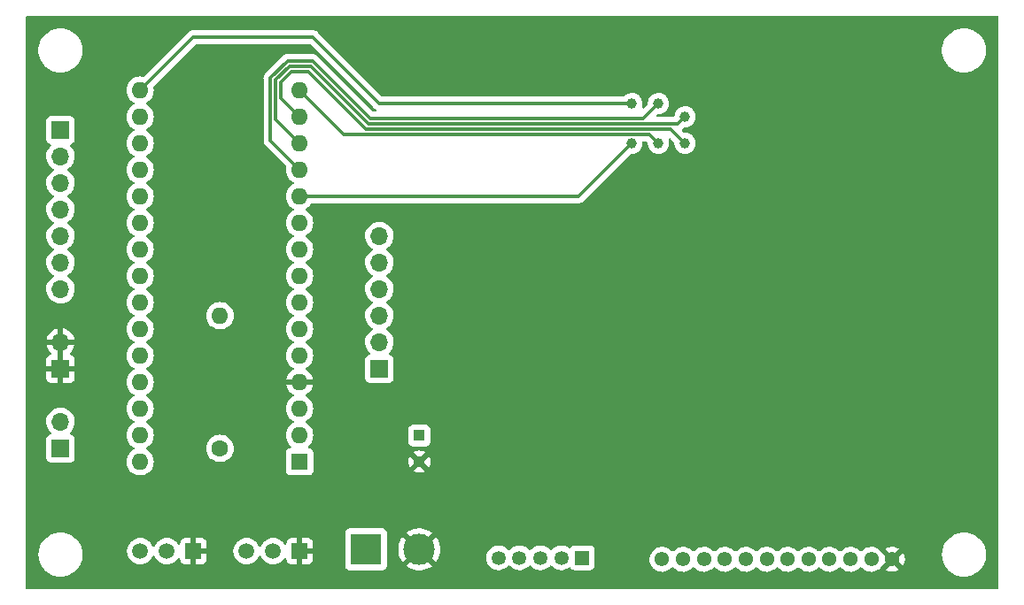
<source format=gbl>
%TF.GenerationSoftware,KiCad,Pcbnew,(6.0.8)*%
%TF.CreationDate,2023-02-04T19:59:28+01:00*%
%TF.ProjectId,Research Prototype,52657365-6172-4636-9820-50726f746f74,rev?*%
%TF.SameCoordinates,Original*%
%TF.FileFunction,Copper,L2,Bot*%
%TF.FilePolarity,Positive*%
%FSLAX46Y46*%
G04 Gerber Fmt 4.6, Leading zero omitted, Abs format (unit mm)*
G04 Created by KiCad (PCBNEW (6.0.8)) date 2023-02-04 19:59:28*
%MOMM*%
%LPD*%
G01*
G04 APERTURE LIST*
%TA.AperFunction,ComponentPad*%
%ADD10R,1.700000X1.700000*%
%TD*%
%TA.AperFunction,ComponentPad*%
%ADD11O,1.700000X1.700000*%
%TD*%
%TA.AperFunction,ComponentPad*%
%ADD12R,1.600000X1.600000*%
%TD*%
%TA.AperFunction,ComponentPad*%
%ADD13O,1.600000X1.600000*%
%TD*%
%TA.AperFunction,ComponentPad*%
%ADD14R,1.500000X1.500000*%
%TD*%
%TA.AperFunction,ComponentPad*%
%ADD15C,1.500000*%
%TD*%
%TA.AperFunction,ComponentPad*%
%ADD16R,1.350000X1.350000*%
%TD*%
%TA.AperFunction,ComponentPad*%
%ADD17C,1.350000*%
%TD*%
%TA.AperFunction,ComponentPad*%
%ADD18R,3.000000X3.000000*%
%TD*%
%TA.AperFunction,ComponentPad*%
%ADD19C,3.000000*%
%TD*%
%TA.AperFunction,ComponentPad*%
%ADD20C,1.600000*%
%TD*%
%TA.AperFunction,ComponentPad*%
%ADD21C,1.381000*%
%TD*%
%TA.AperFunction,ComponentPad*%
%ADD22R,1.100000X1.100000*%
%TD*%
%TA.AperFunction,ComponentPad*%
%ADD23C,1.100000*%
%TD*%
%TA.AperFunction,ViaPad*%
%ADD24C,1.000000*%
%TD*%
%TA.AperFunction,Conductor*%
%ADD25C,0.300000*%
%TD*%
G04 APERTURE END LIST*
D10*
X120650000Y-87630000D03*
D11*
X120650000Y-85090000D03*
D12*
X143500000Y-88900000D03*
D13*
X143500000Y-86360000D03*
X143500000Y-83820000D03*
X143500000Y-81280000D03*
X143500000Y-78740000D03*
X143500000Y-76200000D03*
X143500000Y-73660000D03*
X143500000Y-71120000D03*
X143500000Y-68580000D03*
X143500000Y-66040000D03*
X143500000Y-63500000D03*
X143500000Y-60960000D03*
X143500000Y-58420000D03*
X143500000Y-55880000D03*
X143500000Y-53340000D03*
X128260000Y-53340000D03*
X128260000Y-55880000D03*
X128260000Y-58420000D03*
X128260000Y-60960000D03*
X128260000Y-63500000D03*
X128260000Y-66040000D03*
X128260000Y-68580000D03*
X128260000Y-71120000D03*
X128260000Y-73660000D03*
X128260000Y-76200000D03*
X128260000Y-78740000D03*
X128260000Y-81280000D03*
X128260000Y-83820000D03*
X128260000Y-86360000D03*
X128260000Y-88900000D03*
D14*
X143510000Y-97461000D03*
D15*
X140970000Y-97461000D03*
X138430000Y-97461000D03*
D10*
X151130000Y-80010000D03*
D11*
X151130000Y-77470000D03*
X151130000Y-74930000D03*
X151130000Y-72390000D03*
X151130000Y-69850000D03*
X151130000Y-67310000D03*
D10*
X120650000Y-57150000D03*
D11*
X120650000Y-59690000D03*
X120650000Y-62230000D03*
X120650000Y-64770000D03*
X120650000Y-67310000D03*
X120650000Y-69850000D03*
X120650000Y-72390000D03*
D16*
X170520000Y-98098000D03*
D17*
X168520000Y-98098000D03*
X166520000Y-98098000D03*
X164520000Y-98098000D03*
X162520000Y-98098000D03*
D18*
X149860000Y-97282000D03*
D19*
X154940000Y-97282000D03*
D20*
X135890000Y-87630000D03*
D13*
X135890000Y-74930000D03*
D21*
X200152000Y-98244000D03*
X198152000Y-98244000D03*
X196152000Y-98244000D03*
X194152000Y-98244000D03*
X192152000Y-98244000D03*
X190152000Y-98244000D03*
X188152000Y-98244000D03*
X186152000Y-98244000D03*
X184152000Y-98244000D03*
X182152000Y-98244000D03*
X180152000Y-98244000D03*
X178152000Y-98244000D03*
D22*
X154940000Y-86400000D03*
D23*
X154940000Y-88900000D03*
D10*
X120650000Y-80010000D03*
D11*
X120650000Y-77470000D03*
D14*
X133350000Y-97461000D03*
D15*
X130810000Y-97461000D03*
X128270000Y-97461000D03*
D24*
X175260000Y-54610000D03*
X180340000Y-55880000D03*
X177800000Y-58420000D03*
X175260000Y-58420000D03*
X177800000Y-54610000D03*
X180340000Y-58420000D03*
X165100000Y-68580000D03*
X170180000Y-71120000D03*
X165100000Y-53340000D03*
X179070000Y-53340000D03*
D25*
X170180000Y-63500000D02*
X143500000Y-63500000D01*
X175260000Y-58420000D02*
X170180000Y-63500000D01*
X151130000Y-54610000D02*
X144780000Y-48260000D01*
X144780000Y-48260000D02*
X133340000Y-48260000D01*
X133340000Y-48260000D02*
X128260000Y-53340000D01*
X175260000Y-54610000D02*
X151130000Y-54610000D01*
X140716000Y-58176000D02*
X143500000Y-60960000D01*
X140716000Y-52179788D02*
X140716000Y-58176000D01*
X142341788Y-50554000D02*
X140716000Y-52179788D01*
X144758212Y-50554000D02*
X142341788Y-50554000D01*
X150274212Y-56070000D02*
X144758212Y-50554000D01*
X176340000Y-56070000D02*
X150274212Y-56070000D01*
X177800000Y-54610000D02*
X176340000Y-56070000D01*
X141232000Y-56152000D02*
X143500000Y-58420000D01*
X141232000Y-52370894D02*
X141232000Y-56152000D01*
X142548894Y-51054000D02*
X141232000Y-52370894D01*
X144551106Y-51054000D02*
X142548894Y-51054000D01*
X150067106Y-56570000D02*
X144551106Y-51054000D01*
X179650000Y-56570000D02*
X150067106Y-56570000D01*
X180340000Y-55880000D02*
X179650000Y-56570000D01*
X144352000Y-51562000D02*
X142748000Y-51562000D01*
X142748000Y-51562000D02*
X141732000Y-52578000D01*
X141732000Y-52578000D02*
X141732000Y-54112000D01*
X149860000Y-57070000D02*
X144352000Y-51562000D01*
X178990000Y-57070000D02*
X149860000Y-57070000D01*
X180340000Y-58420000D02*
X178990000Y-57070000D01*
X141732000Y-54112000D02*
X143500000Y-55880000D01*
X147730000Y-57570000D02*
X176950000Y-57570000D01*
X176950000Y-57570000D02*
X177800000Y-58420000D01*
X143500000Y-53340000D02*
X147730000Y-57570000D01*
%TA.AperFunction,Conductor*%
G36*
X210253621Y-46248502D02*
G01*
X210300114Y-46302158D01*
X210311500Y-46354500D01*
X210311500Y-100965500D01*
X210291498Y-101033621D01*
X210237842Y-101080114D01*
X210185500Y-101091500D01*
X117474500Y-101091500D01*
X117406379Y-101071498D01*
X117359886Y-101017842D01*
X117348500Y-100965500D01*
X117348500Y-97922703D01*
X118540743Y-97922703D01*
X118541302Y-97926947D01*
X118541302Y-97926951D01*
X118549357Y-97988131D01*
X118578268Y-98207734D01*
X118579401Y-98211874D01*
X118579401Y-98211876D01*
X118590810Y-98253580D01*
X118654129Y-98485036D01*
X118655813Y-98488984D01*
X118762283Y-98738597D01*
X118766923Y-98749476D01*
X118811843Y-98824531D01*
X118883349Y-98944009D01*
X118914561Y-98996161D01*
X119094313Y-99220528D01*
X119168048Y-99290500D01*
X119299104Y-99414867D01*
X119302851Y-99418423D01*
X119536317Y-99586186D01*
X119540112Y-99588195D01*
X119540113Y-99588196D01*
X119561869Y-99599715D01*
X119790392Y-99720712D01*
X120060373Y-99819511D01*
X120341264Y-99880755D01*
X120369841Y-99883004D01*
X120564282Y-99898307D01*
X120564291Y-99898307D01*
X120566739Y-99898500D01*
X120722271Y-99898500D01*
X120724407Y-99898354D01*
X120724418Y-99898354D01*
X120932548Y-99884165D01*
X120932554Y-99884164D01*
X120936825Y-99883873D01*
X120941020Y-99883004D01*
X120941022Y-99883004D01*
X121077583Y-99854724D01*
X121218342Y-99825574D01*
X121489343Y-99729607D01*
X121744812Y-99597750D01*
X121748313Y-99595289D01*
X121748317Y-99595287D01*
X121862417Y-99515096D01*
X121980023Y-99432441D01*
X122124092Y-99298564D01*
X122187479Y-99239661D01*
X122187481Y-99239658D01*
X122190622Y-99236740D01*
X122372713Y-99014268D01*
X122485551Y-98830134D01*
X147851500Y-98830134D01*
X147858255Y-98892316D01*
X147909385Y-99028705D01*
X147996739Y-99145261D01*
X148113295Y-99232615D01*
X148249684Y-99283745D01*
X148311866Y-99290500D01*
X151408134Y-99290500D01*
X151470316Y-99283745D01*
X151606705Y-99232615D01*
X151723261Y-99145261D01*
X151810615Y-99028705D01*
X151861745Y-98892316D01*
X151863990Y-98871654D01*
X153715618Y-98871654D01*
X153722673Y-98881627D01*
X153753679Y-98907551D01*
X153760598Y-98912579D01*
X153985272Y-99053515D01*
X153992807Y-99057556D01*
X154234520Y-99166694D01*
X154242551Y-99169680D01*
X154496832Y-99245002D01*
X154505184Y-99246869D01*
X154767340Y-99286984D01*
X154775874Y-99287700D01*
X155041045Y-99291867D01*
X155049596Y-99291418D01*
X155312883Y-99259557D01*
X155321284Y-99257955D01*
X155577824Y-99190653D01*
X155585926Y-99187926D01*
X155830949Y-99086434D01*
X155838617Y-99082628D01*
X156067598Y-98948822D01*
X156074679Y-98944009D01*
X156154655Y-98881301D01*
X156163125Y-98869442D01*
X156156608Y-98857818D01*
X154952812Y-97654022D01*
X154938868Y-97646408D01*
X154937035Y-97646539D01*
X154930420Y-97650790D01*
X153722910Y-98858300D01*
X153715618Y-98871654D01*
X151863990Y-98871654D01*
X151868500Y-98830134D01*
X151868500Y-97265204D01*
X152927665Y-97265204D01*
X152942932Y-97529969D01*
X152944005Y-97538470D01*
X152995065Y-97798722D01*
X152997276Y-97806974D01*
X153083184Y-98057894D01*
X153086499Y-98065779D01*
X153205664Y-98302713D01*
X153210020Y-98310079D01*
X153339347Y-98498250D01*
X153349601Y-98506594D01*
X153363342Y-98499448D01*
X154567978Y-97294812D01*
X154574356Y-97283132D01*
X155304408Y-97283132D01*
X155304539Y-97284965D01*
X155308790Y-97291580D01*
X156515730Y-98498520D01*
X156527939Y-98505187D01*
X156539439Y-98496497D01*
X156636831Y-98363913D01*
X156641418Y-98356685D01*
X156767962Y-98123621D01*
X156771530Y-98115827D01*
X156790023Y-98066887D01*
X161331837Y-98066887D01*
X161346063Y-98283933D01*
X161347484Y-98289529D01*
X161347485Y-98289534D01*
X161382842Y-98428749D01*
X161399605Y-98494753D01*
X161402022Y-98499996D01*
X161455510Y-98616022D01*
X161490668Y-98692285D01*
X161494001Y-98697001D01*
X161581730Y-98821134D01*
X161616204Y-98869914D01*
X161620346Y-98873949D01*
X161631136Y-98884460D01*
X161772009Y-99021692D01*
X161952863Y-99142536D01*
X161958171Y-99144817D01*
X161958172Y-99144817D01*
X162147409Y-99226119D01*
X162147412Y-99226120D01*
X162152712Y-99228397D01*
X162158342Y-99229671D01*
X162256464Y-99251874D01*
X162364860Y-99276402D01*
X162370631Y-99276629D01*
X162370633Y-99276629D01*
X162443620Y-99279496D01*
X162582205Y-99284941D01*
X162797466Y-99253730D01*
X162802930Y-99251875D01*
X162802935Y-99251874D01*
X162997963Y-99185671D01*
X162997968Y-99185669D01*
X163003435Y-99183813D01*
X163017810Y-99175763D01*
X163154629Y-99099140D01*
X163193213Y-99077532D01*
X163360446Y-98938446D01*
X163420252Y-98866537D01*
X163479189Y-98826953D01*
X163550171Y-98825517D01*
X163612913Y-98865258D01*
X163616204Y-98869914D01*
X163620346Y-98873949D01*
X163620348Y-98873951D01*
X163683597Y-98935565D01*
X163772009Y-99021692D01*
X163952863Y-99142536D01*
X163958171Y-99144817D01*
X163958172Y-99144817D01*
X164147409Y-99226119D01*
X164147412Y-99226120D01*
X164152712Y-99228397D01*
X164158342Y-99229671D01*
X164256464Y-99251874D01*
X164364860Y-99276402D01*
X164370631Y-99276629D01*
X164370633Y-99276629D01*
X164443620Y-99279496D01*
X164582205Y-99284941D01*
X164797466Y-99253730D01*
X164802930Y-99251875D01*
X164802935Y-99251874D01*
X164997963Y-99185671D01*
X164997968Y-99185669D01*
X165003435Y-99183813D01*
X165017810Y-99175763D01*
X165154629Y-99099140D01*
X165193213Y-99077532D01*
X165360446Y-98938446D01*
X165420252Y-98866537D01*
X165479189Y-98826953D01*
X165550171Y-98825517D01*
X165612913Y-98865258D01*
X165616204Y-98869914D01*
X165620346Y-98873949D01*
X165620348Y-98873951D01*
X165683597Y-98935565D01*
X165772009Y-99021692D01*
X165952863Y-99142536D01*
X165958171Y-99144817D01*
X165958172Y-99144817D01*
X166147409Y-99226119D01*
X166147412Y-99226120D01*
X166152712Y-99228397D01*
X166158342Y-99229671D01*
X166256464Y-99251874D01*
X166364860Y-99276402D01*
X166370631Y-99276629D01*
X166370633Y-99276629D01*
X166443620Y-99279496D01*
X166582205Y-99284941D01*
X166797466Y-99253730D01*
X166802930Y-99251875D01*
X166802935Y-99251874D01*
X166997963Y-99185671D01*
X166997968Y-99185669D01*
X167003435Y-99183813D01*
X167017810Y-99175763D01*
X167154629Y-99099140D01*
X167193213Y-99077532D01*
X167360446Y-98938446D01*
X167420252Y-98866537D01*
X167479189Y-98826953D01*
X167550171Y-98825517D01*
X167612913Y-98865258D01*
X167616204Y-98869914D01*
X167620346Y-98873949D01*
X167620348Y-98873951D01*
X167683597Y-98935565D01*
X167772009Y-99021692D01*
X167952863Y-99142536D01*
X167958171Y-99144817D01*
X167958172Y-99144817D01*
X168147409Y-99226119D01*
X168147412Y-99226120D01*
X168152712Y-99228397D01*
X168158342Y-99229671D01*
X168256464Y-99251874D01*
X168364860Y-99276402D01*
X168370631Y-99276629D01*
X168370633Y-99276629D01*
X168443620Y-99279496D01*
X168582205Y-99284941D01*
X168797466Y-99253730D01*
X168802930Y-99251875D01*
X168802935Y-99251874D01*
X168997963Y-99185671D01*
X168997968Y-99185669D01*
X169003435Y-99183813D01*
X169017810Y-99175763D01*
X169154629Y-99099140D01*
X169193213Y-99077532D01*
X169241932Y-99037013D01*
X169307096Y-99008832D01*
X169377151Y-99020356D01*
X169423327Y-99058322D01*
X169481739Y-99136261D01*
X169598295Y-99223615D01*
X169734684Y-99274745D01*
X169796866Y-99281500D01*
X171243134Y-99281500D01*
X171305316Y-99274745D01*
X171441705Y-99223615D01*
X171558261Y-99136261D01*
X171645615Y-99019705D01*
X171696745Y-98883316D01*
X171703500Y-98821134D01*
X171703500Y-98212479D01*
X176948276Y-98212479D01*
X176962688Y-98432369D01*
X176964109Y-98437965D01*
X176964110Y-98437970D01*
X177009330Y-98616022D01*
X177016931Y-98645949D01*
X177019348Y-98651192D01*
X177066357Y-98753163D01*
X177109187Y-98846068D01*
X177236367Y-99026024D01*
X177269522Y-99058322D01*
X177380769Y-99166694D01*
X177394212Y-99179790D01*
X177399008Y-99182995D01*
X177399011Y-99182997D01*
X177537598Y-99275598D01*
X177577435Y-99302216D01*
X177582738Y-99304494D01*
X177582741Y-99304496D01*
X177774594Y-99386922D01*
X177779901Y-99389202D01*
X177858807Y-99407056D01*
X177989192Y-99436560D01*
X177989197Y-99436561D01*
X177994829Y-99437835D01*
X178000600Y-99438062D01*
X178000602Y-99438062D01*
X178065332Y-99440605D01*
X178215020Y-99446487D01*
X178332026Y-99429522D01*
X178427386Y-99415696D01*
X178427391Y-99415695D01*
X178433100Y-99414867D01*
X178438564Y-99413012D01*
X178438569Y-99413011D01*
X178636299Y-99345890D01*
X178641767Y-99344034D01*
X178801538Y-99254558D01*
X178828994Y-99239182D01*
X178828995Y-99239181D01*
X178834031Y-99236361D01*
X178845011Y-99227229D01*
X178999020Y-99099140D01*
X179003453Y-99095453D01*
X179052439Y-99036554D01*
X179111377Y-98996971D01*
X179182359Y-98995535D01*
X179237235Y-99026870D01*
X179383834Y-99169680D01*
X179394212Y-99179790D01*
X179399008Y-99182995D01*
X179399011Y-99182997D01*
X179537598Y-99275598D01*
X179577435Y-99302216D01*
X179582738Y-99304494D01*
X179582741Y-99304496D01*
X179774594Y-99386922D01*
X179779901Y-99389202D01*
X179858807Y-99407056D01*
X179989192Y-99436560D01*
X179989197Y-99436561D01*
X179994829Y-99437835D01*
X180000600Y-99438062D01*
X180000602Y-99438062D01*
X180065332Y-99440605D01*
X180215020Y-99446487D01*
X180332026Y-99429522D01*
X180427386Y-99415696D01*
X180427391Y-99415695D01*
X180433100Y-99414867D01*
X180438564Y-99413012D01*
X180438569Y-99413011D01*
X180636299Y-99345890D01*
X180641767Y-99344034D01*
X180801538Y-99254558D01*
X180828994Y-99239182D01*
X180828995Y-99239181D01*
X180834031Y-99236361D01*
X180845011Y-99227229D01*
X180999020Y-99099140D01*
X181003453Y-99095453D01*
X181052439Y-99036554D01*
X181111377Y-98996971D01*
X181182359Y-98995535D01*
X181237235Y-99026870D01*
X181383834Y-99169680D01*
X181394212Y-99179790D01*
X181399008Y-99182995D01*
X181399011Y-99182997D01*
X181537598Y-99275598D01*
X181577435Y-99302216D01*
X181582738Y-99304494D01*
X181582741Y-99304496D01*
X181774594Y-99386922D01*
X181779901Y-99389202D01*
X181858807Y-99407056D01*
X181989192Y-99436560D01*
X181989197Y-99436561D01*
X181994829Y-99437835D01*
X182000600Y-99438062D01*
X182000602Y-99438062D01*
X182065332Y-99440605D01*
X182215020Y-99446487D01*
X182332026Y-99429522D01*
X182427386Y-99415696D01*
X182427391Y-99415695D01*
X182433100Y-99414867D01*
X182438564Y-99413012D01*
X182438569Y-99413011D01*
X182636299Y-99345890D01*
X182641767Y-99344034D01*
X182801538Y-99254558D01*
X182828994Y-99239182D01*
X182828995Y-99239181D01*
X182834031Y-99236361D01*
X182845011Y-99227229D01*
X182999020Y-99099140D01*
X183003453Y-99095453D01*
X183052439Y-99036554D01*
X183111377Y-98996971D01*
X183182359Y-98995535D01*
X183237235Y-99026870D01*
X183383834Y-99169680D01*
X183394212Y-99179790D01*
X183399008Y-99182995D01*
X183399011Y-99182997D01*
X183537598Y-99275598D01*
X183577435Y-99302216D01*
X183582738Y-99304494D01*
X183582741Y-99304496D01*
X183774594Y-99386922D01*
X183779901Y-99389202D01*
X183858807Y-99407056D01*
X183989192Y-99436560D01*
X183989197Y-99436561D01*
X183994829Y-99437835D01*
X184000600Y-99438062D01*
X184000602Y-99438062D01*
X184065332Y-99440605D01*
X184215020Y-99446487D01*
X184332026Y-99429522D01*
X184427386Y-99415696D01*
X184427391Y-99415695D01*
X184433100Y-99414867D01*
X184438564Y-99413012D01*
X184438569Y-99413011D01*
X184636299Y-99345890D01*
X184641767Y-99344034D01*
X184801538Y-99254558D01*
X184828994Y-99239182D01*
X184828995Y-99239181D01*
X184834031Y-99236361D01*
X184845011Y-99227229D01*
X184999020Y-99099140D01*
X185003453Y-99095453D01*
X185052439Y-99036554D01*
X185111377Y-98996971D01*
X185182359Y-98995535D01*
X185237235Y-99026870D01*
X185383834Y-99169680D01*
X185394212Y-99179790D01*
X185399008Y-99182995D01*
X185399011Y-99182997D01*
X185537598Y-99275598D01*
X185577435Y-99302216D01*
X185582738Y-99304494D01*
X185582741Y-99304496D01*
X185774594Y-99386922D01*
X185779901Y-99389202D01*
X185858807Y-99407056D01*
X185989192Y-99436560D01*
X185989197Y-99436561D01*
X185994829Y-99437835D01*
X186000600Y-99438062D01*
X186000602Y-99438062D01*
X186065332Y-99440605D01*
X186215020Y-99446487D01*
X186332026Y-99429522D01*
X186427386Y-99415696D01*
X186427391Y-99415695D01*
X186433100Y-99414867D01*
X186438564Y-99413012D01*
X186438569Y-99413011D01*
X186636299Y-99345890D01*
X186641767Y-99344034D01*
X186801538Y-99254558D01*
X186828994Y-99239182D01*
X186828995Y-99239181D01*
X186834031Y-99236361D01*
X186845011Y-99227229D01*
X186999020Y-99099140D01*
X187003453Y-99095453D01*
X187052439Y-99036554D01*
X187111377Y-98996971D01*
X187182359Y-98995535D01*
X187237235Y-99026870D01*
X187383834Y-99169680D01*
X187394212Y-99179790D01*
X187399008Y-99182995D01*
X187399011Y-99182997D01*
X187537598Y-99275598D01*
X187577435Y-99302216D01*
X187582738Y-99304494D01*
X187582741Y-99304496D01*
X187774594Y-99386922D01*
X187779901Y-99389202D01*
X187858807Y-99407056D01*
X187989192Y-99436560D01*
X187989197Y-99436561D01*
X187994829Y-99437835D01*
X188000600Y-99438062D01*
X188000602Y-99438062D01*
X188065332Y-99440605D01*
X188215020Y-99446487D01*
X188332026Y-99429522D01*
X188427386Y-99415696D01*
X188427391Y-99415695D01*
X188433100Y-99414867D01*
X188438564Y-99413012D01*
X188438569Y-99413011D01*
X188636299Y-99345890D01*
X188641767Y-99344034D01*
X188801538Y-99254558D01*
X188828994Y-99239182D01*
X188828995Y-99239181D01*
X188834031Y-99236361D01*
X188845011Y-99227229D01*
X188999020Y-99099140D01*
X189003453Y-99095453D01*
X189052439Y-99036554D01*
X189111377Y-98996971D01*
X189182359Y-98995535D01*
X189237235Y-99026870D01*
X189383834Y-99169680D01*
X189394212Y-99179790D01*
X189399008Y-99182995D01*
X189399011Y-99182997D01*
X189537598Y-99275598D01*
X189577435Y-99302216D01*
X189582738Y-99304494D01*
X189582741Y-99304496D01*
X189774594Y-99386922D01*
X189779901Y-99389202D01*
X189858807Y-99407056D01*
X189989192Y-99436560D01*
X189989197Y-99436561D01*
X189994829Y-99437835D01*
X190000600Y-99438062D01*
X190000602Y-99438062D01*
X190065332Y-99440605D01*
X190215020Y-99446487D01*
X190332026Y-99429522D01*
X190427386Y-99415696D01*
X190427391Y-99415695D01*
X190433100Y-99414867D01*
X190438564Y-99413012D01*
X190438569Y-99413011D01*
X190636299Y-99345890D01*
X190641767Y-99344034D01*
X190801538Y-99254558D01*
X190828994Y-99239182D01*
X190828995Y-99239181D01*
X190834031Y-99236361D01*
X190845011Y-99227229D01*
X190999020Y-99099140D01*
X191003453Y-99095453D01*
X191052439Y-99036554D01*
X191111377Y-98996971D01*
X191182359Y-98995535D01*
X191237235Y-99026870D01*
X191383834Y-99169680D01*
X191394212Y-99179790D01*
X191399008Y-99182995D01*
X191399011Y-99182997D01*
X191537598Y-99275598D01*
X191577435Y-99302216D01*
X191582738Y-99304494D01*
X191582741Y-99304496D01*
X191774594Y-99386922D01*
X191779901Y-99389202D01*
X191858807Y-99407056D01*
X191989192Y-99436560D01*
X191989197Y-99436561D01*
X191994829Y-99437835D01*
X192000600Y-99438062D01*
X192000602Y-99438062D01*
X192065332Y-99440605D01*
X192215020Y-99446487D01*
X192332026Y-99429522D01*
X192427386Y-99415696D01*
X192427391Y-99415695D01*
X192433100Y-99414867D01*
X192438564Y-99413012D01*
X192438569Y-99413011D01*
X192636299Y-99345890D01*
X192641767Y-99344034D01*
X192801538Y-99254558D01*
X192828994Y-99239182D01*
X192828995Y-99239181D01*
X192834031Y-99236361D01*
X192845011Y-99227229D01*
X192999020Y-99099140D01*
X193003453Y-99095453D01*
X193052439Y-99036554D01*
X193111377Y-98996971D01*
X193182359Y-98995535D01*
X193237235Y-99026870D01*
X193383834Y-99169680D01*
X193394212Y-99179790D01*
X193399008Y-99182995D01*
X193399011Y-99182997D01*
X193537598Y-99275598D01*
X193577435Y-99302216D01*
X193582738Y-99304494D01*
X193582741Y-99304496D01*
X193774594Y-99386922D01*
X193779901Y-99389202D01*
X193858807Y-99407056D01*
X193989192Y-99436560D01*
X193989197Y-99436561D01*
X193994829Y-99437835D01*
X194000600Y-99438062D01*
X194000602Y-99438062D01*
X194065332Y-99440605D01*
X194215020Y-99446487D01*
X194332026Y-99429522D01*
X194427386Y-99415696D01*
X194427391Y-99415695D01*
X194433100Y-99414867D01*
X194438564Y-99413012D01*
X194438569Y-99413011D01*
X194636299Y-99345890D01*
X194641767Y-99344034D01*
X194801538Y-99254558D01*
X194828994Y-99239182D01*
X194828995Y-99239181D01*
X194834031Y-99236361D01*
X194845011Y-99227229D01*
X194999020Y-99099140D01*
X195003453Y-99095453D01*
X195052439Y-99036554D01*
X195111377Y-98996971D01*
X195182359Y-98995535D01*
X195237235Y-99026870D01*
X195383834Y-99169680D01*
X195394212Y-99179790D01*
X195399008Y-99182995D01*
X195399011Y-99182997D01*
X195537598Y-99275598D01*
X195577435Y-99302216D01*
X195582738Y-99304494D01*
X195582741Y-99304496D01*
X195774594Y-99386922D01*
X195779901Y-99389202D01*
X195858807Y-99407056D01*
X195989192Y-99436560D01*
X195989197Y-99436561D01*
X195994829Y-99437835D01*
X196000600Y-99438062D01*
X196000602Y-99438062D01*
X196065332Y-99440605D01*
X196215020Y-99446487D01*
X196332026Y-99429522D01*
X196427386Y-99415696D01*
X196427391Y-99415695D01*
X196433100Y-99414867D01*
X196438564Y-99413012D01*
X196438569Y-99413011D01*
X196636299Y-99345890D01*
X196641767Y-99344034D01*
X196801538Y-99254558D01*
X196828994Y-99239182D01*
X196828995Y-99239181D01*
X196834031Y-99236361D01*
X196845011Y-99227229D01*
X196999020Y-99099140D01*
X197003453Y-99095453D01*
X197052439Y-99036554D01*
X197111377Y-98996971D01*
X197182359Y-98995535D01*
X197237235Y-99026870D01*
X197383834Y-99169680D01*
X197394212Y-99179790D01*
X197399008Y-99182995D01*
X197399011Y-99182997D01*
X197537598Y-99275598D01*
X197577435Y-99302216D01*
X197582738Y-99304494D01*
X197582741Y-99304496D01*
X197774594Y-99386922D01*
X197779901Y-99389202D01*
X197858807Y-99407056D01*
X197989192Y-99436560D01*
X197989197Y-99436561D01*
X197994829Y-99437835D01*
X198000600Y-99438062D01*
X198000602Y-99438062D01*
X198065332Y-99440605D01*
X198215020Y-99446487D01*
X198332026Y-99429522D01*
X198427386Y-99415696D01*
X198427391Y-99415695D01*
X198433100Y-99414867D01*
X198438564Y-99413012D01*
X198438569Y-99413011D01*
X198636299Y-99345890D01*
X198641767Y-99344034D01*
X198801538Y-99254558D01*
X198808704Y-99250545D01*
X199509815Y-99250545D01*
X199519697Y-99263034D01*
X199572871Y-99298564D01*
X199582981Y-99304054D01*
X199774750Y-99386444D01*
X199785693Y-99389999D01*
X199989259Y-99436062D01*
X200000666Y-99437564D01*
X200209224Y-99445757D01*
X200220708Y-99445155D01*
X200427269Y-99415206D01*
X200438452Y-99412521D01*
X200636094Y-99345430D01*
X200646597Y-99340754D01*
X200786526Y-99262391D01*
X200796389Y-99252314D01*
X200793434Y-99244644D01*
X200164812Y-98616022D01*
X200150868Y-98608408D01*
X200149035Y-98608539D01*
X200142420Y-98612790D01*
X199516011Y-99239199D01*
X199509815Y-99250545D01*
X198808704Y-99250545D01*
X198828994Y-99239182D01*
X198828995Y-99239181D01*
X198834031Y-99236361D01*
X198845011Y-99227229D01*
X198999020Y-99099140D01*
X199003453Y-99095453D01*
X199014120Y-99082628D01*
X199140667Y-98930473D01*
X199140669Y-98930470D01*
X199144361Y-98926031D01*
X199178619Y-98864858D01*
X199199455Y-98837335D01*
X199779978Y-98256812D01*
X199786356Y-98245132D01*
X200516408Y-98245132D01*
X200516539Y-98246965D01*
X200520790Y-98253580D01*
X201148728Y-98881518D01*
X201161108Y-98888278D01*
X201167688Y-98883352D01*
X201248754Y-98738597D01*
X201253430Y-98728094D01*
X201320521Y-98530452D01*
X201323206Y-98519269D01*
X201353451Y-98310667D01*
X201354081Y-98303284D01*
X201355537Y-98247704D01*
X201355294Y-98240305D01*
X201336008Y-98030409D01*
X201333911Y-98019094D01*
X201306726Y-97922703D01*
X204900743Y-97922703D01*
X204901302Y-97926947D01*
X204901302Y-97926951D01*
X204909357Y-97988131D01*
X204938268Y-98207734D01*
X204939401Y-98211874D01*
X204939401Y-98211876D01*
X204950810Y-98253580D01*
X205014129Y-98485036D01*
X205015813Y-98488984D01*
X205122283Y-98738597D01*
X205126923Y-98749476D01*
X205171843Y-98824531D01*
X205243349Y-98944009D01*
X205274561Y-98996161D01*
X205454313Y-99220528D01*
X205528048Y-99290500D01*
X205659104Y-99414867D01*
X205662851Y-99418423D01*
X205896317Y-99586186D01*
X205900112Y-99588195D01*
X205900113Y-99588196D01*
X205921869Y-99599715D01*
X206150392Y-99720712D01*
X206420373Y-99819511D01*
X206701264Y-99880755D01*
X206729841Y-99883004D01*
X206924282Y-99898307D01*
X206924291Y-99898307D01*
X206926739Y-99898500D01*
X207082271Y-99898500D01*
X207084407Y-99898354D01*
X207084418Y-99898354D01*
X207292548Y-99884165D01*
X207292554Y-99884164D01*
X207296825Y-99883873D01*
X207301020Y-99883004D01*
X207301022Y-99883004D01*
X207437583Y-99854724D01*
X207578342Y-99825574D01*
X207849343Y-99729607D01*
X208104812Y-99597750D01*
X208108313Y-99595289D01*
X208108317Y-99595287D01*
X208222418Y-99515095D01*
X208340023Y-99432441D01*
X208484092Y-99298564D01*
X208547479Y-99239661D01*
X208547481Y-99239658D01*
X208550622Y-99236740D01*
X208732713Y-99014268D01*
X208882927Y-98769142D01*
X208902819Y-98723828D01*
X208996757Y-98509830D01*
X208998483Y-98505898D01*
X209014676Y-98449054D01*
X209060116Y-98289534D01*
X209077244Y-98229406D01*
X209117751Y-97944784D01*
X209117845Y-97926951D01*
X209119235Y-97661583D01*
X209119235Y-97661576D01*
X209119257Y-97657297D01*
X209118401Y-97650790D01*
X209091751Y-97448371D01*
X209081732Y-97372266D01*
X209067893Y-97321677D01*
X209044631Y-97236646D01*
X209005871Y-97094964D01*
X208977702Y-97028924D01*
X208894763Y-96834476D01*
X208894761Y-96834472D01*
X208893077Y-96830524D01*
X208813846Y-96698138D01*
X208747643Y-96587521D01*
X208747640Y-96587517D01*
X208745439Y-96583839D01*
X208565687Y-96359472D01*
X208435433Y-96235866D01*
X208360258Y-96164527D01*
X208360255Y-96164525D01*
X208357149Y-96161577D01*
X208123683Y-95993814D01*
X208101843Y-95982250D01*
X208078654Y-95969972D01*
X207869608Y-95859288D01*
X207599627Y-95760489D01*
X207318736Y-95699245D01*
X207287685Y-95696801D01*
X207095718Y-95681693D01*
X207095709Y-95681693D01*
X207093261Y-95681500D01*
X206937729Y-95681500D01*
X206935593Y-95681646D01*
X206935582Y-95681646D01*
X206727452Y-95695835D01*
X206727446Y-95695836D01*
X206723175Y-95696127D01*
X206718980Y-95696996D01*
X206718978Y-95696996D01*
X206582417Y-95725276D01*
X206441658Y-95754426D01*
X206170657Y-95850393D01*
X205915188Y-95982250D01*
X205911687Y-95984711D01*
X205911683Y-95984713D01*
X205901594Y-95991804D01*
X205679977Y-96147559D01*
X205615500Y-96207475D01*
X205541538Y-96276205D01*
X205469378Y-96343260D01*
X205287287Y-96565732D01*
X205137073Y-96810858D01*
X205135347Y-96814791D01*
X205135346Y-96814792D01*
X205052005Y-97004649D01*
X205021517Y-97074102D01*
X205020342Y-97078229D01*
X205020341Y-97078230D01*
X205018874Y-97083380D01*
X204942756Y-97350594D01*
X204917228Y-97529969D01*
X204906155Y-97607774D01*
X204902249Y-97635216D01*
X204902227Y-97639505D01*
X204902226Y-97639512D01*
X204900765Y-97918417D01*
X204900743Y-97922703D01*
X201306726Y-97922703D01*
X201277257Y-97818215D01*
X201273135Y-97807476D01*
X201180822Y-97620284D01*
X201174810Y-97610474D01*
X201172794Y-97607774D01*
X201161533Y-97599324D01*
X201149115Y-97606095D01*
X200524022Y-98231188D01*
X200516408Y-98245132D01*
X199786356Y-98245132D01*
X199787592Y-98242868D01*
X199787461Y-98241035D01*
X199783210Y-98234420D01*
X199208065Y-97659275D01*
X199184155Y-97625910D01*
X199178696Y-97614840D01*
X199046848Y-97438275D01*
X198936929Y-97336667D01*
X198889273Y-97292614D01*
X198889271Y-97292612D01*
X198885032Y-97288694D01*
X198872629Y-97280868D01*
X198802542Y-97236646D01*
X199508758Y-97236646D01*
X199512244Y-97245034D01*
X200139188Y-97871978D01*
X200153132Y-97879592D01*
X200154965Y-97879461D01*
X200161580Y-97875210D01*
X200787896Y-97248894D01*
X200794656Y-97236514D01*
X200788626Y-97228459D01*
X200703318Y-97174633D01*
X200693075Y-97169414D01*
X200499215Y-97092072D01*
X200488188Y-97088805D01*
X200283482Y-97048087D01*
X200272035Y-97046884D01*
X200063346Y-97044152D01*
X200051866Y-97045055D01*
X199846174Y-97080400D01*
X199835054Y-97083380D01*
X199639238Y-97155620D01*
X199628860Y-97160570D01*
X199518356Y-97226313D01*
X199508758Y-97236646D01*
X198802542Y-97236646D01*
X198703547Y-97174185D01*
X198703546Y-97174185D01*
X198698667Y-97171106D01*
X198493993Y-97089450D01*
X198307313Y-97052316D01*
X198283533Y-97047586D01*
X198283532Y-97047586D01*
X198277867Y-97046459D01*
X198272093Y-97046383D01*
X198272089Y-97046383D01*
X198159831Y-97044914D01*
X198057524Y-97043575D01*
X198051827Y-97044554D01*
X198051826Y-97044554D01*
X197846043Y-97079914D01*
X197840346Y-97080893D01*
X197633606Y-97157164D01*
X197628645Y-97160116D01*
X197628644Y-97160116D01*
X197449194Y-97266877D01*
X197449191Y-97266879D01*
X197444226Y-97269833D01*
X197278550Y-97415127D01*
X197274976Y-97419661D01*
X197274970Y-97419667D01*
X197252342Y-97448371D01*
X197194461Y-97489485D01*
X197123541Y-97492779D01*
X197062098Y-97457208D01*
X197052437Y-97445759D01*
X197050302Y-97442901D01*
X197046848Y-97438275D01*
X196936929Y-97336667D01*
X196889273Y-97292614D01*
X196889271Y-97292612D01*
X196885032Y-97288694D01*
X196872629Y-97280868D01*
X196703547Y-97174185D01*
X196703546Y-97174185D01*
X196698667Y-97171106D01*
X196493993Y-97089450D01*
X196307313Y-97052316D01*
X196283533Y-97047586D01*
X196283532Y-97047586D01*
X196277867Y-97046459D01*
X196272093Y-97046383D01*
X196272089Y-97046383D01*
X196159831Y-97044914D01*
X196057524Y-97043575D01*
X196051827Y-97044554D01*
X196051826Y-97044554D01*
X195846043Y-97079914D01*
X195840346Y-97080893D01*
X195633606Y-97157164D01*
X195628645Y-97160116D01*
X195628644Y-97160116D01*
X195449194Y-97266877D01*
X195449191Y-97266879D01*
X195444226Y-97269833D01*
X195278550Y-97415127D01*
X195274976Y-97419661D01*
X195274970Y-97419667D01*
X195252342Y-97448371D01*
X195194461Y-97489485D01*
X195123541Y-97492779D01*
X195062098Y-97457208D01*
X195052437Y-97445759D01*
X195050302Y-97442901D01*
X195046848Y-97438275D01*
X194936929Y-97336667D01*
X194889273Y-97292614D01*
X194889271Y-97292612D01*
X194885032Y-97288694D01*
X194872629Y-97280868D01*
X194703547Y-97174185D01*
X194703546Y-97174185D01*
X194698667Y-97171106D01*
X194493993Y-97089450D01*
X194307313Y-97052316D01*
X194283533Y-97047586D01*
X194283532Y-97047586D01*
X194277867Y-97046459D01*
X194272093Y-97046383D01*
X194272089Y-97046383D01*
X194159831Y-97044914D01*
X194057524Y-97043575D01*
X194051827Y-97044554D01*
X194051826Y-97044554D01*
X193846043Y-97079914D01*
X193840346Y-97080893D01*
X193633606Y-97157164D01*
X193628645Y-97160116D01*
X193628644Y-97160116D01*
X193449194Y-97266877D01*
X193449191Y-97266879D01*
X193444226Y-97269833D01*
X193278550Y-97415127D01*
X193274976Y-97419661D01*
X193274970Y-97419667D01*
X193252342Y-97448371D01*
X193194461Y-97489485D01*
X193123541Y-97492779D01*
X193062098Y-97457208D01*
X193052437Y-97445759D01*
X193050302Y-97442901D01*
X193046848Y-97438275D01*
X192936929Y-97336667D01*
X192889273Y-97292614D01*
X192889271Y-97292612D01*
X192885032Y-97288694D01*
X192872629Y-97280868D01*
X192703547Y-97174185D01*
X192703546Y-97174185D01*
X192698667Y-97171106D01*
X192493993Y-97089450D01*
X192307313Y-97052316D01*
X192283533Y-97047586D01*
X192283532Y-97047586D01*
X192277867Y-97046459D01*
X192272093Y-97046383D01*
X192272089Y-97046383D01*
X192159831Y-97044914D01*
X192057524Y-97043575D01*
X192051827Y-97044554D01*
X192051826Y-97044554D01*
X191846043Y-97079914D01*
X191840346Y-97080893D01*
X191633606Y-97157164D01*
X191628645Y-97160116D01*
X191628644Y-97160116D01*
X191449194Y-97266877D01*
X191449191Y-97266879D01*
X191444226Y-97269833D01*
X191278550Y-97415127D01*
X191274976Y-97419661D01*
X191274970Y-97419667D01*
X191252342Y-97448371D01*
X191194461Y-97489485D01*
X191123541Y-97492779D01*
X191062098Y-97457208D01*
X191052437Y-97445759D01*
X191050302Y-97442901D01*
X191046848Y-97438275D01*
X190936929Y-97336667D01*
X190889273Y-97292614D01*
X190889271Y-97292612D01*
X190885032Y-97288694D01*
X190872629Y-97280868D01*
X190703547Y-97174185D01*
X190703546Y-97174185D01*
X190698667Y-97171106D01*
X190493993Y-97089450D01*
X190307313Y-97052316D01*
X190283533Y-97047586D01*
X190283532Y-97047586D01*
X190277867Y-97046459D01*
X190272093Y-97046383D01*
X190272089Y-97046383D01*
X190159831Y-97044914D01*
X190057524Y-97043575D01*
X190051827Y-97044554D01*
X190051826Y-97044554D01*
X189846043Y-97079914D01*
X189840346Y-97080893D01*
X189633606Y-97157164D01*
X189628645Y-97160116D01*
X189628644Y-97160116D01*
X189449194Y-97266877D01*
X189449191Y-97266879D01*
X189444226Y-97269833D01*
X189278550Y-97415127D01*
X189274976Y-97419661D01*
X189274970Y-97419667D01*
X189252342Y-97448371D01*
X189194461Y-97489485D01*
X189123541Y-97492779D01*
X189062098Y-97457208D01*
X189052437Y-97445759D01*
X189050302Y-97442901D01*
X189046848Y-97438275D01*
X188936929Y-97336667D01*
X188889273Y-97292614D01*
X188889271Y-97292612D01*
X188885032Y-97288694D01*
X188872629Y-97280868D01*
X188703547Y-97174185D01*
X188703546Y-97174185D01*
X188698667Y-97171106D01*
X188493993Y-97089450D01*
X188307313Y-97052316D01*
X188283533Y-97047586D01*
X188283532Y-97047586D01*
X188277867Y-97046459D01*
X188272093Y-97046383D01*
X188272089Y-97046383D01*
X188159831Y-97044914D01*
X188057524Y-97043575D01*
X188051827Y-97044554D01*
X188051826Y-97044554D01*
X187846043Y-97079914D01*
X187840346Y-97080893D01*
X187633606Y-97157164D01*
X187628645Y-97160116D01*
X187628644Y-97160116D01*
X187449194Y-97266877D01*
X187449191Y-97266879D01*
X187444226Y-97269833D01*
X187278550Y-97415127D01*
X187274976Y-97419661D01*
X187274970Y-97419667D01*
X187252342Y-97448371D01*
X187194461Y-97489485D01*
X187123541Y-97492779D01*
X187062098Y-97457208D01*
X187052437Y-97445759D01*
X187050302Y-97442901D01*
X187046848Y-97438275D01*
X186936929Y-97336667D01*
X186889273Y-97292614D01*
X186889271Y-97292612D01*
X186885032Y-97288694D01*
X186872629Y-97280868D01*
X186703547Y-97174185D01*
X186703546Y-97174185D01*
X186698667Y-97171106D01*
X186493993Y-97089450D01*
X186307313Y-97052316D01*
X186283533Y-97047586D01*
X186283532Y-97047586D01*
X186277867Y-97046459D01*
X186272093Y-97046383D01*
X186272089Y-97046383D01*
X186159831Y-97044914D01*
X186057524Y-97043575D01*
X186051827Y-97044554D01*
X186051826Y-97044554D01*
X185846043Y-97079914D01*
X185840346Y-97080893D01*
X185633606Y-97157164D01*
X185628645Y-97160116D01*
X185628644Y-97160116D01*
X185449194Y-97266877D01*
X185449191Y-97266879D01*
X185444226Y-97269833D01*
X185278550Y-97415127D01*
X185274976Y-97419661D01*
X185274970Y-97419667D01*
X185252342Y-97448371D01*
X185194461Y-97489485D01*
X185123541Y-97492779D01*
X185062098Y-97457208D01*
X185052437Y-97445759D01*
X185050302Y-97442901D01*
X185046848Y-97438275D01*
X184936929Y-97336667D01*
X184889273Y-97292614D01*
X184889271Y-97292612D01*
X184885032Y-97288694D01*
X184872629Y-97280868D01*
X184703547Y-97174185D01*
X184703546Y-97174185D01*
X184698667Y-97171106D01*
X184493993Y-97089450D01*
X184307313Y-97052316D01*
X184283533Y-97047586D01*
X184283532Y-97047586D01*
X184277867Y-97046459D01*
X184272093Y-97046383D01*
X184272089Y-97046383D01*
X184159831Y-97044914D01*
X184057524Y-97043575D01*
X184051827Y-97044554D01*
X184051826Y-97044554D01*
X183846043Y-97079914D01*
X183840346Y-97080893D01*
X183633606Y-97157164D01*
X183628645Y-97160116D01*
X183628644Y-97160116D01*
X183449194Y-97266877D01*
X183449191Y-97266879D01*
X183444226Y-97269833D01*
X183278550Y-97415127D01*
X183274976Y-97419661D01*
X183274970Y-97419667D01*
X183252342Y-97448371D01*
X183194461Y-97489485D01*
X183123541Y-97492779D01*
X183062098Y-97457208D01*
X183052437Y-97445759D01*
X183050302Y-97442901D01*
X183046848Y-97438275D01*
X182936929Y-97336667D01*
X182889273Y-97292614D01*
X182889271Y-97292612D01*
X182885032Y-97288694D01*
X182872629Y-97280868D01*
X182703547Y-97174185D01*
X182703546Y-97174185D01*
X182698667Y-97171106D01*
X182493993Y-97089450D01*
X182307313Y-97052316D01*
X182283533Y-97047586D01*
X182283532Y-97047586D01*
X182277867Y-97046459D01*
X182272093Y-97046383D01*
X182272089Y-97046383D01*
X182159831Y-97044914D01*
X182057524Y-97043575D01*
X182051827Y-97044554D01*
X182051826Y-97044554D01*
X181846043Y-97079914D01*
X181840346Y-97080893D01*
X181633606Y-97157164D01*
X181628645Y-97160116D01*
X181628644Y-97160116D01*
X181449194Y-97266877D01*
X181449191Y-97266879D01*
X181444226Y-97269833D01*
X181278550Y-97415127D01*
X181274976Y-97419661D01*
X181274970Y-97419667D01*
X181252342Y-97448371D01*
X181194461Y-97489485D01*
X181123541Y-97492779D01*
X181062098Y-97457208D01*
X181052437Y-97445759D01*
X181050302Y-97442901D01*
X181046848Y-97438275D01*
X180936929Y-97336667D01*
X180889273Y-97292614D01*
X180889271Y-97292612D01*
X180885032Y-97288694D01*
X180872629Y-97280868D01*
X180703547Y-97174185D01*
X180703546Y-97174185D01*
X180698667Y-97171106D01*
X180493993Y-97089450D01*
X180307313Y-97052316D01*
X180283533Y-97047586D01*
X180283532Y-97047586D01*
X180277867Y-97046459D01*
X180272093Y-97046383D01*
X180272089Y-97046383D01*
X180159831Y-97044914D01*
X180057524Y-97043575D01*
X180051827Y-97044554D01*
X180051826Y-97044554D01*
X179846043Y-97079914D01*
X179840346Y-97080893D01*
X179633606Y-97157164D01*
X179628645Y-97160116D01*
X179628644Y-97160116D01*
X179449194Y-97266877D01*
X179449191Y-97266879D01*
X179444226Y-97269833D01*
X179278550Y-97415127D01*
X179274976Y-97419661D01*
X179274970Y-97419667D01*
X179252342Y-97448371D01*
X179194461Y-97489485D01*
X179123541Y-97492779D01*
X179062098Y-97457208D01*
X179052437Y-97445759D01*
X179050302Y-97442901D01*
X179046848Y-97438275D01*
X178936929Y-97336667D01*
X178889273Y-97292614D01*
X178889271Y-97292612D01*
X178885032Y-97288694D01*
X178872629Y-97280868D01*
X178703547Y-97174185D01*
X178703546Y-97174185D01*
X178698667Y-97171106D01*
X178493993Y-97089450D01*
X178307313Y-97052316D01*
X178283533Y-97047586D01*
X178283532Y-97047586D01*
X178277867Y-97046459D01*
X178272093Y-97046383D01*
X178272089Y-97046383D01*
X178159831Y-97044914D01*
X178057524Y-97043575D01*
X178051827Y-97044554D01*
X178051826Y-97044554D01*
X177846043Y-97079914D01*
X177840346Y-97080893D01*
X177633606Y-97157164D01*
X177628645Y-97160116D01*
X177628644Y-97160116D01*
X177449194Y-97266877D01*
X177449191Y-97266879D01*
X177444226Y-97269833D01*
X177278550Y-97415127D01*
X177142126Y-97588180D01*
X177139437Y-97593291D01*
X177139435Y-97593294D01*
X177096503Y-97674894D01*
X177039522Y-97783197D01*
X176974176Y-97993646D01*
X176948276Y-98212479D01*
X171703500Y-98212479D01*
X171703500Y-97374866D01*
X171696745Y-97312684D01*
X171645615Y-97176295D01*
X171558261Y-97059739D01*
X171441705Y-96972385D01*
X171305316Y-96921255D01*
X171243134Y-96914500D01*
X169796866Y-96914500D01*
X169734684Y-96921255D01*
X169598295Y-96972385D01*
X169481739Y-97059739D01*
X169426479Y-97133473D01*
X169425538Y-97134728D01*
X169368679Y-97177243D01*
X169297860Y-97182269D01*
X169248012Y-97159129D01*
X169247795Y-97158963D01*
X169243556Y-97155044D01*
X169059599Y-97038976D01*
X168857572Y-96958376D01*
X168652539Y-96917592D01*
X168649905Y-96917068D01*
X168649904Y-96917068D01*
X168644239Y-96915941D01*
X168638464Y-96915865D01*
X168638460Y-96915865D01*
X168529419Y-96914438D01*
X168426746Y-96913094D01*
X168421049Y-96914073D01*
X168421048Y-96914073D01*
X168218065Y-96948952D01*
X168218062Y-96948953D01*
X168212375Y-96949930D01*
X168008307Y-97025214D01*
X167821376Y-97136427D01*
X167657842Y-97279842D01*
X167654270Y-97284372D01*
X167654269Y-97284374D01*
X167620007Y-97327834D01*
X167562125Y-97368947D01*
X167491205Y-97372239D01*
X167429763Y-97336667D01*
X167420100Y-97325215D01*
X167406737Y-97307319D01*
X167406730Y-97307312D01*
X167403280Y-97302691D01*
X167370533Y-97272420D01*
X167247796Y-97158963D01*
X167247793Y-97158961D01*
X167243556Y-97155044D01*
X167059599Y-97038976D01*
X166857572Y-96958376D01*
X166652539Y-96917592D01*
X166649905Y-96917068D01*
X166649904Y-96917068D01*
X166644239Y-96915941D01*
X166638464Y-96915865D01*
X166638460Y-96915865D01*
X166529419Y-96914438D01*
X166426746Y-96913094D01*
X166421049Y-96914073D01*
X166421048Y-96914073D01*
X166218065Y-96948952D01*
X166218062Y-96948953D01*
X166212375Y-96949930D01*
X166008307Y-97025214D01*
X165821376Y-97136427D01*
X165657842Y-97279842D01*
X165654270Y-97284372D01*
X165654269Y-97284374D01*
X165620007Y-97327834D01*
X165562125Y-97368947D01*
X165491205Y-97372239D01*
X165429763Y-97336667D01*
X165420100Y-97325215D01*
X165406737Y-97307319D01*
X165406730Y-97307312D01*
X165403280Y-97302691D01*
X165370533Y-97272420D01*
X165247796Y-97158963D01*
X165247793Y-97158961D01*
X165243556Y-97155044D01*
X165059599Y-97038976D01*
X164857572Y-96958376D01*
X164652539Y-96917592D01*
X164649905Y-96917068D01*
X164649904Y-96917068D01*
X164644239Y-96915941D01*
X164638464Y-96915865D01*
X164638460Y-96915865D01*
X164529419Y-96914438D01*
X164426746Y-96913094D01*
X164421049Y-96914073D01*
X164421048Y-96914073D01*
X164218065Y-96948952D01*
X164218062Y-96948953D01*
X164212375Y-96949930D01*
X164008307Y-97025214D01*
X163821376Y-97136427D01*
X163657842Y-97279842D01*
X163654270Y-97284372D01*
X163654269Y-97284374D01*
X163620007Y-97327834D01*
X163562125Y-97368947D01*
X163491205Y-97372239D01*
X163429763Y-97336667D01*
X163420100Y-97325215D01*
X163406737Y-97307319D01*
X163406730Y-97307312D01*
X163403280Y-97302691D01*
X163370533Y-97272420D01*
X163247796Y-97158963D01*
X163247793Y-97158961D01*
X163243556Y-97155044D01*
X163059599Y-97038976D01*
X162857572Y-96958376D01*
X162652539Y-96917592D01*
X162649905Y-96917068D01*
X162649904Y-96917068D01*
X162644239Y-96915941D01*
X162638464Y-96915865D01*
X162638460Y-96915865D01*
X162529419Y-96914438D01*
X162426746Y-96913094D01*
X162421049Y-96914073D01*
X162421048Y-96914073D01*
X162218065Y-96948952D01*
X162218062Y-96948953D01*
X162212375Y-96949930D01*
X162008307Y-97025214D01*
X161821376Y-97136427D01*
X161657842Y-97279842D01*
X161654270Y-97284373D01*
X161529298Y-97442899D01*
X161523181Y-97450658D01*
X161421905Y-97643154D01*
X161416899Y-97659275D01*
X161369329Y-97812476D01*
X161357403Y-97850882D01*
X161331837Y-98066887D01*
X156790023Y-98066887D01*
X156865271Y-97867750D01*
X156867748Y-97859544D01*
X156926954Y-97601038D01*
X156928294Y-97592577D01*
X156952031Y-97326616D01*
X156952277Y-97321677D01*
X156952666Y-97284485D01*
X156952523Y-97279519D01*
X156934362Y-97013123D01*
X156933201Y-97004649D01*
X156879419Y-96744944D01*
X156877120Y-96736709D01*
X156788588Y-96486705D01*
X156785191Y-96478854D01*
X156663550Y-96243178D01*
X156659122Y-96235866D01*
X156540031Y-96066417D01*
X156529509Y-96058037D01*
X156516121Y-96065089D01*
X155312022Y-97269188D01*
X155304408Y-97283132D01*
X154574356Y-97283132D01*
X154575592Y-97280868D01*
X154575461Y-97279035D01*
X154571210Y-97272420D01*
X153363814Y-96065024D01*
X153351804Y-96058466D01*
X153340064Y-96067434D01*
X153231935Y-96217911D01*
X153227418Y-96225196D01*
X153103325Y-96459567D01*
X153099839Y-96467395D01*
X153008700Y-96716446D01*
X153006311Y-96724670D01*
X152949812Y-96983795D01*
X152948563Y-96992250D01*
X152927754Y-97256653D01*
X152927665Y-97265204D01*
X151868500Y-97265204D01*
X151868500Y-95733866D01*
X151864224Y-95694500D01*
X153716584Y-95694500D01*
X153722980Y-95705770D01*
X154927188Y-96909978D01*
X154941132Y-96917592D01*
X154942965Y-96917461D01*
X154949580Y-96913210D01*
X156156604Y-95706186D01*
X156163795Y-95693017D01*
X156156473Y-95682780D01*
X156109233Y-95644115D01*
X156102261Y-95639160D01*
X155876122Y-95500582D01*
X155868552Y-95496624D01*
X155625704Y-95390022D01*
X155617644Y-95387120D01*
X155362592Y-95314467D01*
X155354214Y-95312685D01*
X155091656Y-95275318D01*
X155083111Y-95274691D01*
X154817908Y-95273302D01*
X154809374Y-95273839D01*
X154546433Y-95308456D01*
X154538035Y-95310149D01*
X154282238Y-95380127D01*
X154274143Y-95382946D01*
X154030199Y-95486997D01*
X154022577Y-95490881D01*
X153795013Y-95627075D01*
X153787981Y-95631962D01*
X153725053Y-95682377D01*
X153716584Y-95694500D01*
X151864224Y-95694500D01*
X151861745Y-95671684D01*
X151810615Y-95535295D01*
X151723261Y-95418739D01*
X151606705Y-95331385D01*
X151470316Y-95280255D01*
X151408134Y-95273500D01*
X148311866Y-95273500D01*
X148249684Y-95280255D01*
X148113295Y-95331385D01*
X147996739Y-95418739D01*
X147909385Y-95535295D01*
X147858255Y-95671684D01*
X147851500Y-95733866D01*
X147851500Y-98830134D01*
X122485551Y-98830134D01*
X122522927Y-98769142D01*
X122542819Y-98723828D01*
X122636757Y-98509830D01*
X122638483Y-98505898D01*
X122654676Y-98449054D01*
X122700116Y-98289534D01*
X122717244Y-98229406D01*
X122757751Y-97944784D01*
X122757845Y-97926951D01*
X122759235Y-97661583D01*
X122759235Y-97661576D01*
X122759257Y-97657297D01*
X122758401Y-97650790D01*
X122733414Y-97461000D01*
X127006693Y-97461000D01*
X127025885Y-97680371D01*
X127082880Y-97893076D01*
X127114195Y-97960231D01*
X127173618Y-98087666D01*
X127173621Y-98087671D01*
X127175944Y-98092653D01*
X127179100Y-98097160D01*
X127179101Y-98097162D01*
X127281126Y-98242868D01*
X127302251Y-98273038D01*
X127457962Y-98428749D01*
X127462471Y-98431906D01*
X127462473Y-98431908D01*
X127486960Y-98449054D01*
X127638346Y-98555056D01*
X127837924Y-98648120D01*
X128050629Y-98705115D01*
X128270000Y-98724307D01*
X128489371Y-98705115D01*
X128702076Y-98648120D01*
X128901654Y-98555056D01*
X129053040Y-98449054D01*
X129077527Y-98431908D01*
X129077529Y-98431906D01*
X129082038Y-98428749D01*
X129237749Y-98273038D01*
X129258875Y-98242868D01*
X129360899Y-98097162D01*
X129360900Y-98097160D01*
X129364056Y-98092653D01*
X129366379Y-98087671D01*
X129366382Y-98087666D01*
X129425805Y-97960231D01*
X129472722Y-97906946D01*
X129540999Y-97887485D01*
X129608959Y-97908027D01*
X129654195Y-97960231D01*
X129713618Y-98087666D01*
X129713621Y-98087671D01*
X129715944Y-98092653D01*
X129719100Y-98097160D01*
X129719101Y-98097162D01*
X129821126Y-98242868D01*
X129842251Y-98273038D01*
X129997962Y-98428749D01*
X130002471Y-98431906D01*
X130002473Y-98431908D01*
X130026960Y-98449054D01*
X130178346Y-98555056D01*
X130377924Y-98648120D01*
X130590629Y-98705115D01*
X130810000Y-98724307D01*
X131029371Y-98705115D01*
X131242076Y-98648120D01*
X131441654Y-98555056D01*
X131593040Y-98449054D01*
X131617527Y-98431908D01*
X131617529Y-98431906D01*
X131622038Y-98428749D01*
X131777749Y-98273038D01*
X131798875Y-98242868D01*
X131862788Y-98151590D01*
X131918245Y-98107262D01*
X131988865Y-98099953D01*
X132052225Y-98131984D01*
X132088210Y-98193185D01*
X132092001Y-98223861D01*
X132092001Y-98255669D01*
X132092371Y-98262490D01*
X132097895Y-98313352D01*
X132101521Y-98328604D01*
X132146676Y-98449054D01*
X132155214Y-98464649D01*
X132231715Y-98566724D01*
X132244276Y-98579285D01*
X132346351Y-98655786D01*
X132361946Y-98664324D01*
X132482394Y-98709478D01*
X132497649Y-98713105D01*
X132548514Y-98718631D01*
X132555328Y-98719000D01*
X133077885Y-98719000D01*
X133093124Y-98714525D01*
X133094329Y-98713135D01*
X133096000Y-98705452D01*
X133096000Y-98700884D01*
X133604000Y-98700884D01*
X133608475Y-98716123D01*
X133609865Y-98717328D01*
X133617548Y-98718999D01*
X134144669Y-98718999D01*
X134151490Y-98718629D01*
X134202352Y-98713105D01*
X134217604Y-98709479D01*
X134338054Y-98664324D01*
X134353649Y-98655786D01*
X134455724Y-98579285D01*
X134468285Y-98566724D01*
X134544786Y-98464649D01*
X134553324Y-98449054D01*
X134598478Y-98328606D01*
X134602105Y-98313351D01*
X134607631Y-98262486D01*
X134608000Y-98255672D01*
X134608000Y-97733115D01*
X134603525Y-97717876D01*
X134602135Y-97716671D01*
X134594452Y-97715000D01*
X133622115Y-97715000D01*
X133606876Y-97719475D01*
X133605671Y-97720865D01*
X133604000Y-97728548D01*
X133604000Y-98700884D01*
X133096000Y-98700884D01*
X133096000Y-97461000D01*
X137166693Y-97461000D01*
X137185885Y-97680371D01*
X137242880Y-97893076D01*
X137274195Y-97960231D01*
X137333618Y-98087666D01*
X137333621Y-98087671D01*
X137335944Y-98092653D01*
X137339100Y-98097160D01*
X137339101Y-98097162D01*
X137441126Y-98242868D01*
X137462251Y-98273038D01*
X137617962Y-98428749D01*
X137622471Y-98431906D01*
X137622473Y-98431908D01*
X137646960Y-98449054D01*
X137798346Y-98555056D01*
X137997924Y-98648120D01*
X138210629Y-98705115D01*
X138430000Y-98724307D01*
X138649371Y-98705115D01*
X138862076Y-98648120D01*
X139061654Y-98555056D01*
X139213040Y-98449054D01*
X139237527Y-98431908D01*
X139237529Y-98431906D01*
X139242038Y-98428749D01*
X139397749Y-98273038D01*
X139418875Y-98242868D01*
X139520899Y-98097162D01*
X139520900Y-98097160D01*
X139524056Y-98092653D01*
X139526379Y-98087671D01*
X139526382Y-98087666D01*
X139585805Y-97960231D01*
X139632722Y-97906946D01*
X139700999Y-97887485D01*
X139768959Y-97908027D01*
X139814195Y-97960231D01*
X139873618Y-98087666D01*
X139873621Y-98087671D01*
X139875944Y-98092653D01*
X139879100Y-98097160D01*
X139879101Y-98097162D01*
X139981126Y-98242868D01*
X140002251Y-98273038D01*
X140157962Y-98428749D01*
X140162471Y-98431906D01*
X140162473Y-98431908D01*
X140186960Y-98449054D01*
X140338346Y-98555056D01*
X140537924Y-98648120D01*
X140750629Y-98705115D01*
X140970000Y-98724307D01*
X141189371Y-98705115D01*
X141402076Y-98648120D01*
X141601654Y-98555056D01*
X141753040Y-98449054D01*
X141777527Y-98431908D01*
X141777529Y-98431906D01*
X141782038Y-98428749D01*
X141937749Y-98273038D01*
X141958875Y-98242868D01*
X142022788Y-98151590D01*
X142078245Y-98107262D01*
X142148865Y-98099953D01*
X142212225Y-98131984D01*
X142248210Y-98193185D01*
X142252001Y-98223861D01*
X142252001Y-98255669D01*
X142252371Y-98262490D01*
X142257895Y-98313352D01*
X142261521Y-98328604D01*
X142306676Y-98449054D01*
X142315214Y-98464649D01*
X142391715Y-98566724D01*
X142404276Y-98579285D01*
X142506351Y-98655786D01*
X142521946Y-98664324D01*
X142642394Y-98709478D01*
X142657649Y-98713105D01*
X142708514Y-98718631D01*
X142715328Y-98719000D01*
X143237885Y-98719000D01*
X143253124Y-98714525D01*
X143254329Y-98713135D01*
X143256000Y-98705452D01*
X143256000Y-98700884D01*
X143764000Y-98700884D01*
X143768475Y-98716123D01*
X143769865Y-98717328D01*
X143777548Y-98718999D01*
X144304669Y-98718999D01*
X144311490Y-98718629D01*
X144362352Y-98713105D01*
X144377604Y-98709479D01*
X144498054Y-98664324D01*
X144513649Y-98655786D01*
X144615724Y-98579285D01*
X144628285Y-98566724D01*
X144704786Y-98464649D01*
X144713324Y-98449054D01*
X144758478Y-98328606D01*
X144762105Y-98313351D01*
X144767631Y-98262486D01*
X144768000Y-98255672D01*
X144768000Y-97733115D01*
X144763525Y-97717876D01*
X144762135Y-97716671D01*
X144754452Y-97715000D01*
X143782115Y-97715000D01*
X143766876Y-97719475D01*
X143765671Y-97720865D01*
X143764000Y-97728548D01*
X143764000Y-98700884D01*
X143256000Y-98700884D01*
X143256000Y-97188885D01*
X143764000Y-97188885D01*
X143768475Y-97204124D01*
X143769865Y-97205329D01*
X143777548Y-97207000D01*
X144749884Y-97207000D01*
X144765123Y-97202525D01*
X144766328Y-97201135D01*
X144767999Y-97193452D01*
X144767999Y-96666331D01*
X144767629Y-96659510D01*
X144762105Y-96608648D01*
X144758479Y-96593396D01*
X144713324Y-96472946D01*
X144704786Y-96457351D01*
X144628285Y-96355276D01*
X144615724Y-96342715D01*
X144513649Y-96266214D01*
X144498054Y-96257676D01*
X144377606Y-96212522D01*
X144362351Y-96208895D01*
X144311486Y-96203369D01*
X144304672Y-96203000D01*
X143782115Y-96203000D01*
X143766876Y-96207475D01*
X143765671Y-96208865D01*
X143764000Y-96216548D01*
X143764000Y-97188885D01*
X143256000Y-97188885D01*
X143256000Y-96221116D01*
X143251525Y-96205877D01*
X143250135Y-96204672D01*
X143242452Y-96203001D01*
X142715331Y-96203001D01*
X142708510Y-96203371D01*
X142657648Y-96208895D01*
X142642396Y-96212521D01*
X142521946Y-96257676D01*
X142506351Y-96266214D01*
X142404276Y-96342715D01*
X142391715Y-96355276D01*
X142315214Y-96457351D01*
X142306676Y-96472946D01*
X142261522Y-96593394D01*
X142257895Y-96608649D01*
X142252369Y-96659514D01*
X142252000Y-96666328D01*
X142252000Y-96698138D01*
X142231998Y-96766259D01*
X142178342Y-96812752D01*
X142108068Y-96822856D01*
X142043488Y-96793362D01*
X142022787Y-96770409D01*
X141940908Y-96653473D01*
X141940906Y-96653470D01*
X141937749Y-96648962D01*
X141782038Y-96493251D01*
X141772690Y-96486705D01*
X141702759Y-96437739D01*
X141601654Y-96366944D01*
X141402076Y-96273880D01*
X141189371Y-96216885D01*
X140970000Y-96197693D01*
X140750629Y-96216885D01*
X140537924Y-96273880D01*
X140444562Y-96317415D01*
X140343334Y-96364618D01*
X140343329Y-96364621D01*
X140338347Y-96366944D01*
X140333840Y-96370100D01*
X140333838Y-96370101D01*
X140162473Y-96490092D01*
X140162470Y-96490094D01*
X140157962Y-96493251D01*
X140002251Y-96648962D01*
X139999094Y-96653470D01*
X139999092Y-96653473D01*
X139880489Y-96822856D01*
X139875944Y-96829347D01*
X139873621Y-96834329D01*
X139873618Y-96834334D01*
X139835600Y-96915865D01*
X139816303Y-96957249D01*
X139814195Y-96961769D01*
X139767278Y-97015054D01*
X139699001Y-97034515D01*
X139631041Y-97013973D01*
X139585805Y-96961769D01*
X139583698Y-96957249D01*
X139564400Y-96915865D01*
X139526382Y-96834334D01*
X139526379Y-96834329D01*
X139524056Y-96829347D01*
X139519511Y-96822856D01*
X139400908Y-96653473D01*
X139400906Y-96653470D01*
X139397749Y-96648962D01*
X139242038Y-96493251D01*
X139232690Y-96486705D01*
X139162759Y-96437739D01*
X139061654Y-96366944D01*
X138862076Y-96273880D01*
X138649371Y-96216885D01*
X138430000Y-96197693D01*
X138210629Y-96216885D01*
X137997924Y-96273880D01*
X137904562Y-96317415D01*
X137803334Y-96364618D01*
X137803329Y-96364621D01*
X137798347Y-96366944D01*
X137793840Y-96370100D01*
X137793838Y-96370101D01*
X137622473Y-96490092D01*
X137622470Y-96490094D01*
X137617962Y-96493251D01*
X137462251Y-96648962D01*
X137459094Y-96653470D01*
X137459092Y-96653473D01*
X137340489Y-96822856D01*
X137335944Y-96829347D01*
X137333621Y-96834329D01*
X137333618Y-96834334D01*
X137295600Y-96915865D01*
X137242880Y-97028924D01*
X137185885Y-97241629D01*
X137166693Y-97461000D01*
X133096000Y-97461000D01*
X133096000Y-97188885D01*
X133604000Y-97188885D01*
X133608475Y-97204124D01*
X133609865Y-97205329D01*
X133617548Y-97207000D01*
X134589884Y-97207000D01*
X134605123Y-97202525D01*
X134606328Y-97201135D01*
X134607999Y-97193452D01*
X134607999Y-96666331D01*
X134607629Y-96659510D01*
X134602105Y-96608648D01*
X134598479Y-96593396D01*
X134553324Y-96472946D01*
X134544786Y-96457351D01*
X134468285Y-96355276D01*
X134455724Y-96342715D01*
X134353649Y-96266214D01*
X134338054Y-96257676D01*
X134217606Y-96212522D01*
X134202351Y-96208895D01*
X134151486Y-96203369D01*
X134144672Y-96203000D01*
X133622115Y-96203000D01*
X133606876Y-96207475D01*
X133605671Y-96208865D01*
X133604000Y-96216548D01*
X133604000Y-97188885D01*
X133096000Y-97188885D01*
X133096000Y-96221116D01*
X133091525Y-96205877D01*
X133090135Y-96204672D01*
X133082452Y-96203001D01*
X132555331Y-96203001D01*
X132548510Y-96203371D01*
X132497648Y-96208895D01*
X132482396Y-96212521D01*
X132361946Y-96257676D01*
X132346351Y-96266214D01*
X132244276Y-96342715D01*
X132231715Y-96355276D01*
X132155214Y-96457351D01*
X132146676Y-96472946D01*
X132101522Y-96593394D01*
X132097895Y-96608649D01*
X132092369Y-96659514D01*
X132092000Y-96666328D01*
X132092000Y-96698138D01*
X132071998Y-96766259D01*
X132018342Y-96812752D01*
X131948068Y-96822856D01*
X131883488Y-96793362D01*
X131862787Y-96770409D01*
X131780908Y-96653473D01*
X131780906Y-96653470D01*
X131777749Y-96648962D01*
X131622038Y-96493251D01*
X131612690Y-96486705D01*
X131542759Y-96437739D01*
X131441654Y-96366944D01*
X131242076Y-96273880D01*
X131029371Y-96216885D01*
X130810000Y-96197693D01*
X130590629Y-96216885D01*
X130377924Y-96273880D01*
X130284562Y-96317415D01*
X130183334Y-96364618D01*
X130183329Y-96364621D01*
X130178347Y-96366944D01*
X130173840Y-96370100D01*
X130173838Y-96370101D01*
X130002473Y-96490092D01*
X130002470Y-96490094D01*
X129997962Y-96493251D01*
X129842251Y-96648962D01*
X129839094Y-96653470D01*
X129839092Y-96653473D01*
X129720489Y-96822856D01*
X129715944Y-96829347D01*
X129713621Y-96834329D01*
X129713618Y-96834334D01*
X129675600Y-96915865D01*
X129656303Y-96957249D01*
X129654195Y-96961769D01*
X129607278Y-97015054D01*
X129539001Y-97034515D01*
X129471041Y-97013973D01*
X129425805Y-96961769D01*
X129423698Y-96957249D01*
X129404400Y-96915865D01*
X129366382Y-96834334D01*
X129366379Y-96834329D01*
X129364056Y-96829347D01*
X129359511Y-96822856D01*
X129240908Y-96653473D01*
X129240906Y-96653470D01*
X129237749Y-96648962D01*
X129082038Y-96493251D01*
X129072690Y-96486705D01*
X129002759Y-96437739D01*
X128901654Y-96366944D01*
X128702076Y-96273880D01*
X128489371Y-96216885D01*
X128270000Y-96197693D01*
X128050629Y-96216885D01*
X127837924Y-96273880D01*
X127744562Y-96317415D01*
X127643334Y-96364618D01*
X127643329Y-96364621D01*
X127638347Y-96366944D01*
X127633840Y-96370100D01*
X127633838Y-96370101D01*
X127462473Y-96490092D01*
X127462470Y-96490094D01*
X127457962Y-96493251D01*
X127302251Y-96648962D01*
X127299094Y-96653470D01*
X127299092Y-96653473D01*
X127180489Y-96822856D01*
X127175944Y-96829347D01*
X127173621Y-96834329D01*
X127173618Y-96834334D01*
X127135600Y-96915865D01*
X127082880Y-97028924D01*
X127025885Y-97241629D01*
X127006693Y-97461000D01*
X122733414Y-97461000D01*
X122731751Y-97448371D01*
X122721732Y-97372266D01*
X122707893Y-97321677D01*
X122684631Y-97236646D01*
X122645871Y-97094964D01*
X122617702Y-97028924D01*
X122534763Y-96834476D01*
X122534761Y-96834472D01*
X122533077Y-96830524D01*
X122453846Y-96698138D01*
X122387643Y-96587521D01*
X122387640Y-96587517D01*
X122385439Y-96583839D01*
X122205687Y-96359472D01*
X122075433Y-96235866D01*
X122000258Y-96164527D01*
X122000255Y-96164525D01*
X121997149Y-96161577D01*
X121763683Y-95993814D01*
X121741843Y-95982250D01*
X121718654Y-95969972D01*
X121509608Y-95859288D01*
X121239627Y-95760489D01*
X120958736Y-95699245D01*
X120927685Y-95696801D01*
X120735718Y-95681693D01*
X120735709Y-95681693D01*
X120733261Y-95681500D01*
X120577729Y-95681500D01*
X120575593Y-95681646D01*
X120575582Y-95681646D01*
X120367452Y-95695835D01*
X120367446Y-95695836D01*
X120363175Y-95696127D01*
X120358980Y-95696996D01*
X120358978Y-95696996D01*
X120222417Y-95725276D01*
X120081658Y-95754426D01*
X119810657Y-95850393D01*
X119555188Y-95982250D01*
X119551687Y-95984711D01*
X119551683Y-95984713D01*
X119541594Y-95991804D01*
X119319977Y-96147559D01*
X119255500Y-96207475D01*
X119181538Y-96276205D01*
X119109378Y-96343260D01*
X118927287Y-96565732D01*
X118777073Y-96810858D01*
X118775347Y-96814791D01*
X118775346Y-96814792D01*
X118692005Y-97004649D01*
X118661517Y-97074102D01*
X118660342Y-97078229D01*
X118660341Y-97078230D01*
X118658874Y-97083380D01*
X118582756Y-97350594D01*
X118557228Y-97529969D01*
X118546155Y-97607774D01*
X118542249Y-97635216D01*
X118542227Y-97639505D01*
X118542226Y-97639512D01*
X118540765Y-97918417D01*
X118540743Y-97922703D01*
X117348500Y-97922703D01*
X117348500Y-85056695D01*
X119287251Y-85056695D01*
X119287548Y-85061848D01*
X119287548Y-85061851D01*
X119293011Y-85156590D01*
X119300110Y-85279715D01*
X119301247Y-85284761D01*
X119301248Y-85284767D01*
X119316806Y-85353802D01*
X119349222Y-85497639D01*
X119433266Y-85704616D01*
X119549987Y-85895088D01*
X119696250Y-86063938D01*
X119700230Y-86067242D01*
X119704981Y-86071187D01*
X119744616Y-86130090D01*
X119746113Y-86201071D01*
X119708997Y-86261593D01*
X119668724Y-86286112D01*
X119553295Y-86329385D01*
X119436739Y-86416739D01*
X119349385Y-86533295D01*
X119298255Y-86669684D01*
X119291500Y-86731866D01*
X119291500Y-88528134D01*
X119298255Y-88590316D01*
X119349385Y-88726705D01*
X119436739Y-88843261D01*
X119553295Y-88930615D01*
X119689684Y-88981745D01*
X119751866Y-88988500D01*
X121548134Y-88988500D01*
X121610316Y-88981745D01*
X121746705Y-88930615D01*
X121787554Y-88900000D01*
X126946502Y-88900000D01*
X126966457Y-89128087D01*
X126967881Y-89133400D01*
X126967881Y-89133402D01*
X127005025Y-89272022D01*
X127025716Y-89349243D01*
X127028039Y-89354224D01*
X127028039Y-89354225D01*
X127120151Y-89551762D01*
X127120154Y-89551767D01*
X127122477Y-89556749D01*
X127253802Y-89744300D01*
X127415700Y-89906198D01*
X127420208Y-89909355D01*
X127420211Y-89909357D01*
X127495985Y-89962414D01*
X127603251Y-90037523D01*
X127608233Y-90039846D01*
X127608238Y-90039849D01*
X127805775Y-90131961D01*
X127810757Y-90134284D01*
X127816065Y-90135706D01*
X127816067Y-90135707D01*
X128026598Y-90192119D01*
X128026600Y-90192119D01*
X128031913Y-90193543D01*
X128260000Y-90213498D01*
X128488087Y-90193543D01*
X128493400Y-90192119D01*
X128493402Y-90192119D01*
X128703933Y-90135707D01*
X128703935Y-90135706D01*
X128709243Y-90134284D01*
X128714225Y-90131961D01*
X128911762Y-90039849D01*
X128911767Y-90039846D01*
X128916749Y-90037523D01*
X129024015Y-89962414D01*
X129099789Y-89909357D01*
X129099792Y-89909355D01*
X129104300Y-89906198D01*
X129266198Y-89744300D01*
X129397523Y-89556749D01*
X129399846Y-89551767D01*
X129399849Y-89551762D01*
X129491961Y-89354225D01*
X129491961Y-89354224D01*
X129494284Y-89349243D01*
X129514976Y-89272022D01*
X129552119Y-89133402D01*
X129552119Y-89133400D01*
X129553543Y-89128087D01*
X129573498Y-88900000D01*
X129553543Y-88671913D01*
X129516981Y-88535461D01*
X129495707Y-88456067D01*
X129495706Y-88456065D01*
X129494284Y-88450757D01*
X129451382Y-88358752D01*
X129399849Y-88248238D01*
X129399846Y-88248233D01*
X129397523Y-88243251D01*
X129324098Y-88138389D01*
X129269357Y-88060211D01*
X129269355Y-88060208D01*
X129266198Y-88055700D01*
X129104300Y-87893802D01*
X129099792Y-87890645D01*
X129099789Y-87890643D01*
X129021611Y-87835902D01*
X128916749Y-87762477D01*
X128911767Y-87760154D01*
X128911762Y-87760151D01*
X128877543Y-87744195D01*
X128824258Y-87697278D01*
X128805082Y-87630000D01*
X134576502Y-87630000D01*
X134596457Y-87858087D01*
X134597881Y-87863400D01*
X134597881Y-87863402D01*
X134649408Y-88055700D01*
X134655716Y-88079243D01*
X134658039Y-88084224D01*
X134658039Y-88084225D01*
X134750151Y-88281762D01*
X134750154Y-88281767D01*
X134752477Y-88286749D01*
X134755634Y-88291257D01*
X134863829Y-88445775D01*
X134883802Y-88474300D01*
X135045700Y-88636198D01*
X135050208Y-88639355D01*
X135050211Y-88639357D01*
X135096706Y-88671913D01*
X135233251Y-88767523D01*
X135238233Y-88769846D01*
X135238238Y-88769849D01*
X135407212Y-88848642D01*
X135440757Y-88864284D01*
X135446065Y-88865706D01*
X135446067Y-88865707D01*
X135656598Y-88922119D01*
X135656600Y-88922119D01*
X135661913Y-88923543D01*
X135890000Y-88943498D01*
X136118087Y-88923543D01*
X136123400Y-88922119D01*
X136123402Y-88922119D01*
X136333933Y-88865707D01*
X136333935Y-88865706D01*
X136339243Y-88864284D01*
X136372788Y-88848642D01*
X136541762Y-88769849D01*
X136541767Y-88769846D01*
X136546749Y-88767523D01*
X136683294Y-88671913D01*
X136729789Y-88639357D01*
X136729792Y-88639355D01*
X136734300Y-88636198D01*
X136896198Y-88474300D01*
X136916172Y-88445775D01*
X137024366Y-88291257D01*
X137027523Y-88286749D01*
X137029846Y-88281767D01*
X137029849Y-88281762D01*
X137121961Y-88084225D01*
X137121961Y-88084224D01*
X137124284Y-88079243D01*
X137130593Y-88055700D01*
X137182119Y-87863402D01*
X137182119Y-87863400D01*
X137183543Y-87858087D01*
X137203498Y-87630000D01*
X137183543Y-87401913D01*
X137172929Y-87362301D01*
X137125707Y-87186067D01*
X137125706Y-87186065D01*
X137124284Y-87180757D01*
X137064459Y-87052460D01*
X137029849Y-86978238D01*
X137029846Y-86978233D01*
X137027523Y-86973251D01*
X136954098Y-86868389D01*
X136899357Y-86790211D01*
X136899355Y-86790208D01*
X136896198Y-86785700D01*
X136734300Y-86623802D01*
X136729792Y-86620645D01*
X136729789Y-86620643D01*
X136594780Y-86526109D01*
X136546749Y-86492477D01*
X136541767Y-86490154D01*
X136541762Y-86490151D01*
X136344225Y-86398039D01*
X136344224Y-86398039D01*
X136339243Y-86395716D01*
X136333935Y-86394294D01*
X136333933Y-86394293D01*
X136205951Y-86360000D01*
X142186502Y-86360000D01*
X142206457Y-86588087D01*
X142207881Y-86593400D01*
X142207881Y-86593402D01*
X142259408Y-86785700D01*
X142265716Y-86809243D01*
X142268039Y-86814224D01*
X142268039Y-86814225D01*
X142360151Y-87011762D01*
X142360154Y-87011767D01*
X142362477Y-87016749D01*
X142365634Y-87021257D01*
X142482597Y-87188297D01*
X142493802Y-87204300D01*
X142655700Y-87366198D01*
X142660211Y-87369357D01*
X142664424Y-87372892D01*
X142663473Y-87374026D01*
X142703471Y-87424071D01*
X142710776Y-87494690D01*
X142678742Y-87558049D01*
X142617538Y-87594030D01*
X142600483Y-87597082D01*
X142589684Y-87598255D01*
X142453295Y-87649385D01*
X142336739Y-87736739D01*
X142249385Y-87853295D01*
X142198255Y-87989684D01*
X142191500Y-88051866D01*
X142191500Y-89748134D01*
X142198255Y-89810316D01*
X142249385Y-89946705D01*
X142336739Y-90063261D01*
X142453295Y-90150615D01*
X142589684Y-90201745D01*
X142651866Y-90208500D01*
X144348134Y-90208500D01*
X144410316Y-90201745D01*
X144546705Y-90150615D01*
X144663261Y-90063261D01*
X144750615Y-89946705D01*
X144801745Y-89810316D01*
X144802227Y-89805877D01*
X154398953Y-89805877D01*
X154403863Y-89812435D01*
X154509004Y-89871198D01*
X154520242Y-89876107D01*
X154705852Y-89936415D01*
X154717826Y-89939048D01*
X154911624Y-89962157D01*
X154923873Y-89962414D01*
X155118467Y-89947441D01*
X155130547Y-89945310D01*
X155318514Y-89892828D01*
X155329947Y-89888394D01*
X155472726Y-89816271D01*
X155483010Y-89806626D01*
X155480772Y-89799982D01*
X154952812Y-89272022D01*
X154938868Y-89264408D01*
X154937035Y-89264539D01*
X154930420Y-89268790D01*
X154405713Y-89793497D01*
X154398953Y-89805877D01*
X144802227Y-89805877D01*
X144808500Y-89748134D01*
X144808500Y-88891301D01*
X153877501Y-88891301D01*
X153893831Y-89085774D01*
X153896044Y-89097833D01*
X153949839Y-89285438D01*
X153954355Y-89296843D01*
X154024012Y-89432381D01*
X154033733Y-89442602D01*
X154040532Y-89440258D01*
X154567978Y-88912812D01*
X154574356Y-88901132D01*
X155304408Y-88901132D01*
X155304539Y-88902965D01*
X155308790Y-88909580D01*
X155833335Y-89434125D01*
X155845715Y-89440885D01*
X155852449Y-89435844D01*
X155908161Y-89337772D01*
X155913155Y-89326556D01*
X155974753Y-89141384D01*
X155977473Y-89129412D01*
X156002263Y-88933186D01*
X156002754Y-88926161D01*
X156003070Y-88903506D01*
X156002777Y-88896511D01*
X155983473Y-88699639D01*
X155981090Y-88687604D01*
X155924683Y-88500777D01*
X155920009Y-88489436D01*
X155855534Y-88368176D01*
X155845674Y-88358095D01*
X155838547Y-88360663D01*
X155312022Y-88887188D01*
X155304408Y-88901132D01*
X154574356Y-88901132D01*
X154575592Y-88898868D01*
X154575461Y-88897035D01*
X154571210Y-88890420D01*
X154046302Y-88365512D01*
X154033922Y-88358752D01*
X154027534Y-88363534D01*
X153965816Y-88475798D01*
X153960988Y-88487062D01*
X153901975Y-88673095D01*
X153899427Y-88685084D01*
X153877672Y-88879032D01*
X153877501Y-88891301D01*
X144808500Y-88891301D01*
X144808500Y-88051866D01*
X144802219Y-87994047D01*
X154397766Y-87994047D01*
X154400221Y-88001011D01*
X154927188Y-88527978D01*
X154941132Y-88535592D01*
X154942965Y-88535461D01*
X154949580Y-88531210D01*
X155474729Y-88006061D01*
X155481489Y-87993681D01*
X155476830Y-87987458D01*
X155357395Y-87922881D01*
X155346088Y-87918128D01*
X155159656Y-87860417D01*
X155147644Y-87857951D01*
X154953550Y-87837551D01*
X154941282Y-87837466D01*
X154746930Y-87855153D01*
X154734881Y-87857451D01*
X154547658Y-87912554D01*
X154536290Y-87917147D01*
X154407915Y-87984260D01*
X154397766Y-87994047D01*
X144802219Y-87994047D01*
X144801745Y-87989684D01*
X144750615Y-87853295D01*
X144663261Y-87736739D01*
X144546705Y-87649385D01*
X144410316Y-87598255D01*
X144399526Y-87597083D01*
X144397394Y-87596197D01*
X144394778Y-87595575D01*
X144394879Y-87595152D01*
X144333965Y-87569845D01*
X144293537Y-87511483D01*
X144291078Y-87440529D01*
X144327371Y-87379510D01*
X144336031Y-87372511D01*
X144339793Y-87369354D01*
X144344300Y-87366198D01*
X144506198Y-87204300D01*
X144517404Y-87188297D01*
X144634366Y-87021257D01*
X144637523Y-87016749D01*
X144639846Y-87011767D01*
X144639849Y-87011762D01*
X144646204Y-86998134D01*
X153881500Y-86998134D01*
X153888255Y-87060316D01*
X153939385Y-87196705D01*
X154026739Y-87313261D01*
X154143295Y-87400615D01*
X154279684Y-87451745D01*
X154341866Y-87458500D01*
X155538134Y-87458500D01*
X155600316Y-87451745D01*
X155736705Y-87400615D01*
X155853261Y-87313261D01*
X155940615Y-87196705D01*
X155991745Y-87060316D01*
X155998500Y-86998134D01*
X155998500Y-85801866D01*
X155991745Y-85739684D01*
X155940615Y-85603295D01*
X155853261Y-85486739D01*
X155736705Y-85399385D01*
X155600316Y-85348255D01*
X155538134Y-85341500D01*
X154341866Y-85341500D01*
X154279684Y-85348255D01*
X154143295Y-85399385D01*
X154026739Y-85486739D01*
X153939385Y-85603295D01*
X153888255Y-85739684D01*
X153881500Y-85801866D01*
X153881500Y-86998134D01*
X144646204Y-86998134D01*
X144731961Y-86814225D01*
X144731961Y-86814224D01*
X144734284Y-86809243D01*
X144740593Y-86785700D01*
X144792119Y-86593402D01*
X144792119Y-86593400D01*
X144793543Y-86588087D01*
X144813498Y-86360000D01*
X144793543Y-86131913D01*
X144779024Y-86077727D01*
X144735707Y-85916067D01*
X144735706Y-85916065D01*
X144734284Y-85910757D01*
X144728797Y-85898990D01*
X144639849Y-85708238D01*
X144639846Y-85708233D01*
X144637523Y-85703251D01*
X144506198Y-85515700D01*
X144344300Y-85353802D01*
X144339792Y-85350645D01*
X144339789Y-85350643D01*
X144231112Y-85274547D01*
X144156749Y-85222477D01*
X144151767Y-85220154D01*
X144151762Y-85220151D01*
X144117543Y-85204195D01*
X144064258Y-85157278D01*
X144044797Y-85089001D01*
X144065339Y-85021041D01*
X144117543Y-84975805D01*
X144151762Y-84959849D01*
X144151767Y-84959846D01*
X144156749Y-84957523D01*
X144292681Y-84862342D01*
X144339789Y-84829357D01*
X144339792Y-84829355D01*
X144344300Y-84826198D01*
X144506198Y-84664300D01*
X144515720Y-84650702D01*
X144634366Y-84481257D01*
X144637523Y-84476749D01*
X144639846Y-84471767D01*
X144639849Y-84471762D01*
X144731961Y-84274225D01*
X144731961Y-84274224D01*
X144734284Y-84269243D01*
X144736060Y-84262617D01*
X144792119Y-84053402D01*
X144792119Y-84053400D01*
X144793543Y-84048087D01*
X144813498Y-83820000D01*
X144793543Y-83591913D01*
X144734284Y-83370757D01*
X144731961Y-83365775D01*
X144639849Y-83168238D01*
X144639846Y-83168233D01*
X144637523Y-83163251D01*
X144506198Y-82975700D01*
X144344300Y-82813802D01*
X144339792Y-82810645D01*
X144339789Y-82810643D01*
X144261611Y-82755902D01*
X144156749Y-82682477D01*
X144151767Y-82680154D01*
X144151762Y-82680151D01*
X144116951Y-82663919D01*
X144063666Y-82617002D01*
X144044205Y-82548725D01*
X144064747Y-82480765D01*
X144116951Y-82435529D01*
X144151511Y-82419414D01*
X144161007Y-82413931D01*
X144339467Y-82288972D01*
X144347875Y-82281916D01*
X144501916Y-82127875D01*
X144508972Y-82119467D01*
X144633931Y-81941007D01*
X144639414Y-81931511D01*
X144731490Y-81734053D01*
X144735236Y-81723761D01*
X144781394Y-81551497D01*
X144781058Y-81537401D01*
X144773116Y-81534000D01*
X142232033Y-81534000D01*
X142218502Y-81537973D01*
X142217273Y-81546522D01*
X142264764Y-81723761D01*
X142268510Y-81734053D01*
X142360586Y-81931511D01*
X142366069Y-81941007D01*
X142491028Y-82119467D01*
X142498084Y-82127875D01*
X142652125Y-82281916D01*
X142660533Y-82288972D01*
X142838993Y-82413931D01*
X142848489Y-82419414D01*
X142883049Y-82435529D01*
X142936334Y-82482446D01*
X142955795Y-82550723D01*
X142935253Y-82618683D01*
X142883049Y-82663919D01*
X142848238Y-82680151D01*
X142848233Y-82680154D01*
X142843251Y-82682477D01*
X142738389Y-82755902D01*
X142660211Y-82810643D01*
X142660208Y-82810645D01*
X142655700Y-82813802D01*
X142493802Y-82975700D01*
X142362477Y-83163251D01*
X142360154Y-83168233D01*
X142360151Y-83168238D01*
X142268039Y-83365775D01*
X142265716Y-83370757D01*
X142206457Y-83591913D01*
X142186502Y-83820000D01*
X142206457Y-84048087D01*
X142207881Y-84053400D01*
X142207881Y-84053402D01*
X142263941Y-84262617D01*
X142265716Y-84269243D01*
X142268039Y-84274224D01*
X142268039Y-84274225D01*
X142360151Y-84471762D01*
X142360154Y-84471767D01*
X142362477Y-84476749D01*
X142365634Y-84481257D01*
X142484281Y-84650702D01*
X142493802Y-84664300D01*
X142655700Y-84826198D01*
X142660208Y-84829355D01*
X142660211Y-84829357D01*
X142707319Y-84862342D01*
X142843251Y-84957523D01*
X142848233Y-84959846D01*
X142848238Y-84959849D01*
X142882457Y-84975805D01*
X142935742Y-85022722D01*
X142955203Y-85090999D01*
X142934661Y-85158959D01*
X142882457Y-85204195D01*
X142848238Y-85220151D01*
X142848233Y-85220154D01*
X142843251Y-85222477D01*
X142768888Y-85274547D01*
X142660211Y-85350643D01*
X142660208Y-85350645D01*
X142655700Y-85353802D01*
X142493802Y-85515700D01*
X142362477Y-85703251D01*
X142360154Y-85708233D01*
X142360151Y-85708238D01*
X142271203Y-85898990D01*
X142265716Y-85910757D01*
X142264294Y-85916065D01*
X142264293Y-85916067D01*
X142220976Y-86077727D01*
X142206457Y-86131913D01*
X142186502Y-86360000D01*
X136205951Y-86360000D01*
X136123402Y-86337881D01*
X136123400Y-86337881D01*
X136118087Y-86336457D01*
X135890000Y-86316502D01*
X135661913Y-86336457D01*
X135656600Y-86337881D01*
X135656598Y-86337881D01*
X135446067Y-86394293D01*
X135446065Y-86394294D01*
X135440757Y-86395716D01*
X135435776Y-86398039D01*
X135435775Y-86398039D01*
X135238238Y-86490151D01*
X135238233Y-86490154D01*
X135233251Y-86492477D01*
X135185220Y-86526109D01*
X135050211Y-86620643D01*
X135050208Y-86620645D01*
X135045700Y-86623802D01*
X134883802Y-86785700D01*
X134880645Y-86790208D01*
X134880643Y-86790211D01*
X134825902Y-86868389D01*
X134752477Y-86973251D01*
X134750154Y-86978233D01*
X134750151Y-86978238D01*
X134715541Y-87052460D01*
X134655716Y-87180757D01*
X134654294Y-87186065D01*
X134654293Y-87186067D01*
X134607071Y-87362301D01*
X134596457Y-87401913D01*
X134576502Y-87630000D01*
X128805082Y-87630000D01*
X128804797Y-87629001D01*
X128825339Y-87561041D01*
X128877543Y-87515805D01*
X128911762Y-87499849D01*
X128911767Y-87499846D01*
X128916749Y-87497523D01*
X129055148Y-87400615D01*
X129099789Y-87369357D01*
X129099792Y-87369355D01*
X129104300Y-87366198D01*
X129266198Y-87204300D01*
X129277404Y-87188297D01*
X129394366Y-87021257D01*
X129397523Y-87016749D01*
X129399846Y-87011767D01*
X129399849Y-87011762D01*
X129491961Y-86814225D01*
X129491961Y-86814224D01*
X129494284Y-86809243D01*
X129500593Y-86785700D01*
X129552119Y-86593402D01*
X129552119Y-86593400D01*
X129553543Y-86588087D01*
X129573498Y-86360000D01*
X129553543Y-86131913D01*
X129539024Y-86077727D01*
X129495707Y-85916067D01*
X129495706Y-85916065D01*
X129494284Y-85910757D01*
X129488797Y-85898990D01*
X129399849Y-85708238D01*
X129399846Y-85708233D01*
X129397523Y-85703251D01*
X129266198Y-85515700D01*
X129104300Y-85353802D01*
X129099792Y-85350645D01*
X129099789Y-85350643D01*
X128991112Y-85274547D01*
X128916749Y-85222477D01*
X128911767Y-85220154D01*
X128911762Y-85220151D01*
X128877543Y-85204195D01*
X128824258Y-85157278D01*
X128804797Y-85089001D01*
X128825339Y-85021041D01*
X128877543Y-84975805D01*
X128911762Y-84959849D01*
X128911767Y-84959846D01*
X128916749Y-84957523D01*
X129052681Y-84862342D01*
X129099789Y-84829357D01*
X129099792Y-84829355D01*
X129104300Y-84826198D01*
X129266198Y-84664300D01*
X129275720Y-84650702D01*
X129394366Y-84481257D01*
X129397523Y-84476749D01*
X129399846Y-84471767D01*
X129399849Y-84471762D01*
X129491961Y-84274225D01*
X129491961Y-84274224D01*
X129494284Y-84269243D01*
X129496060Y-84262617D01*
X129552119Y-84053402D01*
X129552119Y-84053400D01*
X129553543Y-84048087D01*
X129573498Y-83820000D01*
X129553543Y-83591913D01*
X129494284Y-83370757D01*
X129491961Y-83365775D01*
X129399849Y-83168238D01*
X129399846Y-83168233D01*
X129397523Y-83163251D01*
X129266198Y-82975700D01*
X129104300Y-82813802D01*
X129099792Y-82810645D01*
X129099789Y-82810643D01*
X129021611Y-82755902D01*
X128916749Y-82682477D01*
X128911767Y-82680154D01*
X128911762Y-82680151D01*
X128877543Y-82664195D01*
X128824258Y-82617278D01*
X128804797Y-82549001D01*
X128825339Y-82481041D01*
X128877543Y-82435805D01*
X128911762Y-82419849D01*
X128911767Y-82419846D01*
X128916749Y-82417523D01*
X129021611Y-82344098D01*
X129099789Y-82289357D01*
X129099792Y-82289355D01*
X129104300Y-82286198D01*
X129266198Y-82124300D01*
X129397523Y-81936749D01*
X129399846Y-81931767D01*
X129399849Y-81931762D01*
X129491961Y-81734225D01*
X129491961Y-81734224D01*
X129494284Y-81729243D01*
X129553543Y-81508087D01*
X129573498Y-81280000D01*
X129553543Y-81051913D01*
X129533662Y-80977715D01*
X129495707Y-80836067D01*
X129495706Y-80836065D01*
X129494284Y-80830757D01*
X129399966Y-80628489D01*
X129399849Y-80628238D01*
X129399846Y-80628233D01*
X129397523Y-80623251D01*
X129266198Y-80435700D01*
X129104300Y-80273802D01*
X129099792Y-80270645D01*
X129099789Y-80270643D01*
X129021611Y-80215902D01*
X128916749Y-80142477D01*
X128911767Y-80140154D01*
X128911762Y-80140151D01*
X128877543Y-80124195D01*
X128824258Y-80077278D01*
X128804797Y-80009001D01*
X128825339Y-79941041D01*
X128877543Y-79895805D01*
X128911762Y-79879849D01*
X128911767Y-79879846D01*
X128916749Y-79877523D01*
X129021611Y-79804098D01*
X129099789Y-79749357D01*
X129099792Y-79749355D01*
X129104300Y-79746198D01*
X129266198Y-79584300D01*
X129397523Y-79396749D01*
X129399846Y-79391767D01*
X129399849Y-79391762D01*
X129491961Y-79194225D01*
X129491961Y-79194224D01*
X129494284Y-79189243D01*
X129515916Y-79108514D01*
X129552119Y-78973402D01*
X129552119Y-78973400D01*
X129553543Y-78968087D01*
X129573498Y-78740000D01*
X129553543Y-78511913D01*
X129537316Y-78451354D01*
X129495707Y-78296067D01*
X129495706Y-78296065D01*
X129494284Y-78290757D01*
X129488661Y-78278699D01*
X129399849Y-78088238D01*
X129399846Y-78088233D01*
X129397523Y-78083251D01*
X129266198Y-77895700D01*
X129104300Y-77733802D01*
X129099792Y-77730645D01*
X129099789Y-77730643D01*
X128991112Y-77654547D01*
X128916749Y-77602477D01*
X128911767Y-77600154D01*
X128911762Y-77600151D01*
X128877543Y-77584195D01*
X128824258Y-77537278D01*
X128804797Y-77469001D01*
X128825339Y-77401041D01*
X128877543Y-77355805D01*
X128911762Y-77339849D01*
X128911767Y-77339846D01*
X128916749Y-77337523D01*
X129052681Y-77242342D01*
X129099789Y-77209357D01*
X129099792Y-77209355D01*
X129104300Y-77206198D01*
X129266198Y-77044300D01*
X129272098Y-77035875D01*
X129394366Y-76861257D01*
X129397523Y-76856749D01*
X129399846Y-76851767D01*
X129399849Y-76851762D01*
X129491961Y-76654225D01*
X129491961Y-76654224D01*
X129494284Y-76649243D01*
X129496060Y-76642617D01*
X129552119Y-76433402D01*
X129552119Y-76433400D01*
X129553543Y-76428087D01*
X129573498Y-76200000D01*
X129553543Y-75971913D01*
X129501637Y-75778197D01*
X129495707Y-75756067D01*
X129495706Y-75756065D01*
X129494284Y-75750757D01*
X129488797Y-75738990D01*
X129399849Y-75548238D01*
X129399846Y-75548233D01*
X129397523Y-75543251D01*
X129316023Y-75426857D01*
X129269357Y-75360211D01*
X129269355Y-75360208D01*
X129266198Y-75355700D01*
X129104300Y-75193802D01*
X129099792Y-75190645D01*
X129099789Y-75190643D01*
X128991112Y-75114547D01*
X128916749Y-75062477D01*
X128911767Y-75060154D01*
X128911762Y-75060151D01*
X128877543Y-75044195D01*
X128824258Y-74997278D01*
X128805082Y-74930000D01*
X134576502Y-74930000D01*
X134596457Y-75158087D01*
X134597881Y-75163400D01*
X134597881Y-75163402D01*
X134649408Y-75355700D01*
X134655716Y-75379243D01*
X134658039Y-75384224D01*
X134658039Y-75384225D01*
X134750151Y-75581762D01*
X134750154Y-75581767D01*
X134752477Y-75586749D01*
X134755634Y-75591257D01*
X134863829Y-75745775D01*
X134883802Y-75774300D01*
X135045700Y-75936198D01*
X135050208Y-75939355D01*
X135050211Y-75939357D01*
X135090445Y-75967529D01*
X135233251Y-76067523D01*
X135238233Y-76069846D01*
X135238238Y-76069849D01*
X135430150Y-76159338D01*
X135440757Y-76164284D01*
X135446065Y-76165706D01*
X135446067Y-76165707D01*
X135656598Y-76222119D01*
X135656600Y-76222119D01*
X135661913Y-76223543D01*
X135890000Y-76243498D01*
X136118087Y-76223543D01*
X136123400Y-76222119D01*
X136123402Y-76222119D01*
X136333933Y-76165707D01*
X136333935Y-76165706D01*
X136339243Y-76164284D01*
X136349850Y-76159338D01*
X136541762Y-76069849D01*
X136541767Y-76069846D01*
X136546749Y-76067523D01*
X136689555Y-75967529D01*
X136729789Y-75939357D01*
X136729792Y-75939355D01*
X136734300Y-75936198D01*
X136896198Y-75774300D01*
X136916172Y-75745775D01*
X137024366Y-75591257D01*
X137027523Y-75586749D01*
X137029846Y-75581767D01*
X137029849Y-75581762D01*
X137121961Y-75384225D01*
X137121961Y-75384224D01*
X137124284Y-75379243D01*
X137130593Y-75355700D01*
X137182119Y-75163402D01*
X137182119Y-75163400D01*
X137183543Y-75158087D01*
X137203498Y-74930000D01*
X137183543Y-74701913D01*
X137177593Y-74679707D01*
X137125707Y-74486067D01*
X137125706Y-74486065D01*
X137124284Y-74480757D01*
X137112092Y-74454610D01*
X137029849Y-74278238D01*
X137029846Y-74278233D01*
X137027523Y-74273251D01*
X136954098Y-74168389D01*
X136899357Y-74090211D01*
X136899355Y-74090208D01*
X136896198Y-74085700D01*
X136734300Y-73923802D01*
X136729792Y-73920645D01*
X136729789Y-73920643D01*
X136651611Y-73865902D01*
X136546749Y-73792477D01*
X136541767Y-73790154D01*
X136541762Y-73790151D01*
X136344225Y-73698039D01*
X136344224Y-73698039D01*
X136339243Y-73695716D01*
X136333935Y-73694294D01*
X136333933Y-73694293D01*
X136123402Y-73637881D01*
X136123400Y-73637881D01*
X136118087Y-73636457D01*
X135890000Y-73616502D01*
X135661913Y-73636457D01*
X135656600Y-73637881D01*
X135656598Y-73637881D01*
X135446067Y-73694293D01*
X135446065Y-73694294D01*
X135440757Y-73695716D01*
X135435776Y-73698039D01*
X135435775Y-73698039D01*
X135238238Y-73790151D01*
X135238233Y-73790154D01*
X135233251Y-73792477D01*
X135128389Y-73865902D01*
X135050211Y-73920643D01*
X135050208Y-73920645D01*
X135045700Y-73923802D01*
X134883802Y-74085700D01*
X134880645Y-74090208D01*
X134880643Y-74090211D01*
X134825902Y-74168389D01*
X134752477Y-74273251D01*
X134750154Y-74278233D01*
X134750151Y-74278238D01*
X134667908Y-74454610D01*
X134655716Y-74480757D01*
X134654294Y-74486065D01*
X134654293Y-74486067D01*
X134602407Y-74679707D01*
X134596457Y-74701913D01*
X134576502Y-74930000D01*
X128805082Y-74930000D01*
X128804797Y-74929001D01*
X128825339Y-74861041D01*
X128877543Y-74815805D01*
X128911762Y-74799849D01*
X128911767Y-74799846D01*
X128916749Y-74797523D01*
X129053294Y-74701913D01*
X129099789Y-74669357D01*
X129099792Y-74669355D01*
X129104300Y-74666198D01*
X129266198Y-74504300D01*
X129275720Y-74490702D01*
X129394366Y-74321257D01*
X129397523Y-74316749D01*
X129399846Y-74311767D01*
X129399849Y-74311762D01*
X129491961Y-74114225D01*
X129491961Y-74114224D01*
X129494284Y-74109243D01*
X129496060Y-74102617D01*
X129552119Y-73893402D01*
X129552119Y-73893400D01*
X129553543Y-73888087D01*
X129573498Y-73660000D01*
X129553543Y-73431913D01*
X129494284Y-73210757D01*
X129488797Y-73198990D01*
X129399849Y-73008238D01*
X129399846Y-73008233D01*
X129397523Y-73003251D01*
X129266198Y-72815700D01*
X129104300Y-72653802D01*
X129099792Y-72650645D01*
X129099789Y-72650643D01*
X128991112Y-72574547D01*
X128916749Y-72522477D01*
X128911767Y-72520154D01*
X128911762Y-72520151D01*
X128877543Y-72504195D01*
X128824258Y-72457278D01*
X128804797Y-72389001D01*
X128825339Y-72321041D01*
X128877543Y-72275805D01*
X128911762Y-72259849D01*
X128911767Y-72259846D01*
X128916749Y-72257523D01*
X129052681Y-72162342D01*
X129099789Y-72129357D01*
X129099792Y-72129355D01*
X129104300Y-72126198D01*
X129266198Y-71964300D01*
X129275720Y-71950702D01*
X129394366Y-71781257D01*
X129397523Y-71776749D01*
X129399846Y-71771767D01*
X129399849Y-71771762D01*
X129491961Y-71574225D01*
X129491961Y-71574224D01*
X129494284Y-71569243D01*
X129496060Y-71562617D01*
X129552119Y-71353402D01*
X129552119Y-71353400D01*
X129553543Y-71348087D01*
X129573498Y-71120000D01*
X129553543Y-70891913D01*
X129494284Y-70670757D01*
X129488797Y-70658990D01*
X129399849Y-70468238D01*
X129399846Y-70468233D01*
X129397523Y-70463251D01*
X129266198Y-70275700D01*
X129104300Y-70113802D01*
X129099792Y-70110645D01*
X129099789Y-70110643D01*
X128991112Y-70034547D01*
X128916749Y-69982477D01*
X128911767Y-69980154D01*
X128911762Y-69980151D01*
X128877543Y-69964195D01*
X128824258Y-69917278D01*
X128804797Y-69849001D01*
X128825339Y-69781041D01*
X128877543Y-69735805D01*
X128911762Y-69719849D01*
X128911767Y-69719846D01*
X128916749Y-69717523D01*
X129052681Y-69622342D01*
X129099789Y-69589357D01*
X129099792Y-69589355D01*
X129104300Y-69586198D01*
X129266198Y-69424300D01*
X129275720Y-69410702D01*
X129394366Y-69241257D01*
X129397523Y-69236749D01*
X129399846Y-69231767D01*
X129399849Y-69231762D01*
X129491961Y-69034225D01*
X129491961Y-69034224D01*
X129494284Y-69029243D01*
X129496060Y-69022617D01*
X129552119Y-68813402D01*
X129552119Y-68813400D01*
X129553543Y-68808087D01*
X129573498Y-68580000D01*
X129553543Y-68351913D01*
X129494284Y-68130757D01*
X129488797Y-68118990D01*
X129399849Y-67928238D01*
X129399846Y-67928233D01*
X129397523Y-67923251D01*
X129266198Y-67735700D01*
X129104300Y-67573802D01*
X129099792Y-67570645D01*
X129099789Y-67570643D01*
X128991112Y-67494547D01*
X128916749Y-67442477D01*
X128911767Y-67440154D01*
X128911762Y-67440151D01*
X128877543Y-67424195D01*
X128824258Y-67377278D01*
X128804797Y-67309001D01*
X128825339Y-67241041D01*
X128877543Y-67195805D01*
X128911762Y-67179849D01*
X128911767Y-67179846D01*
X128916749Y-67177523D01*
X129052681Y-67082342D01*
X129099789Y-67049357D01*
X129099792Y-67049355D01*
X129104300Y-67046198D01*
X129266198Y-66884300D01*
X129275720Y-66870702D01*
X129394366Y-66701257D01*
X129397523Y-66696749D01*
X129399846Y-66691767D01*
X129399849Y-66691762D01*
X129491961Y-66494225D01*
X129491961Y-66494224D01*
X129494284Y-66489243D01*
X129496060Y-66482617D01*
X129552119Y-66273402D01*
X129552119Y-66273400D01*
X129553543Y-66268087D01*
X129573498Y-66040000D01*
X129553543Y-65811913D01*
X129494284Y-65590757D01*
X129488797Y-65578990D01*
X129399849Y-65388238D01*
X129399846Y-65388233D01*
X129397523Y-65383251D01*
X129266198Y-65195700D01*
X129104300Y-65033802D01*
X129099792Y-65030645D01*
X129099789Y-65030643D01*
X128991112Y-64954547D01*
X128916749Y-64902477D01*
X128911767Y-64900154D01*
X128911762Y-64900151D01*
X128877543Y-64884195D01*
X128824258Y-64837278D01*
X128804797Y-64769001D01*
X128825339Y-64701041D01*
X128877543Y-64655805D01*
X128911762Y-64639849D01*
X128911767Y-64639846D01*
X128916749Y-64637523D01*
X129052681Y-64542342D01*
X129099789Y-64509357D01*
X129099792Y-64509355D01*
X129104300Y-64506198D01*
X129266198Y-64344300D01*
X129275720Y-64330702D01*
X129394366Y-64161257D01*
X129397523Y-64156749D01*
X129399846Y-64151767D01*
X129399849Y-64151762D01*
X129491961Y-63954225D01*
X129491961Y-63954224D01*
X129494284Y-63949243D01*
X129496060Y-63942617D01*
X129552119Y-63733402D01*
X129552119Y-63733400D01*
X129553543Y-63728087D01*
X129573498Y-63500000D01*
X129553543Y-63271913D01*
X129494284Y-63050757D01*
X129488797Y-63038990D01*
X129399849Y-62848238D01*
X129399846Y-62848233D01*
X129397523Y-62843251D01*
X129266198Y-62655700D01*
X129104300Y-62493802D01*
X129099792Y-62490645D01*
X129099789Y-62490643D01*
X128991112Y-62414547D01*
X128916749Y-62362477D01*
X128911767Y-62360154D01*
X128911762Y-62360151D01*
X128877543Y-62344195D01*
X128824258Y-62297278D01*
X128804797Y-62229001D01*
X128825339Y-62161041D01*
X128877543Y-62115805D01*
X128911762Y-62099849D01*
X128911767Y-62099846D01*
X128916749Y-62097523D01*
X129052681Y-62002342D01*
X129099789Y-61969357D01*
X129099792Y-61969355D01*
X129104300Y-61966198D01*
X129266198Y-61804300D01*
X129275720Y-61790702D01*
X129394366Y-61621257D01*
X129397523Y-61616749D01*
X129399846Y-61611767D01*
X129399849Y-61611762D01*
X129491961Y-61414225D01*
X129491961Y-61414224D01*
X129494284Y-61409243D01*
X129496060Y-61402617D01*
X129552119Y-61193402D01*
X129552119Y-61193400D01*
X129553543Y-61188087D01*
X129573498Y-60960000D01*
X129553543Y-60731913D01*
X129552118Y-60726595D01*
X129495707Y-60516067D01*
X129495706Y-60516065D01*
X129494284Y-60510757D01*
X129488797Y-60498990D01*
X129399849Y-60308238D01*
X129399846Y-60308233D01*
X129397523Y-60303251D01*
X129266198Y-60115700D01*
X129104300Y-59953802D01*
X129099792Y-59950645D01*
X129099789Y-59950643D01*
X128991112Y-59874547D01*
X128916749Y-59822477D01*
X128911767Y-59820154D01*
X128911762Y-59820151D01*
X128877543Y-59804195D01*
X128824258Y-59757278D01*
X128804797Y-59689001D01*
X128825339Y-59621041D01*
X128877543Y-59575805D01*
X128911762Y-59559849D01*
X128911767Y-59559846D01*
X128916749Y-59557523D01*
X129052681Y-59462342D01*
X129099789Y-59429357D01*
X129099792Y-59429355D01*
X129104300Y-59426198D01*
X129266198Y-59264300D01*
X129272612Y-59255141D01*
X129394366Y-59081257D01*
X129397523Y-59076749D01*
X129399846Y-59071767D01*
X129399849Y-59071762D01*
X129491961Y-58874225D01*
X129491961Y-58874224D01*
X129494284Y-58869243D01*
X129496060Y-58862617D01*
X129552119Y-58653402D01*
X129552119Y-58653400D01*
X129553543Y-58648087D01*
X129573498Y-58420000D01*
X129553543Y-58191913D01*
X129551522Y-58184369D01*
X129495707Y-57976067D01*
X129495706Y-57976065D01*
X129494284Y-57970757D01*
X129481738Y-57943852D01*
X129399849Y-57768238D01*
X129399846Y-57768233D01*
X129397523Y-57763251D01*
X129266198Y-57575700D01*
X129104300Y-57413802D01*
X129099792Y-57410645D01*
X129099789Y-57410643D01*
X129021611Y-57355902D01*
X128916749Y-57282477D01*
X128911767Y-57280154D01*
X128911762Y-57280151D01*
X128877543Y-57264195D01*
X128824258Y-57217278D01*
X128804797Y-57149001D01*
X128825339Y-57081041D01*
X128877543Y-57035805D01*
X128911762Y-57019849D01*
X128911767Y-57019846D01*
X128916749Y-57017523D01*
X129091300Y-56895301D01*
X129099789Y-56889357D01*
X129099792Y-56889355D01*
X129104300Y-56886198D01*
X129266198Y-56724300D01*
X129285731Y-56696405D01*
X129394366Y-56541257D01*
X129397523Y-56536749D01*
X129399846Y-56531767D01*
X129399849Y-56531762D01*
X129491961Y-56334225D01*
X129491961Y-56334224D01*
X129494284Y-56329243D01*
X129504216Y-56292179D01*
X129552119Y-56113402D01*
X129552119Y-56113400D01*
X129553543Y-56108087D01*
X129573498Y-55880000D01*
X129553543Y-55651913D01*
X129545712Y-55622686D01*
X129495707Y-55436067D01*
X129495706Y-55436065D01*
X129494284Y-55430757D01*
X129491961Y-55425775D01*
X129399849Y-55228238D01*
X129399846Y-55228233D01*
X129397523Y-55223251D01*
X129300776Y-55085082D01*
X129269357Y-55040211D01*
X129269355Y-55040208D01*
X129266198Y-55035700D01*
X129104300Y-54873802D01*
X129099792Y-54870645D01*
X129099789Y-54870643D01*
X129021611Y-54815902D01*
X128916749Y-54742477D01*
X128911767Y-54740154D01*
X128911762Y-54740151D01*
X128877543Y-54724195D01*
X128824258Y-54677278D01*
X128804797Y-54609001D01*
X128825339Y-54541041D01*
X128877543Y-54495805D01*
X128911762Y-54479849D01*
X128911767Y-54479846D01*
X128916749Y-54477523D01*
X129036837Y-54393436D01*
X129099789Y-54349357D01*
X129099792Y-54349355D01*
X129104300Y-54346198D01*
X129266198Y-54184300D01*
X129397523Y-53996749D01*
X129399846Y-53991767D01*
X129399849Y-53991762D01*
X129491961Y-53794225D01*
X129491961Y-53794224D01*
X129494284Y-53789243D01*
X129500261Y-53766939D01*
X129552119Y-53573402D01*
X129552119Y-53573400D01*
X129553543Y-53568087D01*
X129573498Y-53340000D01*
X129553543Y-53111913D01*
X129551485Y-53104234D01*
X129544012Y-53076341D01*
X129545702Y-53005365D01*
X129576624Y-52954636D01*
X133575855Y-48955405D01*
X133638167Y-48921379D01*
X133664950Y-48918500D01*
X144455050Y-48918500D01*
X144523171Y-48938502D01*
X144544145Y-48955405D01*
X150606345Y-55017605D01*
X150614335Y-55026385D01*
X150618584Y-55033080D01*
X150624362Y-55038506D01*
X150624363Y-55038507D01*
X150670257Y-55081604D01*
X150673099Y-55084359D01*
X150693667Y-55104927D01*
X150697170Y-55107644D01*
X150706195Y-55115352D01*
X150739867Y-55146972D01*
X150746818Y-55150793D01*
X150746819Y-55150794D01*
X150758658Y-55157303D01*
X150775182Y-55168157D01*
X150785865Y-55176443D01*
X150787518Y-55177725D01*
X150787520Y-55177727D01*
X150792130Y-55181303D01*
X150791553Y-55182047D01*
X150835337Y-55228938D01*
X150848043Y-55298788D01*
X150820969Y-55364419D01*
X150762709Y-55404995D01*
X150722746Y-55411500D01*
X150599162Y-55411500D01*
X150531041Y-55391498D01*
X150510067Y-55374595D01*
X145281867Y-50146395D01*
X145273877Y-50137615D01*
X145273875Y-50137613D01*
X145269628Y-50130920D01*
X145242839Y-50105763D01*
X145217955Y-50082396D01*
X145215113Y-50079641D01*
X145194545Y-50059073D01*
X145191038Y-50056353D01*
X145182016Y-50048647D01*
X145148345Y-50017028D01*
X145141393Y-50013206D01*
X145129554Y-50006697D01*
X145113030Y-49995843D01*
X145102344Y-49987555D01*
X145096080Y-49982696D01*
X145088808Y-49979549D01*
X145088806Y-49979548D01*
X145053677Y-49964346D01*
X145043017Y-49959124D01*
X145009496Y-49940695D01*
X145009494Y-49940694D01*
X145002549Y-49936876D01*
X144981771Y-49931541D01*
X144963081Y-49925142D01*
X144943388Y-49916620D01*
X144897764Y-49909394D01*
X144886141Y-49906987D01*
X144851873Y-49898189D01*
X144841400Y-49895500D01*
X144819953Y-49895500D01*
X144800243Y-49893949D01*
X144786889Y-49891834D01*
X144779060Y-49890594D01*
X144733071Y-49894941D01*
X144721216Y-49895500D01*
X142423844Y-49895500D01*
X142411988Y-49894941D01*
X142411985Y-49894941D01*
X142404251Y-49893212D01*
X142349234Y-49894941D01*
X142333419Y-49895438D01*
X142329461Y-49895500D01*
X142300356Y-49895500D01*
X142295956Y-49896056D01*
X142284124Y-49896988D01*
X142237957Y-49898438D01*
X142217367Y-49904420D01*
X142198006Y-49908430D01*
X142191018Y-49909312D01*
X142184584Y-49910125D01*
X142184583Y-49910125D01*
X142176724Y-49911118D01*
X142169359Y-49914034D01*
X142169355Y-49914035D01*
X142133770Y-49928124D01*
X142122540Y-49931969D01*
X142078187Y-49944855D01*
X142063870Y-49953323D01*
X142059731Y-49955770D01*
X142041975Y-49964469D01*
X142022032Y-49972365D01*
X142007813Y-49982696D01*
X141984656Y-49999520D01*
X141974737Y-50006035D01*
X141941811Y-50025508D01*
X141941807Y-50025511D01*
X141934981Y-50029548D01*
X141919820Y-50044709D01*
X141904788Y-50057548D01*
X141887431Y-50070159D01*
X141882381Y-50076263D01*
X141882379Y-50076265D01*
X141857976Y-50105763D01*
X141849987Y-50114541D01*
X140308396Y-51656133D01*
X140299613Y-51664125D01*
X140292920Y-51668372D01*
X140287494Y-51674150D01*
X140244395Y-51720046D01*
X140241640Y-51722888D01*
X140221073Y-51743455D01*
X140218356Y-51746958D01*
X140210648Y-51755983D01*
X140179028Y-51789655D01*
X140175207Y-51796606D01*
X140175206Y-51796607D01*
X140168697Y-51808446D01*
X140157843Y-51824970D01*
X140150018Y-51835059D01*
X140144696Y-51841920D01*
X140141549Y-51849192D01*
X140141548Y-51849194D01*
X140126346Y-51884323D01*
X140121124Y-51894983D01*
X140098876Y-51935451D01*
X140093541Y-51956229D01*
X140087142Y-51974919D01*
X140078620Y-51994612D01*
X140077380Y-52002443D01*
X140071394Y-52040236D01*
X140068987Y-52051859D01*
X140057500Y-52096600D01*
X140057500Y-52118047D01*
X140055949Y-52137757D01*
X140052594Y-52158940D01*
X140056710Y-52202477D01*
X140056941Y-52204926D01*
X140057500Y-52216784D01*
X140057500Y-58093944D01*
X140056941Y-58105800D01*
X140055212Y-58113537D01*
X140055932Y-58136447D01*
X140057438Y-58184369D01*
X140057500Y-58188327D01*
X140057500Y-58217432D01*
X140058056Y-58221832D01*
X140058988Y-58233664D01*
X140060438Y-58279831D01*
X140065441Y-58297049D01*
X140066419Y-58300416D01*
X140070430Y-58319782D01*
X140073118Y-58341064D01*
X140076034Y-58348429D01*
X140076035Y-58348433D01*
X140090126Y-58384021D01*
X140093965Y-58395231D01*
X140106855Y-58439600D01*
X140117775Y-58458065D01*
X140126466Y-58475805D01*
X140134365Y-58495756D01*
X140142807Y-58507375D01*
X140161516Y-58533126D01*
X140168033Y-58543048D01*
X140187507Y-58575977D01*
X140187510Y-58575981D01*
X140191547Y-58582807D01*
X140206711Y-58597971D01*
X140219551Y-58613004D01*
X140232159Y-58630357D01*
X140246967Y-58642607D01*
X140267752Y-58659802D01*
X140276532Y-58667792D01*
X142183376Y-60574636D01*
X142217402Y-60636948D01*
X142215988Y-60696341D01*
X142208515Y-60724234D01*
X142206457Y-60731913D01*
X142186502Y-60960000D01*
X142206457Y-61188087D01*
X142207881Y-61193400D01*
X142207881Y-61193402D01*
X142263941Y-61402617D01*
X142265716Y-61409243D01*
X142268039Y-61414224D01*
X142268039Y-61414225D01*
X142360151Y-61611762D01*
X142360154Y-61611767D01*
X142362477Y-61616749D01*
X142365634Y-61621257D01*
X142484281Y-61790702D01*
X142493802Y-61804300D01*
X142655700Y-61966198D01*
X142660208Y-61969355D01*
X142660211Y-61969357D01*
X142707319Y-62002342D01*
X142843251Y-62097523D01*
X142848233Y-62099846D01*
X142848238Y-62099849D01*
X142882457Y-62115805D01*
X142935742Y-62162722D01*
X142955203Y-62230999D01*
X142934661Y-62298959D01*
X142882457Y-62344195D01*
X142848238Y-62360151D01*
X142848233Y-62360154D01*
X142843251Y-62362477D01*
X142768888Y-62414547D01*
X142660211Y-62490643D01*
X142660208Y-62490645D01*
X142655700Y-62493802D01*
X142493802Y-62655700D01*
X142362477Y-62843251D01*
X142360154Y-62848233D01*
X142360151Y-62848238D01*
X142271203Y-63038990D01*
X142265716Y-63050757D01*
X142206457Y-63271913D01*
X142186502Y-63500000D01*
X142206457Y-63728087D01*
X142207881Y-63733400D01*
X142207881Y-63733402D01*
X142263941Y-63942617D01*
X142265716Y-63949243D01*
X142268039Y-63954224D01*
X142268039Y-63954225D01*
X142360151Y-64151762D01*
X142360154Y-64151767D01*
X142362477Y-64156749D01*
X142365634Y-64161257D01*
X142484281Y-64330702D01*
X142493802Y-64344300D01*
X142655700Y-64506198D01*
X142660208Y-64509355D01*
X142660211Y-64509357D01*
X142707319Y-64542342D01*
X142843251Y-64637523D01*
X142848233Y-64639846D01*
X142848238Y-64639849D01*
X142882457Y-64655805D01*
X142935742Y-64702722D01*
X142955203Y-64770999D01*
X142934661Y-64838959D01*
X142882457Y-64884195D01*
X142848238Y-64900151D01*
X142848233Y-64900154D01*
X142843251Y-64902477D01*
X142768888Y-64954547D01*
X142660211Y-65030643D01*
X142660208Y-65030645D01*
X142655700Y-65033802D01*
X142493802Y-65195700D01*
X142362477Y-65383251D01*
X142360154Y-65388233D01*
X142360151Y-65388238D01*
X142271203Y-65578990D01*
X142265716Y-65590757D01*
X142206457Y-65811913D01*
X142186502Y-66040000D01*
X142206457Y-66268087D01*
X142207881Y-66273400D01*
X142207881Y-66273402D01*
X142263941Y-66482617D01*
X142265716Y-66489243D01*
X142268039Y-66494224D01*
X142268039Y-66494225D01*
X142360151Y-66691762D01*
X142360154Y-66691767D01*
X142362477Y-66696749D01*
X142365634Y-66701257D01*
X142484281Y-66870702D01*
X142493802Y-66884300D01*
X142655700Y-67046198D01*
X142660208Y-67049355D01*
X142660211Y-67049357D01*
X142707319Y-67082342D01*
X142843251Y-67177523D01*
X142848233Y-67179846D01*
X142848238Y-67179849D01*
X142882457Y-67195805D01*
X142935742Y-67242722D01*
X142955203Y-67310999D01*
X142934661Y-67378959D01*
X142882457Y-67424195D01*
X142848238Y-67440151D01*
X142848233Y-67440154D01*
X142843251Y-67442477D01*
X142768888Y-67494547D01*
X142660211Y-67570643D01*
X142660208Y-67570645D01*
X142655700Y-67573802D01*
X142493802Y-67735700D01*
X142362477Y-67923251D01*
X142360154Y-67928233D01*
X142360151Y-67928238D01*
X142271203Y-68118990D01*
X142265716Y-68130757D01*
X142206457Y-68351913D01*
X142186502Y-68580000D01*
X142206457Y-68808087D01*
X142207881Y-68813400D01*
X142207881Y-68813402D01*
X142263941Y-69022617D01*
X142265716Y-69029243D01*
X142268039Y-69034224D01*
X142268039Y-69034225D01*
X142360151Y-69231762D01*
X142360154Y-69231767D01*
X142362477Y-69236749D01*
X142365634Y-69241257D01*
X142484281Y-69410702D01*
X142493802Y-69424300D01*
X142655700Y-69586198D01*
X142660208Y-69589355D01*
X142660211Y-69589357D01*
X142707319Y-69622342D01*
X142843251Y-69717523D01*
X142848233Y-69719846D01*
X142848238Y-69719849D01*
X142882457Y-69735805D01*
X142935742Y-69782722D01*
X142955203Y-69850999D01*
X142934661Y-69918959D01*
X142882457Y-69964195D01*
X142848238Y-69980151D01*
X142848233Y-69980154D01*
X142843251Y-69982477D01*
X142768888Y-70034547D01*
X142660211Y-70110643D01*
X142660208Y-70110645D01*
X142655700Y-70113802D01*
X142493802Y-70275700D01*
X142362477Y-70463251D01*
X142360154Y-70468233D01*
X142360151Y-70468238D01*
X142271203Y-70658990D01*
X142265716Y-70670757D01*
X142206457Y-70891913D01*
X142186502Y-71120000D01*
X142206457Y-71348087D01*
X142207881Y-71353400D01*
X142207881Y-71353402D01*
X142263941Y-71562617D01*
X142265716Y-71569243D01*
X142268039Y-71574224D01*
X142268039Y-71574225D01*
X142360151Y-71771762D01*
X142360154Y-71771767D01*
X142362477Y-71776749D01*
X142365634Y-71781257D01*
X142484281Y-71950702D01*
X142493802Y-71964300D01*
X142655700Y-72126198D01*
X142660208Y-72129355D01*
X142660211Y-72129357D01*
X142707319Y-72162342D01*
X142843251Y-72257523D01*
X142848233Y-72259846D01*
X142848238Y-72259849D01*
X142882457Y-72275805D01*
X142935742Y-72322722D01*
X142955203Y-72390999D01*
X142934661Y-72458959D01*
X142882457Y-72504195D01*
X142848238Y-72520151D01*
X142848233Y-72520154D01*
X142843251Y-72522477D01*
X142768888Y-72574547D01*
X142660211Y-72650643D01*
X142660208Y-72650645D01*
X142655700Y-72653802D01*
X142493802Y-72815700D01*
X142362477Y-73003251D01*
X142360154Y-73008233D01*
X142360151Y-73008238D01*
X142271203Y-73198990D01*
X142265716Y-73210757D01*
X142206457Y-73431913D01*
X142186502Y-73660000D01*
X142206457Y-73888087D01*
X142207881Y-73893400D01*
X142207881Y-73893402D01*
X142263941Y-74102617D01*
X142265716Y-74109243D01*
X142268039Y-74114224D01*
X142268039Y-74114225D01*
X142360151Y-74311762D01*
X142360154Y-74311767D01*
X142362477Y-74316749D01*
X142365634Y-74321257D01*
X142484281Y-74490702D01*
X142493802Y-74504300D01*
X142655700Y-74666198D01*
X142660208Y-74669355D01*
X142660211Y-74669357D01*
X142706706Y-74701913D01*
X142843251Y-74797523D01*
X142848233Y-74799846D01*
X142848238Y-74799849D01*
X142882457Y-74815805D01*
X142935742Y-74862722D01*
X142955203Y-74930999D01*
X142934661Y-74998959D01*
X142882457Y-75044195D01*
X142848238Y-75060151D01*
X142848233Y-75060154D01*
X142843251Y-75062477D01*
X142768888Y-75114547D01*
X142660211Y-75190643D01*
X142660208Y-75190645D01*
X142655700Y-75193802D01*
X142493802Y-75355700D01*
X142490645Y-75360208D01*
X142490643Y-75360211D01*
X142443977Y-75426857D01*
X142362477Y-75543251D01*
X142360154Y-75548233D01*
X142360151Y-75548238D01*
X142271203Y-75738990D01*
X142265716Y-75750757D01*
X142264294Y-75756065D01*
X142264293Y-75756067D01*
X142258363Y-75778197D01*
X142206457Y-75971913D01*
X142186502Y-76200000D01*
X142206457Y-76428087D01*
X142207881Y-76433400D01*
X142207881Y-76433402D01*
X142263941Y-76642617D01*
X142265716Y-76649243D01*
X142268039Y-76654224D01*
X142268039Y-76654225D01*
X142360151Y-76851762D01*
X142360154Y-76851767D01*
X142362477Y-76856749D01*
X142365634Y-76861257D01*
X142487903Y-77035875D01*
X142493802Y-77044300D01*
X142655700Y-77206198D01*
X142660208Y-77209355D01*
X142660211Y-77209357D01*
X142707319Y-77242342D01*
X142843251Y-77337523D01*
X142848233Y-77339846D01*
X142848238Y-77339849D01*
X142882457Y-77355805D01*
X142935742Y-77402722D01*
X142955203Y-77470999D01*
X142934661Y-77538959D01*
X142882457Y-77584195D01*
X142848238Y-77600151D01*
X142848233Y-77600154D01*
X142843251Y-77602477D01*
X142768888Y-77654547D01*
X142660211Y-77730643D01*
X142660208Y-77730645D01*
X142655700Y-77733802D01*
X142493802Y-77895700D01*
X142362477Y-78083251D01*
X142360154Y-78088233D01*
X142360151Y-78088238D01*
X142271339Y-78278699D01*
X142265716Y-78290757D01*
X142264294Y-78296065D01*
X142264293Y-78296067D01*
X142222684Y-78451354D01*
X142206457Y-78511913D01*
X142186502Y-78740000D01*
X142206457Y-78968087D01*
X142207881Y-78973400D01*
X142207881Y-78973402D01*
X142244085Y-79108514D01*
X142265716Y-79189243D01*
X142268039Y-79194224D01*
X142268039Y-79194225D01*
X142360151Y-79391762D01*
X142360154Y-79391767D01*
X142362477Y-79396749D01*
X142493802Y-79584300D01*
X142655700Y-79746198D01*
X142660208Y-79749355D01*
X142660211Y-79749357D01*
X142738389Y-79804098D01*
X142843251Y-79877523D01*
X142848233Y-79879846D01*
X142848238Y-79879849D01*
X142883049Y-79896081D01*
X142936334Y-79942998D01*
X142955795Y-80011275D01*
X142935253Y-80079235D01*
X142883049Y-80124471D01*
X142848489Y-80140586D01*
X142838993Y-80146069D01*
X142660533Y-80271028D01*
X142652125Y-80278084D01*
X142498084Y-80432125D01*
X142491028Y-80440533D01*
X142366069Y-80618993D01*
X142360586Y-80628489D01*
X142268510Y-80825947D01*
X142264764Y-80836239D01*
X142218606Y-81008503D01*
X142218942Y-81022599D01*
X142226884Y-81026000D01*
X144767967Y-81026000D01*
X144781498Y-81022027D01*
X144782727Y-81013478D01*
X144735236Y-80836239D01*
X144731490Y-80825947D01*
X144639414Y-80628489D01*
X144633931Y-80618993D01*
X144508972Y-80440533D01*
X144501916Y-80432125D01*
X144347875Y-80278084D01*
X144339467Y-80271028D01*
X144161007Y-80146069D01*
X144151511Y-80140586D01*
X144116951Y-80124471D01*
X144063666Y-80077554D01*
X144044205Y-80009277D01*
X144064747Y-79941317D01*
X144116951Y-79896081D01*
X144151762Y-79879849D01*
X144151767Y-79879846D01*
X144156749Y-79877523D01*
X144261611Y-79804098D01*
X144339789Y-79749357D01*
X144339792Y-79749355D01*
X144344300Y-79746198D01*
X144506198Y-79584300D01*
X144637523Y-79396749D01*
X144639846Y-79391767D01*
X144639849Y-79391762D01*
X144731961Y-79194225D01*
X144731961Y-79194224D01*
X144734284Y-79189243D01*
X144755916Y-79108514D01*
X144792119Y-78973402D01*
X144792119Y-78973400D01*
X144793543Y-78968087D01*
X144813498Y-78740000D01*
X144793543Y-78511913D01*
X144777316Y-78451354D01*
X144735707Y-78296067D01*
X144735706Y-78296065D01*
X144734284Y-78290757D01*
X144728661Y-78278699D01*
X144639849Y-78088238D01*
X144639846Y-78088233D01*
X144637523Y-78083251D01*
X144506198Y-77895700D01*
X144344300Y-77733802D01*
X144339792Y-77730645D01*
X144339789Y-77730643D01*
X144231112Y-77654547D01*
X144156749Y-77602477D01*
X144151767Y-77600154D01*
X144151762Y-77600151D01*
X144117543Y-77584195D01*
X144064258Y-77537278D01*
X144044797Y-77469001D01*
X144054562Y-77436695D01*
X149767251Y-77436695D01*
X149767548Y-77441848D01*
X149767548Y-77441851D01*
X149773011Y-77536590D01*
X149780110Y-77659715D01*
X149781247Y-77664761D01*
X149781248Y-77664767D01*
X149796806Y-77733802D01*
X149829222Y-77877639D01*
X149913266Y-78084616D01*
X150029987Y-78275088D01*
X150176250Y-78443938D01*
X150180230Y-78447242D01*
X150184981Y-78451187D01*
X150224616Y-78510090D01*
X150226113Y-78581071D01*
X150188997Y-78641593D01*
X150148725Y-78666112D01*
X150052751Y-78702091D01*
X150033295Y-78709385D01*
X149916739Y-78796739D01*
X149829385Y-78913295D01*
X149778255Y-79049684D01*
X149771500Y-79111866D01*
X149771500Y-80908134D01*
X149778255Y-80970316D01*
X149829385Y-81106705D01*
X149916739Y-81223261D01*
X150033295Y-81310615D01*
X150169684Y-81361745D01*
X150231866Y-81368500D01*
X152028134Y-81368500D01*
X152090316Y-81361745D01*
X152226705Y-81310615D01*
X152343261Y-81223261D01*
X152430615Y-81106705D01*
X152481745Y-80970316D01*
X152488500Y-80908134D01*
X152488500Y-79111866D01*
X152481745Y-79049684D01*
X152430615Y-78913295D01*
X152343261Y-78796739D01*
X152226705Y-78709385D01*
X152214132Y-78704672D01*
X152108203Y-78664960D01*
X152051439Y-78622318D01*
X152026739Y-78555756D01*
X152041947Y-78486408D01*
X152063493Y-78457727D01*
X152164435Y-78357137D01*
X152168096Y-78353489D01*
X152227594Y-78270689D01*
X152295435Y-78176277D01*
X152298453Y-78172077D01*
X152342354Y-78083251D01*
X152395136Y-77976453D01*
X152395137Y-77976451D01*
X152397430Y-77971811D01*
X152462370Y-77758069D01*
X152491529Y-77536590D01*
X152491611Y-77533240D01*
X152493074Y-77473365D01*
X152493074Y-77473361D01*
X152493156Y-77470000D01*
X152474852Y-77247361D01*
X152420431Y-77030702D01*
X152331354Y-76825840D01*
X152291906Y-76764862D01*
X152212822Y-76642617D01*
X152212820Y-76642614D01*
X152210014Y-76638277D01*
X152059670Y-76473051D01*
X152055619Y-76469852D01*
X152055615Y-76469848D01*
X151888414Y-76337800D01*
X151888410Y-76337798D01*
X151884359Y-76334598D01*
X151843053Y-76311796D01*
X151793084Y-76261364D01*
X151778312Y-76191921D01*
X151803428Y-76125516D01*
X151830780Y-76098909D01*
X151879207Y-76064366D01*
X152009860Y-75971173D01*
X152041788Y-75939357D01*
X152164435Y-75817137D01*
X152168096Y-75813489D01*
X152199498Y-75769789D01*
X152295435Y-75636277D01*
X152298453Y-75632077D01*
X152318628Y-75591257D01*
X152395136Y-75436453D01*
X152395137Y-75436451D01*
X152397430Y-75431811D01*
X152462370Y-75218069D01*
X152491529Y-74996590D01*
X152491611Y-74993240D01*
X152493074Y-74933365D01*
X152493074Y-74933361D01*
X152493156Y-74930000D01*
X152474852Y-74707361D01*
X152420431Y-74490702D01*
X152331354Y-74285840D01*
X152291906Y-74224862D01*
X152212822Y-74102617D01*
X152212820Y-74102614D01*
X152210014Y-74098277D01*
X152059670Y-73933051D01*
X152055619Y-73929852D01*
X152055615Y-73929848D01*
X151888414Y-73797800D01*
X151888410Y-73797798D01*
X151884359Y-73794598D01*
X151843053Y-73771796D01*
X151793084Y-73721364D01*
X151778312Y-73651921D01*
X151803428Y-73585516D01*
X151830780Y-73558909D01*
X151874603Y-73527650D01*
X152009860Y-73431173D01*
X152168096Y-73273489D01*
X152227594Y-73190689D01*
X152295435Y-73096277D01*
X152298453Y-73092077D01*
X152342354Y-73003251D01*
X152395136Y-72896453D01*
X152395137Y-72896451D01*
X152397430Y-72891811D01*
X152462370Y-72678069D01*
X152491529Y-72456590D01*
X152491611Y-72453240D01*
X152493074Y-72393365D01*
X152493074Y-72393361D01*
X152493156Y-72390000D01*
X152474852Y-72167361D01*
X152420431Y-71950702D01*
X152331354Y-71745840D01*
X152291906Y-71684862D01*
X152212822Y-71562617D01*
X152212820Y-71562614D01*
X152210014Y-71558277D01*
X152059670Y-71393051D01*
X152055619Y-71389852D01*
X152055615Y-71389848D01*
X151888414Y-71257800D01*
X151888410Y-71257798D01*
X151884359Y-71254598D01*
X151843053Y-71231796D01*
X151793084Y-71181364D01*
X151778312Y-71111921D01*
X151803428Y-71045516D01*
X151830780Y-71018909D01*
X151874603Y-70987650D01*
X152009860Y-70891173D01*
X152168096Y-70733489D01*
X152227594Y-70650689D01*
X152295435Y-70556277D01*
X152298453Y-70552077D01*
X152342354Y-70463251D01*
X152395136Y-70356453D01*
X152395137Y-70356451D01*
X152397430Y-70351811D01*
X152462370Y-70138069D01*
X152491529Y-69916590D01*
X152491611Y-69913240D01*
X152493074Y-69853365D01*
X152493074Y-69853361D01*
X152493156Y-69850000D01*
X152474852Y-69627361D01*
X152420431Y-69410702D01*
X152331354Y-69205840D01*
X152291906Y-69144862D01*
X152212822Y-69022617D01*
X152212820Y-69022614D01*
X152210014Y-69018277D01*
X152059670Y-68853051D01*
X152055619Y-68849852D01*
X152055615Y-68849848D01*
X151888414Y-68717800D01*
X151888410Y-68717798D01*
X151884359Y-68714598D01*
X151843053Y-68691796D01*
X151793084Y-68641364D01*
X151778312Y-68571921D01*
X151803428Y-68505516D01*
X151830780Y-68478909D01*
X151874603Y-68447650D01*
X152009860Y-68351173D01*
X152168096Y-68193489D01*
X152227594Y-68110689D01*
X152295435Y-68016277D01*
X152298453Y-68012077D01*
X152342354Y-67923251D01*
X152395136Y-67816453D01*
X152395137Y-67816451D01*
X152397430Y-67811811D01*
X152462370Y-67598069D01*
X152491529Y-67376590D01*
X152491611Y-67373240D01*
X152493074Y-67313365D01*
X152493074Y-67313361D01*
X152493156Y-67310000D01*
X152474852Y-67087361D01*
X152420431Y-66870702D01*
X152331354Y-66665840D01*
X152291906Y-66604862D01*
X152212822Y-66482617D01*
X152212820Y-66482614D01*
X152210014Y-66478277D01*
X152059670Y-66313051D01*
X152055619Y-66309852D01*
X152055615Y-66309848D01*
X151888414Y-66177800D01*
X151888410Y-66177798D01*
X151884359Y-66174598D01*
X151688789Y-66066638D01*
X151683920Y-66064914D01*
X151683916Y-66064912D01*
X151483087Y-65993795D01*
X151483083Y-65993794D01*
X151478212Y-65992069D01*
X151473119Y-65991162D01*
X151473116Y-65991161D01*
X151263373Y-65953800D01*
X151263367Y-65953799D01*
X151258284Y-65952894D01*
X151184452Y-65951992D01*
X151040081Y-65950228D01*
X151040079Y-65950228D01*
X151034911Y-65950165D01*
X150814091Y-65983955D01*
X150601756Y-66053357D01*
X150403607Y-66156507D01*
X150399474Y-66159610D01*
X150399471Y-66159612D01*
X150254996Y-66268087D01*
X150224965Y-66290635D01*
X150070629Y-66452138D01*
X149944743Y-66636680D01*
X149850688Y-66839305D01*
X149790989Y-67054570D01*
X149767251Y-67276695D01*
X149767548Y-67281848D01*
X149767548Y-67281851D01*
X149773011Y-67376590D01*
X149780110Y-67499715D01*
X149781247Y-67504761D01*
X149781248Y-67504767D01*
X149796806Y-67573802D01*
X149829222Y-67717639D01*
X149913266Y-67924616D01*
X150029987Y-68115088D01*
X150176250Y-68283938D01*
X150348126Y-68426632D01*
X150418595Y-68467811D01*
X150421445Y-68469476D01*
X150470169Y-68521114D01*
X150483240Y-68590897D01*
X150456509Y-68656669D01*
X150416055Y-68690027D01*
X150403607Y-68696507D01*
X150399474Y-68699610D01*
X150399471Y-68699612D01*
X150254996Y-68808087D01*
X150224965Y-68830635D01*
X150070629Y-68992138D01*
X149944743Y-69176680D01*
X149850688Y-69379305D01*
X149790989Y-69594570D01*
X149767251Y-69816695D01*
X149767548Y-69821848D01*
X149767548Y-69821851D01*
X149773011Y-69916590D01*
X149780110Y-70039715D01*
X149781247Y-70044761D01*
X149781248Y-70044767D01*
X149796806Y-70113802D01*
X149829222Y-70257639D01*
X149913266Y-70464616D01*
X150029987Y-70655088D01*
X150176250Y-70823938D01*
X150348126Y-70966632D01*
X150418595Y-71007811D01*
X150421445Y-71009476D01*
X150470169Y-71061114D01*
X150483240Y-71130897D01*
X150456509Y-71196669D01*
X150416055Y-71230027D01*
X150403607Y-71236507D01*
X150399474Y-71239610D01*
X150399471Y-71239612D01*
X150254996Y-71348087D01*
X150224965Y-71370635D01*
X150070629Y-71532138D01*
X149944743Y-71716680D01*
X149850688Y-71919305D01*
X149790989Y-72134570D01*
X149767251Y-72356695D01*
X149767548Y-72361848D01*
X149767548Y-72361851D01*
X149773011Y-72456590D01*
X149780110Y-72579715D01*
X149781247Y-72584761D01*
X149781248Y-72584767D01*
X149796806Y-72653802D01*
X149829222Y-72797639D01*
X149913266Y-73004616D01*
X150029987Y-73195088D01*
X150176250Y-73363938D01*
X150348126Y-73506632D01*
X150418595Y-73547811D01*
X150421445Y-73549476D01*
X150470169Y-73601114D01*
X150483240Y-73670897D01*
X150456509Y-73736669D01*
X150416055Y-73770027D01*
X150403607Y-73776507D01*
X150399474Y-73779610D01*
X150399471Y-73779612D01*
X150254996Y-73888087D01*
X150224965Y-73910635D01*
X150070629Y-74072138D01*
X150067715Y-74076410D01*
X150067714Y-74076411D01*
X150058300Y-74090211D01*
X149944743Y-74256680D01*
X149850688Y-74459305D01*
X149790989Y-74674570D01*
X149767251Y-74896695D01*
X149767548Y-74901848D01*
X149767548Y-74901851D01*
X149773011Y-74996590D01*
X149780110Y-75119715D01*
X149781247Y-75124761D01*
X149781248Y-75124767D01*
X149796806Y-75193802D01*
X149829222Y-75337639D01*
X149913266Y-75544616D01*
X150029987Y-75735088D01*
X150176250Y-75903938D01*
X150348126Y-76046632D01*
X150418595Y-76087811D01*
X150421445Y-76089476D01*
X150470169Y-76141114D01*
X150483240Y-76210897D01*
X150456509Y-76276669D01*
X150416055Y-76310027D01*
X150403607Y-76316507D01*
X150399474Y-76319610D01*
X150399471Y-76319612D01*
X150254996Y-76428087D01*
X150224965Y-76450635D01*
X150070629Y-76612138D01*
X150067715Y-76616410D01*
X150067714Y-76616411D01*
X150055404Y-76634457D01*
X149944743Y-76796680D01*
X149850688Y-76999305D01*
X149790989Y-77214570D01*
X149767251Y-77436695D01*
X144054562Y-77436695D01*
X144065339Y-77401041D01*
X144117543Y-77355805D01*
X144151762Y-77339849D01*
X144151767Y-77339846D01*
X144156749Y-77337523D01*
X144292681Y-77242342D01*
X144339789Y-77209357D01*
X144339792Y-77209355D01*
X144344300Y-77206198D01*
X144506198Y-77044300D01*
X144512098Y-77035875D01*
X144634366Y-76861257D01*
X144637523Y-76856749D01*
X144639846Y-76851767D01*
X144639849Y-76851762D01*
X144731961Y-76654225D01*
X144731961Y-76654224D01*
X144734284Y-76649243D01*
X144736060Y-76642617D01*
X144792119Y-76433402D01*
X144792119Y-76433400D01*
X144793543Y-76428087D01*
X144813498Y-76200000D01*
X144793543Y-75971913D01*
X144741637Y-75778197D01*
X144735707Y-75756067D01*
X144735706Y-75756065D01*
X144734284Y-75750757D01*
X144728797Y-75738990D01*
X144639849Y-75548238D01*
X144639846Y-75548233D01*
X144637523Y-75543251D01*
X144556023Y-75426857D01*
X144509357Y-75360211D01*
X144509355Y-75360208D01*
X144506198Y-75355700D01*
X144344300Y-75193802D01*
X144339792Y-75190645D01*
X144339789Y-75190643D01*
X144231112Y-75114547D01*
X144156749Y-75062477D01*
X144151767Y-75060154D01*
X144151762Y-75060151D01*
X144117543Y-75044195D01*
X144064258Y-74997278D01*
X144044797Y-74929001D01*
X144065339Y-74861041D01*
X144117543Y-74815805D01*
X144151762Y-74799849D01*
X144151767Y-74799846D01*
X144156749Y-74797523D01*
X144293294Y-74701913D01*
X144339789Y-74669357D01*
X144339792Y-74669355D01*
X144344300Y-74666198D01*
X144506198Y-74504300D01*
X144515720Y-74490702D01*
X144634366Y-74321257D01*
X144637523Y-74316749D01*
X144639846Y-74311767D01*
X144639849Y-74311762D01*
X144731961Y-74114225D01*
X144731961Y-74114224D01*
X144734284Y-74109243D01*
X144736060Y-74102617D01*
X144792119Y-73893402D01*
X144792119Y-73893400D01*
X144793543Y-73888087D01*
X144813498Y-73660000D01*
X144793543Y-73431913D01*
X144734284Y-73210757D01*
X144728797Y-73198990D01*
X144639849Y-73008238D01*
X144639846Y-73008233D01*
X144637523Y-73003251D01*
X144506198Y-72815700D01*
X144344300Y-72653802D01*
X144339792Y-72650645D01*
X144339789Y-72650643D01*
X144231112Y-72574547D01*
X144156749Y-72522477D01*
X144151767Y-72520154D01*
X144151762Y-72520151D01*
X144117543Y-72504195D01*
X144064258Y-72457278D01*
X144044797Y-72389001D01*
X144065339Y-72321041D01*
X144117543Y-72275805D01*
X144151762Y-72259849D01*
X144151767Y-72259846D01*
X144156749Y-72257523D01*
X144292681Y-72162342D01*
X144339789Y-72129357D01*
X144339792Y-72129355D01*
X144344300Y-72126198D01*
X144506198Y-71964300D01*
X144515720Y-71950702D01*
X144634366Y-71781257D01*
X144637523Y-71776749D01*
X144639846Y-71771767D01*
X144639849Y-71771762D01*
X144731961Y-71574225D01*
X144731961Y-71574224D01*
X144734284Y-71569243D01*
X144736060Y-71562617D01*
X144792119Y-71353402D01*
X144792119Y-71353400D01*
X144793543Y-71348087D01*
X144813498Y-71120000D01*
X144793543Y-70891913D01*
X144734284Y-70670757D01*
X144728797Y-70658990D01*
X144639849Y-70468238D01*
X144639846Y-70468233D01*
X144637523Y-70463251D01*
X144506198Y-70275700D01*
X144344300Y-70113802D01*
X144339792Y-70110645D01*
X144339789Y-70110643D01*
X144231112Y-70034547D01*
X144156749Y-69982477D01*
X144151767Y-69980154D01*
X144151762Y-69980151D01*
X144117543Y-69964195D01*
X144064258Y-69917278D01*
X144044797Y-69849001D01*
X144065339Y-69781041D01*
X144117543Y-69735805D01*
X144151762Y-69719849D01*
X144151767Y-69719846D01*
X144156749Y-69717523D01*
X144292681Y-69622342D01*
X144339789Y-69589357D01*
X144339792Y-69589355D01*
X144344300Y-69586198D01*
X144506198Y-69424300D01*
X144515720Y-69410702D01*
X144634366Y-69241257D01*
X144637523Y-69236749D01*
X144639846Y-69231767D01*
X144639849Y-69231762D01*
X144731961Y-69034225D01*
X144731961Y-69034224D01*
X144734284Y-69029243D01*
X144736060Y-69022617D01*
X144792119Y-68813402D01*
X144792119Y-68813400D01*
X144793543Y-68808087D01*
X144813498Y-68580000D01*
X144793543Y-68351913D01*
X144734284Y-68130757D01*
X144728797Y-68118990D01*
X144639849Y-67928238D01*
X144639846Y-67928233D01*
X144637523Y-67923251D01*
X144506198Y-67735700D01*
X144344300Y-67573802D01*
X144339792Y-67570645D01*
X144339789Y-67570643D01*
X144231112Y-67494547D01*
X144156749Y-67442477D01*
X144151767Y-67440154D01*
X144151762Y-67440151D01*
X144117543Y-67424195D01*
X144064258Y-67377278D01*
X144044797Y-67309001D01*
X144065339Y-67241041D01*
X144117543Y-67195805D01*
X144151762Y-67179849D01*
X144151767Y-67179846D01*
X144156749Y-67177523D01*
X144292681Y-67082342D01*
X144339789Y-67049357D01*
X144339792Y-67049355D01*
X144344300Y-67046198D01*
X144506198Y-66884300D01*
X144515720Y-66870702D01*
X144634366Y-66701257D01*
X144637523Y-66696749D01*
X144639846Y-66691767D01*
X144639849Y-66691762D01*
X144731961Y-66494225D01*
X144731961Y-66494224D01*
X144734284Y-66489243D01*
X144736060Y-66482617D01*
X144792119Y-66273402D01*
X144792119Y-66273400D01*
X144793543Y-66268087D01*
X144813498Y-66040000D01*
X144793543Y-65811913D01*
X144734284Y-65590757D01*
X144728797Y-65578990D01*
X144639849Y-65388238D01*
X144639846Y-65388233D01*
X144637523Y-65383251D01*
X144506198Y-65195700D01*
X144344300Y-65033802D01*
X144339792Y-65030645D01*
X144339789Y-65030643D01*
X144231112Y-64954547D01*
X144156749Y-64902477D01*
X144151767Y-64900154D01*
X144151762Y-64900151D01*
X144117543Y-64884195D01*
X144064258Y-64837278D01*
X144044797Y-64769001D01*
X144065339Y-64701041D01*
X144117543Y-64655805D01*
X144151762Y-64639849D01*
X144151767Y-64639846D01*
X144156749Y-64637523D01*
X144292681Y-64542342D01*
X144339789Y-64509357D01*
X144339792Y-64509355D01*
X144344300Y-64506198D01*
X144506198Y-64344300D01*
X144515720Y-64330702D01*
X144598675Y-64212229D01*
X144654132Y-64167901D01*
X144701888Y-64158500D01*
X170097944Y-64158500D01*
X170109800Y-64159059D01*
X170109803Y-64159059D01*
X170117537Y-64160788D01*
X170188369Y-64158562D01*
X170192327Y-64158500D01*
X170221432Y-64158500D01*
X170225832Y-64157944D01*
X170237664Y-64157012D01*
X170283831Y-64155562D01*
X170304421Y-64149580D01*
X170323782Y-64145570D01*
X170330770Y-64144688D01*
X170337204Y-64143875D01*
X170337205Y-64143875D01*
X170345064Y-64142882D01*
X170352429Y-64139966D01*
X170352433Y-64139965D01*
X170388021Y-64125874D01*
X170399231Y-64122035D01*
X170443600Y-64109145D01*
X170462065Y-64098225D01*
X170479805Y-64089534D01*
X170499756Y-64081635D01*
X170537129Y-64054482D01*
X170547048Y-64047967D01*
X170579977Y-64028493D01*
X170579981Y-64028490D01*
X170586807Y-64024453D01*
X170601971Y-64009289D01*
X170617005Y-63996448D01*
X170627943Y-63988501D01*
X170634357Y-63983841D01*
X170663803Y-63948247D01*
X170671792Y-63939468D01*
X175141933Y-59469327D01*
X175204245Y-59435301D01*
X175233211Y-59432494D01*
X175238777Y-59433158D01*
X175244912Y-59432686D01*
X175244915Y-59432686D01*
X175429830Y-59418457D01*
X175429834Y-59418456D01*
X175435972Y-59417984D01*
X175626463Y-59364798D01*
X175631967Y-59362018D01*
X175631969Y-59362017D01*
X175797495Y-59278404D01*
X175797497Y-59278403D01*
X175802996Y-59275625D01*
X175958847Y-59153861D01*
X176088078Y-59004145D01*
X176185769Y-58832179D01*
X176248197Y-58644513D01*
X176272985Y-58448295D01*
X176273380Y-58420000D01*
X176268163Y-58366795D01*
X176281422Y-58297049D01*
X176330285Y-58245541D01*
X176393562Y-58228500D01*
X176625050Y-58228500D01*
X176693171Y-58248502D01*
X176714145Y-58265405D01*
X176750685Y-58301945D01*
X176784711Y-58364257D01*
X176786211Y-58393546D01*
X176787492Y-58393564D01*
X176787406Y-58399725D01*
X176786719Y-58405851D01*
X176787235Y-58411995D01*
X176797642Y-58535928D01*
X176803268Y-58602934D01*
X176819575Y-58659802D01*
X176850337Y-58767082D01*
X176857783Y-58793050D01*
X176948187Y-58968956D01*
X177071035Y-59123953D01*
X177075728Y-59127947D01*
X177075729Y-59127948D01*
X177183074Y-59219305D01*
X177221650Y-59252136D01*
X177394294Y-59348624D01*
X177582392Y-59409740D01*
X177778777Y-59433158D01*
X177784912Y-59432686D01*
X177784914Y-59432686D01*
X177969830Y-59418457D01*
X177969834Y-59418456D01*
X177975972Y-59417984D01*
X178166463Y-59364798D01*
X178171967Y-59362018D01*
X178171969Y-59362017D01*
X178337495Y-59278404D01*
X178337497Y-59278403D01*
X178342996Y-59275625D01*
X178498847Y-59153861D01*
X178628078Y-59004145D01*
X178725769Y-58832179D01*
X178788197Y-58644513D01*
X178812985Y-58448295D01*
X178813380Y-58420000D01*
X178794080Y-58223167D01*
X178791776Y-58215534D01*
X178758357Y-58104847D01*
X178757816Y-58033853D01*
X178795744Y-57973836D01*
X178860098Y-57943852D01*
X178930447Y-57953420D01*
X178968074Y-57979334D01*
X179290685Y-58301945D01*
X179324711Y-58364257D01*
X179326211Y-58393546D01*
X179327492Y-58393564D01*
X179327406Y-58399725D01*
X179326719Y-58405851D01*
X179327235Y-58411995D01*
X179337642Y-58535928D01*
X179343268Y-58602934D01*
X179359575Y-58659802D01*
X179390337Y-58767082D01*
X179397783Y-58793050D01*
X179488187Y-58968956D01*
X179611035Y-59123953D01*
X179615728Y-59127947D01*
X179615729Y-59127948D01*
X179723074Y-59219305D01*
X179761650Y-59252136D01*
X179934294Y-59348624D01*
X180122392Y-59409740D01*
X180318777Y-59433158D01*
X180324912Y-59432686D01*
X180324914Y-59432686D01*
X180509830Y-59418457D01*
X180509834Y-59418456D01*
X180515972Y-59417984D01*
X180706463Y-59364798D01*
X180711967Y-59362018D01*
X180711969Y-59362017D01*
X180877495Y-59278404D01*
X180877497Y-59278403D01*
X180882996Y-59275625D01*
X181038847Y-59153861D01*
X181168078Y-59004145D01*
X181265769Y-58832179D01*
X181328197Y-58644513D01*
X181352985Y-58448295D01*
X181353380Y-58420000D01*
X181334080Y-58223167D01*
X181331776Y-58215534D01*
X181300981Y-58113537D01*
X181276916Y-58033831D01*
X181184066Y-57859204D01*
X181109876Y-57768238D01*
X181062960Y-57710713D01*
X181062957Y-57710710D01*
X181059065Y-57705938D01*
X181054316Y-57702009D01*
X180911425Y-57583799D01*
X180911421Y-57583797D01*
X180906675Y-57579870D01*
X180732701Y-57485802D01*
X180543768Y-57427318D01*
X180537643Y-57426674D01*
X180537642Y-57426674D01*
X180353204Y-57407289D01*
X180353202Y-57407289D01*
X180347075Y-57406645D01*
X180324122Y-57408734D01*
X180254470Y-57394989D01*
X180223608Y-57372348D01*
X180092834Y-57241574D01*
X180058808Y-57179262D01*
X180063873Y-57108447D01*
X180095678Y-57060627D01*
X180097939Y-57058504D01*
X180104357Y-57053841D01*
X180119278Y-57035805D01*
X180133798Y-57018252D01*
X180141789Y-57009471D01*
X180221933Y-56929327D01*
X180284245Y-56895301D01*
X180313211Y-56892494D01*
X180318777Y-56893158D01*
X180324912Y-56892686D01*
X180324915Y-56892686D01*
X180509830Y-56878457D01*
X180509834Y-56878456D01*
X180515972Y-56877984D01*
X180706463Y-56824798D01*
X180711967Y-56822018D01*
X180711969Y-56822017D01*
X180877495Y-56738404D01*
X180877497Y-56738403D01*
X180882996Y-56735625D01*
X181038847Y-56613861D01*
X181168078Y-56464145D01*
X181265769Y-56292179D01*
X181328197Y-56104513D01*
X181352985Y-55908295D01*
X181353188Y-55893753D01*
X181353331Y-55883523D01*
X181353331Y-55883520D01*
X181353380Y-55880000D01*
X181334080Y-55683167D01*
X181326299Y-55657393D01*
X181278697Y-55499731D01*
X181276916Y-55493831D01*
X181184066Y-55319204D01*
X181108967Y-55227124D01*
X181062960Y-55170713D01*
X181062957Y-55170710D01*
X181059065Y-55165938D01*
X181048627Y-55157303D01*
X180911425Y-55043799D01*
X180911421Y-55043797D01*
X180906675Y-55039870D01*
X180732701Y-54945802D01*
X180543768Y-54887318D01*
X180537643Y-54886674D01*
X180537642Y-54886674D01*
X180353204Y-54867289D01*
X180353202Y-54867289D01*
X180347075Y-54866645D01*
X180268433Y-54873802D01*
X180156251Y-54884011D01*
X180156248Y-54884012D01*
X180150112Y-54884570D01*
X180144206Y-54886308D01*
X180144202Y-54886309D01*
X180039076Y-54917249D01*
X179960381Y-54940410D01*
X179954923Y-54943263D01*
X179954919Y-54943265D01*
X179864147Y-54990720D01*
X179785110Y-55032040D01*
X179630975Y-55155968D01*
X179503846Y-55307474D01*
X179500879Y-55312872D01*
X179500875Y-55312877D01*
X179438810Y-55425775D01*
X179408567Y-55480787D01*
X179406706Y-55486654D01*
X179406705Y-55486656D01*
X179350627Y-55663436D01*
X179348765Y-55669306D01*
X179344987Y-55702988D01*
X179334156Y-55799545D01*
X179306685Y-55865012D01*
X179248181Y-55905234D01*
X179208941Y-55911500D01*
X177733950Y-55911500D01*
X177665829Y-55891498D01*
X177619336Y-55837842D01*
X177609232Y-55767568D01*
X177638726Y-55702988D01*
X177644855Y-55696405D01*
X177681933Y-55659327D01*
X177744245Y-55625301D01*
X177773211Y-55622494D01*
X177778777Y-55623158D01*
X177784912Y-55622686D01*
X177784915Y-55622686D01*
X177969830Y-55608457D01*
X177969834Y-55608456D01*
X177975972Y-55607984D01*
X178166463Y-55554798D01*
X178171967Y-55552018D01*
X178171969Y-55552017D01*
X178337495Y-55468404D01*
X178337497Y-55468403D01*
X178342996Y-55465625D01*
X178498847Y-55343861D01*
X178599611Y-55227124D01*
X178624049Y-55198813D01*
X178624050Y-55198811D01*
X178628078Y-55194145D01*
X178725769Y-55022179D01*
X178788197Y-54834513D01*
X178812985Y-54638295D01*
X178813380Y-54610000D01*
X178794080Y-54413167D01*
X178736916Y-54223831D01*
X178644066Y-54049204D01*
X178548067Y-53931498D01*
X178522960Y-53900713D01*
X178522957Y-53900710D01*
X178519065Y-53895938D01*
X178512724Y-53890692D01*
X178371425Y-53773799D01*
X178371421Y-53773797D01*
X178366675Y-53769870D01*
X178192701Y-53675802D01*
X178003768Y-53617318D01*
X177997643Y-53616674D01*
X177997642Y-53616674D01*
X177813204Y-53597289D01*
X177813202Y-53597289D01*
X177807075Y-53596645D01*
X177730004Y-53603659D01*
X177616251Y-53614011D01*
X177616248Y-53614012D01*
X177610112Y-53614570D01*
X177604206Y-53616308D01*
X177604202Y-53616309D01*
X177499076Y-53647249D01*
X177420381Y-53670410D01*
X177414923Y-53673263D01*
X177414919Y-53673265D01*
X177324147Y-53720720D01*
X177245110Y-53762040D01*
X177090975Y-53885968D01*
X176963846Y-54037474D01*
X176960879Y-54042872D01*
X176960875Y-54042877D01*
X176957397Y-54049204D01*
X176868567Y-54210787D01*
X176866706Y-54216654D01*
X176866705Y-54216656D01*
X176826848Y-54342301D01*
X176808765Y-54399306D01*
X176786719Y-54595851D01*
X176787235Y-54601995D01*
X176789275Y-54626290D01*
X176775043Y-54695845D01*
X176752812Y-54725928D01*
X176427684Y-55051056D01*
X176365372Y-55085082D01*
X176294557Y-55080017D01*
X176237721Y-55037470D01*
X176212910Y-54970950D01*
X176219031Y-54922189D01*
X176246250Y-54840365D01*
X176248197Y-54834513D01*
X176272985Y-54638295D01*
X176273380Y-54610000D01*
X176254080Y-54413167D01*
X176196916Y-54223831D01*
X176104066Y-54049204D01*
X176008067Y-53931498D01*
X175982960Y-53900713D01*
X175982957Y-53900710D01*
X175979065Y-53895938D01*
X175972724Y-53890692D01*
X175831425Y-53773799D01*
X175831421Y-53773797D01*
X175826675Y-53769870D01*
X175652701Y-53675802D01*
X175463768Y-53617318D01*
X175457643Y-53616674D01*
X175457642Y-53616674D01*
X175273204Y-53597289D01*
X175273202Y-53597289D01*
X175267075Y-53596645D01*
X175190004Y-53603659D01*
X175076251Y-53614011D01*
X175076248Y-53614012D01*
X175070112Y-53614570D01*
X175064206Y-53616308D01*
X175064202Y-53616309D01*
X174959076Y-53647249D01*
X174880381Y-53670410D01*
X174874923Y-53673263D01*
X174874919Y-53673265D01*
X174784147Y-53720720D01*
X174705110Y-53762040D01*
X174550975Y-53885968D01*
X174547013Y-53890690D01*
X174533753Y-53906492D01*
X174474643Y-53945818D01*
X174437232Y-53951500D01*
X151454950Y-53951500D01*
X151386829Y-53931498D01*
X151365855Y-53914595D01*
X147113963Y-49662703D01*
X204900743Y-49662703D01*
X204938268Y-49947734D01*
X204939401Y-49951874D01*
X204939401Y-49951876D01*
X204942846Y-49964469D01*
X205014129Y-50225036D01*
X205126923Y-50489476D01*
X205274561Y-50736161D01*
X205454313Y-50960528D01*
X205662851Y-51158423D01*
X205896317Y-51326186D01*
X205900112Y-51328195D01*
X205900113Y-51328196D01*
X205921869Y-51339715D01*
X206150392Y-51460712D01*
X206420373Y-51559511D01*
X206701264Y-51620755D01*
X206729841Y-51623004D01*
X206924282Y-51638307D01*
X206924291Y-51638307D01*
X206926739Y-51638500D01*
X207082271Y-51638500D01*
X207084407Y-51638354D01*
X207084418Y-51638354D01*
X207292548Y-51624165D01*
X207292554Y-51624164D01*
X207296825Y-51623873D01*
X207301020Y-51623004D01*
X207301022Y-51623004D01*
X207437584Y-51594723D01*
X207578342Y-51565574D01*
X207849343Y-51469607D01*
X208104812Y-51337750D01*
X208108313Y-51335289D01*
X208108317Y-51335287D01*
X208222417Y-51255096D01*
X208340023Y-51172441D01*
X208550622Y-50976740D01*
X208732713Y-50754268D01*
X208882927Y-50509142D01*
X208998483Y-50245898D01*
X209077244Y-49969406D01*
X209117751Y-49684784D01*
X209117845Y-49666951D01*
X209119235Y-49401583D01*
X209119235Y-49401576D01*
X209119257Y-49397297D01*
X209081732Y-49112266D01*
X209005871Y-48834964D01*
X208893077Y-48570524D01*
X208745439Y-48323839D01*
X208565687Y-48099472D01*
X208357149Y-47901577D01*
X208163403Y-47762356D01*
X208127172Y-47736321D01*
X208127171Y-47736320D01*
X208123683Y-47733814D01*
X208101843Y-47722250D01*
X208038470Y-47688696D01*
X207869608Y-47599288D01*
X207599627Y-47500489D01*
X207318736Y-47439245D01*
X207287685Y-47436801D01*
X207095718Y-47421693D01*
X207095709Y-47421693D01*
X207093261Y-47421500D01*
X206937729Y-47421500D01*
X206935593Y-47421646D01*
X206935582Y-47421646D01*
X206727452Y-47435835D01*
X206727446Y-47435836D01*
X206723175Y-47436127D01*
X206718980Y-47436996D01*
X206718978Y-47436996D01*
X206582416Y-47465277D01*
X206441658Y-47494426D01*
X206170657Y-47590393D01*
X206166848Y-47592359D01*
X206005864Y-47675449D01*
X205915188Y-47722250D01*
X205911687Y-47724711D01*
X205911683Y-47724713D01*
X205845114Y-47771499D01*
X205679977Y-47887559D01*
X205469378Y-48083260D01*
X205287287Y-48305732D01*
X205137073Y-48550858D01*
X205021517Y-48814102D01*
X204942756Y-49090594D01*
X204902249Y-49375216D01*
X204902227Y-49379505D01*
X204902226Y-49379512D01*
X204900765Y-49658417D01*
X204900743Y-49662703D01*
X147113963Y-49662703D01*
X145303655Y-47852395D01*
X145295665Y-47843615D01*
X145295663Y-47843613D01*
X145291416Y-47836920D01*
X145273965Y-47820532D01*
X145239743Y-47788396D01*
X145236901Y-47785641D01*
X145216333Y-47765073D01*
X145212826Y-47762353D01*
X145203804Y-47754647D01*
X145199613Y-47750711D01*
X145170133Y-47723028D01*
X145163181Y-47719206D01*
X145151342Y-47712697D01*
X145134818Y-47701843D01*
X145124132Y-47693555D01*
X145117868Y-47688696D01*
X145110596Y-47685549D01*
X145110594Y-47685548D01*
X145075465Y-47670346D01*
X145064805Y-47665124D01*
X145031284Y-47646695D01*
X145031282Y-47646694D01*
X145024337Y-47642876D01*
X145003559Y-47637541D01*
X144984869Y-47631142D01*
X144965176Y-47622620D01*
X144919552Y-47615394D01*
X144907929Y-47612987D01*
X144873661Y-47604189D01*
X144863188Y-47601500D01*
X144841741Y-47601500D01*
X144822031Y-47599949D01*
X144800848Y-47596594D01*
X144754859Y-47600941D01*
X144743004Y-47601500D01*
X133422059Y-47601500D01*
X133410203Y-47600941D01*
X133402463Y-47599211D01*
X133394537Y-47599460D01*
X133394536Y-47599460D01*
X133331611Y-47601438D01*
X133327653Y-47601500D01*
X133298568Y-47601500D01*
X133294637Y-47601997D01*
X133294630Y-47601997D01*
X133294179Y-47602054D01*
X133282343Y-47602986D01*
X133236169Y-47604438D01*
X133215579Y-47610420D01*
X133196218Y-47614430D01*
X133189230Y-47615312D01*
X133182796Y-47616125D01*
X133182795Y-47616125D01*
X133174936Y-47617118D01*
X133167571Y-47620034D01*
X133167567Y-47620035D01*
X133131979Y-47634126D01*
X133120769Y-47637965D01*
X133076400Y-47650855D01*
X133057935Y-47661775D01*
X133040195Y-47670466D01*
X133020244Y-47678365D01*
X132982874Y-47705516D01*
X132972952Y-47712033D01*
X132940023Y-47731507D01*
X132940019Y-47731510D01*
X132933193Y-47735547D01*
X132918029Y-47750711D01*
X132902996Y-47763551D01*
X132885643Y-47776159D01*
X132875520Y-47788396D01*
X132856198Y-47811752D01*
X132848208Y-47820532D01*
X128645364Y-52023376D01*
X128583052Y-52057402D01*
X128523659Y-52055988D01*
X128493405Y-52047882D01*
X128488087Y-52046457D01*
X128260000Y-52026502D01*
X128031913Y-52046457D01*
X128026600Y-52047881D01*
X128026598Y-52047881D01*
X127816067Y-52104293D01*
X127816065Y-52104294D01*
X127810757Y-52105716D01*
X127805776Y-52108039D01*
X127805775Y-52108039D01*
X127608238Y-52200151D01*
X127608233Y-52200154D01*
X127603251Y-52202477D01*
X127582819Y-52216784D01*
X127420211Y-52330643D01*
X127420208Y-52330645D01*
X127415700Y-52333802D01*
X127253802Y-52495700D01*
X127122477Y-52683251D01*
X127120154Y-52688233D01*
X127120151Y-52688238D01*
X127039008Y-52862252D01*
X127025716Y-52890757D01*
X127024294Y-52896065D01*
X127024293Y-52896067D01*
X126967882Y-53106595D01*
X126966457Y-53111913D01*
X126946502Y-53340000D01*
X126966457Y-53568087D01*
X126967881Y-53573400D01*
X126967881Y-53573402D01*
X127019740Y-53766939D01*
X127025716Y-53789243D01*
X127028039Y-53794224D01*
X127028039Y-53794225D01*
X127120151Y-53991762D01*
X127120154Y-53991767D01*
X127122477Y-53996749D01*
X127253802Y-54184300D01*
X127415700Y-54346198D01*
X127420208Y-54349355D01*
X127420211Y-54349357D01*
X127483163Y-54393436D01*
X127603251Y-54477523D01*
X127608233Y-54479846D01*
X127608238Y-54479849D01*
X127642457Y-54495805D01*
X127695742Y-54542722D01*
X127715203Y-54610999D01*
X127694661Y-54678959D01*
X127642457Y-54724195D01*
X127608238Y-54740151D01*
X127608233Y-54740154D01*
X127603251Y-54742477D01*
X127498389Y-54815902D01*
X127420211Y-54870643D01*
X127420208Y-54870645D01*
X127415700Y-54873802D01*
X127253802Y-55035700D01*
X127250645Y-55040208D01*
X127250643Y-55040211D01*
X127219224Y-55085082D01*
X127122477Y-55223251D01*
X127120154Y-55228233D01*
X127120151Y-55228238D01*
X127028039Y-55425775D01*
X127025716Y-55430757D01*
X127024294Y-55436065D01*
X127024293Y-55436067D01*
X126974288Y-55622686D01*
X126966457Y-55651913D01*
X126946502Y-55880000D01*
X126966457Y-56108087D01*
X126967881Y-56113400D01*
X126967881Y-56113402D01*
X127015785Y-56292179D01*
X127025716Y-56329243D01*
X127028039Y-56334224D01*
X127028039Y-56334225D01*
X127120151Y-56531762D01*
X127120154Y-56531767D01*
X127122477Y-56536749D01*
X127125634Y-56541257D01*
X127234270Y-56696405D01*
X127253802Y-56724300D01*
X127415700Y-56886198D01*
X127420208Y-56889355D01*
X127420211Y-56889357D01*
X127428700Y-56895301D01*
X127603251Y-57017523D01*
X127608233Y-57019846D01*
X127608238Y-57019849D01*
X127642457Y-57035805D01*
X127695742Y-57082722D01*
X127715203Y-57150999D01*
X127694661Y-57218959D01*
X127642457Y-57264195D01*
X127608238Y-57280151D01*
X127608233Y-57280154D01*
X127603251Y-57282477D01*
X127498389Y-57355902D01*
X127420211Y-57410643D01*
X127420208Y-57410645D01*
X127415700Y-57413802D01*
X127253802Y-57575700D01*
X127122477Y-57763251D01*
X127120154Y-57768233D01*
X127120151Y-57768238D01*
X127038262Y-57943852D01*
X127025716Y-57970757D01*
X127024294Y-57976065D01*
X127024293Y-57976067D01*
X126968478Y-58184369D01*
X126966457Y-58191913D01*
X126946502Y-58420000D01*
X126966457Y-58648087D01*
X126967881Y-58653400D01*
X126967881Y-58653402D01*
X127023941Y-58862617D01*
X127025716Y-58869243D01*
X127028039Y-58874224D01*
X127028039Y-58874225D01*
X127120151Y-59071762D01*
X127120154Y-59071767D01*
X127122477Y-59076749D01*
X127125634Y-59081257D01*
X127247389Y-59255141D01*
X127253802Y-59264300D01*
X127415700Y-59426198D01*
X127420208Y-59429355D01*
X127420211Y-59429357D01*
X127467319Y-59462342D01*
X127603251Y-59557523D01*
X127608233Y-59559846D01*
X127608238Y-59559849D01*
X127642457Y-59575805D01*
X127695742Y-59622722D01*
X127715203Y-59690999D01*
X127694661Y-59758959D01*
X127642457Y-59804195D01*
X127608238Y-59820151D01*
X127608233Y-59820154D01*
X127603251Y-59822477D01*
X127528888Y-59874547D01*
X127420211Y-59950643D01*
X127420208Y-59950645D01*
X127415700Y-59953802D01*
X127253802Y-60115700D01*
X127122477Y-60303251D01*
X127120154Y-60308233D01*
X127120151Y-60308238D01*
X127031203Y-60498990D01*
X127025716Y-60510757D01*
X127024294Y-60516065D01*
X127024293Y-60516067D01*
X126967882Y-60726595D01*
X126966457Y-60731913D01*
X126946502Y-60960000D01*
X126966457Y-61188087D01*
X126967881Y-61193400D01*
X126967881Y-61193402D01*
X127023941Y-61402617D01*
X127025716Y-61409243D01*
X127028039Y-61414224D01*
X127028039Y-61414225D01*
X127120151Y-61611762D01*
X127120154Y-61611767D01*
X127122477Y-61616749D01*
X127125634Y-61621257D01*
X127244281Y-61790702D01*
X127253802Y-61804300D01*
X127415700Y-61966198D01*
X127420208Y-61969355D01*
X127420211Y-61969357D01*
X127467319Y-62002342D01*
X127603251Y-62097523D01*
X127608233Y-62099846D01*
X127608238Y-62099849D01*
X127642457Y-62115805D01*
X127695742Y-62162722D01*
X127715203Y-62230999D01*
X127694661Y-62298959D01*
X127642457Y-62344195D01*
X127608238Y-62360151D01*
X127608233Y-62360154D01*
X127603251Y-62362477D01*
X127528888Y-62414547D01*
X127420211Y-62490643D01*
X127420208Y-62490645D01*
X127415700Y-62493802D01*
X127253802Y-62655700D01*
X127122477Y-62843251D01*
X127120154Y-62848233D01*
X127120151Y-62848238D01*
X127031203Y-63038990D01*
X127025716Y-63050757D01*
X126966457Y-63271913D01*
X126946502Y-63500000D01*
X126966457Y-63728087D01*
X126967881Y-63733400D01*
X126967881Y-63733402D01*
X127023941Y-63942617D01*
X127025716Y-63949243D01*
X127028039Y-63954224D01*
X127028039Y-63954225D01*
X127120151Y-64151762D01*
X127120154Y-64151767D01*
X127122477Y-64156749D01*
X127125634Y-64161257D01*
X127244281Y-64330702D01*
X127253802Y-64344300D01*
X127415700Y-64506198D01*
X127420208Y-64509355D01*
X127420211Y-64509357D01*
X127467319Y-64542342D01*
X127603251Y-64637523D01*
X127608233Y-64639846D01*
X127608238Y-64639849D01*
X127642457Y-64655805D01*
X127695742Y-64702722D01*
X127715203Y-64770999D01*
X127694661Y-64838959D01*
X127642457Y-64884195D01*
X127608238Y-64900151D01*
X127608233Y-64900154D01*
X127603251Y-64902477D01*
X127528888Y-64954547D01*
X127420211Y-65030643D01*
X127420208Y-65030645D01*
X127415700Y-65033802D01*
X127253802Y-65195700D01*
X127122477Y-65383251D01*
X127120154Y-65388233D01*
X127120151Y-65388238D01*
X127031203Y-65578990D01*
X127025716Y-65590757D01*
X126966457Y-65811913D01*
X126946502Y-66040000D01*
X126966457Y-66268087D01*
X126967881Y-66273400D01*
X126967881Y-66273402D01*
X127023941Y-66482617D01*
X127025716Y-66489243D01*
X127028039Y-66494224D01*
X127028039Y-66494225D01*
X127120151Y-66691762D01*
X127120154Y-66691767D01*
X127122477Y-66696749D01*
X127125634Y-66701257D01*
X127244281Y-66870702D01*
X127253802Y-66884300D01*
X127415700Y-67046198D01*
X127420208Y-67049355D01*
X127420211Y-67049357D01*
X127467319Y-67082342D01*
X127603251Y-67177523D01*
X127608233Y-67179846D01*
X127608238Y-67179849D01*
X127642457Y-67195805D01*
X127695742Y-67242722D01*
X127715203Y-67310999D01*
X127694661Y-67378959D01*
X127642457Y-67424195D01*
X127608238Y-67440151D01*
X127608233Y-67440154D01*
X127603251Y-67442477D01*
X127528888Y-67494547D01*
X127420211Y-67570643D01*
X127420208Y-67570645D01*
X127415700Y-67573802D01*
X127253802Y-67735700D01*
X127122477Y-67923251D01*
X127120154Y-67928233D01*
X127120151Y-67928238D01*
X127031203Y-68118990D01*
X127025716Y-68130757D01*
X126966457Y-68351913D01*
X126946502Y-68580000D01*
X126966457Y-68808087D01*
X126967881Y-68813400D01*
X126967881Y-68813402D01*
X127023941Y-69022617D01*
X127025716Y-69029243D01*
X127028039Y-69034224D01*
X127028039Y-69034225D01*
X127120151Y-69231762D01*
X127120154Y-69231767D01*
X127122477Y-69236749D01*
X127125634Y-69241257D01*
X127244281Y-69410702D01*
X127253802Y-69424300D01*
X127415700Y-69586198D01*
X127420208Y-69589355D01*
X127420211Y-69589357D01*
X127467319Y-69622342D01*
X127603251Y-69717523D01*
X127608233Y-69719846D01*
X127608238Y-69719849D01*
X127642457Y-69735805D01*
X127695742Y-69782722D01*
X127715203Y-69850999D01*
X127694661Y-69918959D01*
X127642457Y-69964195D01*
X127608238Y-69980151D01*
X127608233Y-69980154D01*
X127603251Y-69982477D01*
X127528888Y-70034547D01*
X127420211Y-70110643D01*
X127420208Y-70110645D01*
X127415700Y-70113802D01*
X127253802Y-70275700D01*
X127122477Y-70463251D01*
X127120154Y-70468233D01*
X127120151Y-70468238D01*
X127031203Y-70658990D01*
X127025716Y-70670757D01*
X126966457Y-70891913D01*
X126946502Y-71120000D01*
X126966457Y-71348087D01*
X126967881Y-71353400D01*
X126967881Y-71353402D01*
X127023941Y-71562617D01*
X127025716Y-71569243D01*
X127028039Y-71574224D01*
X127028039Y-71574225D01*
X127120151Y-71771762D01*
X127120154Y-71771767D01*
X127122477Y-71776749D01*
X127125634Y-71781257D01*
X127244281Y-71950702D01*
X127253802Y-71964300D01*
X127415700Y-72126198D01*
X127420208Y-72129355D01*
X127420211Y-72129357D01*
X127467319Y-72162342D01*
X127603251Y-72257523D01*
X127608233Y-72259846D01*
X127608238Y-72259849D01*
X127642457Y-72275805D01*
X127695742Y-72322722D01*
X127715203Y-72390999D01*
X127694661Y-72458959D01*
X127642457Y-72504195D01*
X127608238Y-72520151D01*
X127608233Y-72520154D01*
X127603251Y-72522477D01*
X127528888Y-72574547D01*
X127420211Y-72650643D01*
X127420208Y-72650645D01*
X127415700Y-72653802D01*
X127253802Y-72815700D01*
X127122477Y-73003251D01*
X127120154Y-73008233D01*
X127120151Y-73008238D01*
X127031203Y-73198990D01*
X127025716Y-73210757D01*
X126966457Y-73431913D01*
X126946502Y-73660000D01*
X126966457Y-73888087D01*
X126967881Y-73893400D01*
X126967881Y-73893402D01*
X127023941Y-74102617D01*
X127025716Y-74109243D01*
X127028039Y-74114224D01*
X127028039Y-74114225D01*
X127120151Y-74311762D01*
X127120154Y-74311767D01*
X127122477Y-74316749D01*
X127125634Y-74321257D01*
X127244281Y-74490702D01*
X127253802Y-74504300D01*
X127415700Y-74666198D01*
X127420208Y-74669355D01*
X127420211Y-74669357D01*
X127466706Y-74701913D01*
X127603251Y-74797523D01*
X127608233Y-74799846D01*
X127608238Y-74799849D01*
X127642457Y-74815805D01*
X127695742Y-74862722D01*
X127715203Y-74930999D01*
X127694661Y-74998959D01*
X127642457Y-75044195D01*
X127608238Y-75060151D01*
X127608233Y-75060154D01*
X127603251Y-75062477D01*
X127528888Y-75114547D01*
X127420211Y-75190643D01*
X127420208Y-75190645D01*
X127415700Y-75193802D01*
X127253802Y-75355700D01*
X127250645Y-75360208D01*
X127250643Y-75360211D01*
X127203977Y-75426857D01*
X127122477Y-75543251D01*
X127120154Y-75548233D01*
X127120151Y-75548238D01*
X127031203Y-75738990D01*
X127025716Y-75750757D01*
X127024294Y-75756065D01*
X127024293Y-75756067D01*
X127018363Y-75778197D01*
X126966457Y-75971913D01*
X126946502Y-76200000D01*
X126966457Y-76428087D01*
X126967881Y-76433400D01*
X126967881Y-76433402D01*
X127023941Y-76642617D01*
X127025716Y-76649243D01*
X127028039Y-76654224D01*
X127028039Y-76654225D01*
X127120151Y-76851762D01*
X127120154Y-76851767D01*
X127122477Y-76856749D01*
X127125634Y-76861257D01*
X127247903Y-77035875D01*
X127253802Y-77044300D01*
X127415700Y-77206198D01*
X127420208Y-77209355D01*
X127420211Y-77209357D01*
X127467319Y-77242342D01*
X127603251Y-77337523D01*
X127608233Y-77339846D01*
X127608238Y-77339849D01*
X127642457Y-77355805D01*
X127695742Y-77402722D01*
X127715203Y-77470999D01*
X127694661Y-77538959D01*
X127642457Y-77584195D01*
X127608238Y-77600151D01*
X127608233Y-77600154D01*
X127603251Y-77602477D01*
X127528888Y-77654547D01*
X127420211Y-77730643D01*
X127420208Y-77730645D01*
X127415700Y-77733802D01*
X127253802Y-77895700D01*
X127122477Y-78083251D01*
X127120154Y-78088233D01*
X127120151Y-78088238D01*
X127031339Y-78278699D01*
X127025716Y-78290757D01*
X127024294Y-78296065D01*
X127024293Y-78296067D01*
X126982684Y-78451354D01*
X126966457Y-78511913D01*
X126946502Y-78740000D01*
X126966457Y-78968087D01*
X126967881Y-78973400D01*
X126967881Y-78973402D01*
X127004085Y-79108514D01*
X127025716Y-79189243D01*
X127028039Y-79194224D01*
X127028039Y-79194225D01*
X127120151Y-79391762D01*
X127120154Y-79391767D01*
X127122477Y-79396749D01*
X127253802Y-79584300D01*
X127415700Y-79746198D01*
X127420208Y-79749355D01*
X127420211Y-79749357D01*
X127498389Y-79804098D01*
X127603251Y-79877523D01*
X127608233Y-79879846D01*
X127608238Y-79879849D01*
X127642457Y-79895805D01*
X127695742Y-79942722D01*
X127715203Y-80010999D01*
X127694661Y-80078959D01*
X127642457Y-80124195D01*
X127608238Y-80140151D01*
X127608233Y-80140154D01*
X127603251Y-80142477D01*
X127498389Y-80215902D01*
X127420211Y-80270643D01*
X127420208Y-80270645D01*
X127415700Y-80273802D01*
X127253802Y-80435700D01*
X127122477Y-80623251D01*
X127120154Y-80628233D01*
X127120151Y-80628238D01*
X127120034Y-80628489D01*
X127025716Y-80830757D01*
X127024294Y-80836065D01*
X127024293Y-80836067D01*
X126986338Y-80977715D01*
X126966457Y-81051913D01*
X126946502Y-81280000D01*
X126966457Y-81508087D01*
X127025716Y-81729243D01*
X127028039Y-81734224D01*
X127028039Y-81734225D01*
X127120151Y-81931762D01*
X127120154Y-81931767D01*
X127122477Y-81936749D01*
X127253802Y-82124300D01*
X127415700Y-82286198D01*
X127420208Y-82289355D01*
X127420211Y-82289357D01*
X127498389Y-82344098D01*
X127603251Y-82417523D01*
X127608233Y-82419846D01*
X127608238Y-82419849D01*
X127642457Y-82435805D01*
X127695742Y-82482722D01*
X127715203Y-82550999D01*
X127694661Y-82618959D01*
X127642457Y-82664195D01*
X127608238Y-82680151D01*
X127608233Y-82680154D01*
X127603251Y-82682477D01*
X127498389Y-82755902D01*
X127420211Y-82810643D01*
X127420208Y-82810645D01*
X127415700Y-82813802D01*
X127253802Y-82975700D01*
X127122477Y-83163251D01*
X127120154Y-83168233D01*
X127120151Y-83168238D01*
X127028039Y-83365775D01*
X127025716Y-83370757D01*
X126966457Y-83591913D01*
X126946502Y-83820000D01*
X126966457Y-84048087D01*
X126967881Y-84053400D01*
X126967881Y-84053402D01*
X127023941Y-84262617D01*
X127025716Y-84269243D01*
X127028039Y-84274224D01*
X127028039Y-84274225D01*
X127120151Y-84471762D01*
X127120154Y-84471767D01*
X127122477Y-84476749D01*
X127125634Y-84481257D01*
X127244281Y-84650702D01*
X127253802Y-84664300D01*
X127415700Y-84826198D01*
X127420208Y-84829355D01*
X127420211Y-84829357D01*
X127467319Y-84862342D01*
X127603251Y-84957523D01*
X127608233Y-84959846D01*
X127608238Y-84959849D01*
X127642457Y-84975805D01*
X127695742Y-85022722D01*
X127715203Y-85090999D01*
X127694661Y-85158959D01*
X127642457Y-85204195D01*
X127608238Y-85220151D01*
X127608233Y-85220154D01*
X127603251Y-85222477D01*
X127528888Y-85274547D01*
X127420211Y-85350643D01*
X127420208Y-85350645D01*
X127415700Y-85353802D01*
X127253802Y-85515700D01*
X127122477Y-85703251D01*
X127120154Y-85708233D01*
X127120151Y-85708238D01*
X127031203Y-85898990D01*
X127025716Y-85910757D01*
X127024294Y-85916065D01*
X127024293Y-85916067D01*
X126980976Y-86077727D01*
X126966457Y-86131913D01*
X126946502Y-86360000D01*
X126966457Y-86588087D01*
X126967881Y-86593400D01*
X126967881Y-86593402D01*
X127019408Y-86785700D01*
X127025716Y-86809243D01*
X127028039Y-86814224D01*
X127028039Y-86814225D01*
X127120151Y-87011762D01*
X127120154Y-87011767D01*
X127122477Y-87016749D01*
X127125634Y-87021257D01*
X127242597Y-87188297D01*
X127253802Y-87204300D01*
X127415700Y-87366198D01*
X127420208Y-87369355D01*
X127420211Y-87369357D01*
X127464852Y-87400615D01*
X127603251Y-87497523D01*
X127608233Y-87499846D01*
X127608238Y-87499849D01*
X127642457Y-87515805D01*
X127695742Y-87562722D01*
X127715203Y-87630999D01*
X127694661Y-87698959D01*
X127642457Y-87744195D01*
X127608238Y-87760151D01*
X127608233Y-87760154D01*
X127603251Y-87762477D01*
X127498389Y-87835902D01*
X127420211Y-87890643D01*
X127420208Y-87890645D01*
X127415700Y-87893802D01*
X127253802Y-88055700D01*
X127250645Y-88060208D01*
X127250643Y-88060211D01*
X127195902Y-88138389D01*
X127122477Y-88243251D01*
X127120154Y-88248233D01*
X127120151Y-88248238D01*
X127068618Y-88358752D01*
X127025716Y-88450757D01*
X127024294Y-88456065D01*
X127024293Y-88456067D01*
X127003019Y-88535461D01*
X126966457Y-88671913D01*
X126946502Y-88900000D01*
X121787554Y-88900000D01*
X121863261Y-88843261D01*
X121950615Y-88726705D01*
X122001745Y-88590316D01*
X122008500Y-88528134D01*
X122008500Y-86731866D01*
X122001745Y-86669684D01*
X121950615Y-86533295D01*
X121863261Y-86416739D01*
X121746705Y-86329385D01*
X121734132Y-86324672D01*
X121628203Y-86284960D01*
X121571439Y-86242318D01*
X121546739Y-86175756D01*
X121561947Y-86106408D01*
X121583493Y-86077727D01*
X121684435Y-85977137D01*
X121688096Y-85973489D01*
X121747594Y-85890689D01*
X121815435Y-85796277D01*
X121818453Y-85792077D01*
X121840465Y-85747540D01*
X121915136Y-85596453D01*
X121915137Y-85596451D01*
X121917430Y-85591811D01*
X121982370Y-85378069D01*
X122011529Y-85156590D01*
X122011611Y-85153240D01*
X122013074Y-85093365D01*
X122013074Y-85093361D01*
X122013156Y-85090000D01*
X121994852Y-84867361D01*
X121940431Y-84650702D01*
X121851354Y-84445840D01*
X121811906Y-84384862D01*
X121732822Y-84262617D01*
X121732820Y-84262614D01*
X121730014Y-84258277D01*
X121579670Y-84093051D01*
X121575619Y-84089852D01*
X121575615Y-84089848D01*
X121408414Y-83957800D01*
X121408410Y-83957798D01*
X121404359Y-83954598D01*
X121208789Y-83846638D01*
X121203920Y-83844914D01*
X121203916Y-83844912D01*
X121003087Y-83773795D01*
X121003083Y-83773794D01*
X120998212Y-83772069D01*
X120993119Y-83771162D01*
X120993116Y-83771161D01*
X120783373Y-83733800D01*
X120783367Y-83733799D01*
X120778284Y-83732894D01*
X120704452Y-83731992D01*
X120560081Y-83730228D01*
X120560079Y-83730228D01*
X120554911Y-83730165D01*
X120334091Y-83763955D01*
X120121756Y-83833357D01*
X119923607Y-83936507D01*
X119919474Y-83939610D01*
X119919471Y-83939612D01*
X119774996Y-84048087D01*
X119744965Y-84070635D01*
X119590629Y-84232138D01*
X119464743Y-84416680D01*
X119370688Y-84619305D01*
X119310989Y-84834570D01*
X119287251Y-85056695D01*
X117348500Y-85056695D01*
X117348500Y-80904669D01*
X119292001Y-80904669D01*
X119292371Y-80911490D01*
X119297895Y-80962352D01*
X119301521Y-80977604D01*
X119346676Y-81098054D01*
X119355214Y-81113649D01*
X119431715Y-81215724D01*
X119444276Y-81228285D01*
X119546351Y-81304786D01*
X119561946Y-81313324D01*
X119682394Y-81358478D01*
X119697649Y-81362105D01*
X119748514Y-81367631D01*
X119755328Y-81368000D01*
X120377885Y-81368000D01*
X120393124Y-81363525D01*
X120394329Y-81362135D01*
X120396000Y-81354452D01*
X120396000Y-81349884D01*
X120904000Y-81349884D01*
X120908475Y-81365123D01*
X120909865Y-81366328D01*
X120917548Y-81367999D01*
X121544669Y-81367999D01*
X121551490Y-81367629D01*
X121602352Y-81362105D01*
X121617604Y-81358479D01*
X121738054Y-81313324D01*
X121753649Y-81304786D01*
X121855724Y-81228285D01*
X121868285Y-81215724D01*
X121944786Y-81113649D01*
X121953324Y-81098054D01*
X121998478Y-80977606D01*
X122002105Y-80962351D01*
X122007631Y-80911486D01*
X122008000Y-80904672D01*
X122008000Y-80282115D01*
X122003525Y-80266876D01*
X122002135Y-80265671D01*
X121994452Y-80264000D01*
X120922115Y-80264000D01*
X120906876Y-80268475D01*
X120905671Y-80269865D01*
X120904000Y-80277548D01*
X120904000Y-81349884D01*
X120396000Y-81349884D01*
X120396000Y-80282115D01*
X120391525Y-80266876D01*
X120390135Y-80265671D01*
X120382452Y-80264000D01*
X119310116Y-80264000D01*
X119294877Y-80268475D01*
X119293672Y-80269865D01*
X119292001Y-80277548D01*
X119292001Y-80904669D01*
X117348500Y-80904669D01*
X117348500Y-79737885D01*
X119292000Y-79737885D01*
X119296475Y-79753124D01*
X119297865Y-79754329D01*
X119305548Y-79756000D01*
X120377885Y-79756000D01*
X120393124Y-79751525D01*
X120394329Y-79750135D01*
X120396000Y-79742452D01*
X120396000Y-79737885D01*
X120904000Y-79737885D01*
X120908475Y-79753124D01*
X120909865Y-79754329D01*
X120917548Y-79756000D01*
X121989884Y-79756000D01*
X122005123Y-79751525D01*
X122006328Y-79750135D01*
X122007999Y-79742452D01*
X122007999Y-79115331D01*
X122007629Y-79108510D01*
X122002105Y-79057648D01*
X121998479Y-79042396D01*
X121953324Y-78921946D01*
X121944786Y-78906351D01*
X121868285Y-78804276D01*
X121855724Y-78791715D01*
X121753649Y-78715214D01*
X121738054Y-78706676D01*
X121627297Y-78665155D01*
X121570533Y-78622513D01*
X121545833Y-78555952D01*
X121561040Y-78486603D01*
X121582587Y-78457922D01*
X121684057Y-78356805D01*
X121690730Y-78348965D01*
X121815003Y-78176020D01*
X121820313Y-78167183D01*
X121914670Y-77976267D01*
X121918469Y-77966672D01*
X121980377Y-77762910D01*
X121982555Y-77752837D01*
X121983986Y-77741962D01*
X121981775Y-77727778D01*
X121968617Y-77724000D01*
X120922115Y-77724000D01*
X120906876Y-77728475D01*
X120905671Y-77729865D01*
X120904000Y-77737548D01*
X120904000Y-79737885D01*
X120396000Y-79737885D01*
X120396000Y-77742115D01*
X120391525Y-77726876D01*
X120390135Y-77725671D01*
X120382452Y-77724000D01*
X119333225Y-77724000D01*
X119319694Y-77727973D01*
X119318257Y-77737966D01*
X119348565Y-77872446D01*
X119351645Y-77882275D01*
X119431770Y-78079603D01*
X119436413Y-78088794D01*
X119547694Y-78270388D01*
X119553777Y-78278699D01*
X119693213Y-78439667D01*
X119700578Y-78446881D01*
X119705966Y-78451354D01*
X119745599Y-78510258D01*
X119747095Y-78581239D01*
X119709978Y-78641761D01*
X119669707Y-78666278D01*
X119561948Y-78706675D01*
X119546351Y-78715214D01*
X119444276Y-78791715D01*
X119431715Y-78804276D01*
X119355214Y-78906351D01*
X119346676Y-78921946D01*
X119301522Y-79042394D01*
X119297895Y-79057649D01*
X119292369Y-79108514D01*
X119292000Y-79115328D01*
X119292000Y-79737885D01*
X117348500Y-79737885D01*
X117348500Y-77204183D01*
X119314389Y-77204183D01*
X119315912Y-77212607D01*
X119328292Y-77216000D01*
X120377885Y-77216000D01*
X120393124Y-77211525D01*
X120394329Y-77210135D01*
X120396000Y-77202452D01*
X120396000Y-77197885D01*
X120904000Y-77197885D01*
X120908475Y-77213124D01*
X120909865Y-77214329D01*
X120917548Y-77216000D01*
X121968344Y-77216000D01*
X121981875Y-77212027D01*
X121983180Y-77202947D01*
X121941214Y-77035875D01*
X121937894Y-77026124D01*
X121852972Y-76830814D01*
X121848105Y-76821739D01*
X121732426Y-76642926D01*
X121726136Y-76634757D01*
X121582806Y-76477240D01*
X121575273Y-76470215D01*
X121408139Y-76338222D01*
X121399552Y-76332517D01*
X121213117Y-76229599D01*
X121203705Y-76225369D01*
X121002959Y-76154280D01*
X120992988Y-76151646D01*
X120921837Y-76138972D01*
X120908540Y-76140432D01*
X120904000Y-76154989D01*
X120904000Y-77197885D01*
X120396000Y-77197885D01*
X120396000Y-76153102D01*
X120392082Y-76139758D01*
X120377806Y-76137771D01*
X120339324Y-76143660D01*
X120329288Y-76146051D01*
X120126868Y-76212212D01*
X120117359Y-76216209D01*
X119928463Y-76314542D01*
X119919738Y-76320036D01*
X119749433Y-76447905D01*
X119741726Y-76454748D01*
X119594590Y-76608717D01*
X119588104Y-76616727D01*
X119468098Y-76792649D01*
X119463000Y-76801623D01*
X119373338Y-76994783D01*
X119369775Y-77004470D01*
X119314389Y-77204183D01*
X117348500Y-77204183D01*
X117348500Y-72356695D01*
X119287251Y-72356695D01*
X119287548Y-72361848D01*
X119287548Y-72361851D01*
X119293011Y-72456590D01*
X119300110Y-72579715D01*
X119301247Y-72584761D01*
X119301248Y-72584767D01*
X119316806Y-72653802D01*
X119349222Y-72797639D01*
X119433266Y-73004616D01*
X119549987Y-73195088D01*
X119696250Y-73363938D01*
X119868126Y-73506632D01*
X120061000Y-73619338D01*
X120269692Y-73699030D01*
X120274760Y-73700061D01*
X120274763Y-73700062D01*
X120379466Y-73721364D01*
X120488597Y-73743567D01*
X120493772Y-73743757D01*
X120493774Y-73743757D01*
X120706673Y-73751564D01*
X120706677Y-73751564D01*
X120711837Y-73751753D01*
X120716957Y-73751097D01*
X120716959Y-73751097D01*
X120928288Y-73724025D01*
X120928289Y-73724025D01*
X120933416Y-73723368D01*
X120940096Y-73721364D01*
X121142429Y-73660661D01*
X121142434Y-73660659D01*
X121147384Y-73659174D01*
X121347994Y-73560896D01*
X121529860Y-73431173D01*
X121688096Y-73273489D01*
X121747594Y-73190689D01*
X121815435Y-73096277D01*
X121818453Y-73092077D01*
X121862354Y-73003251D01*
X121915136Y-72896453D01*
X121915137Y-72896451D01*
X121917430Y-72891811D01*
X121982370Y-72678069D01*
X122011529Y-72456590D01*
X122011611Y-72453240D01*
X122013074Y-72393365D01*
X122013074Y-72393361D01*
X122013156Y-72390000D01*
X121994852Y-72167361D01*
X121940431Y-71950702D01*
X121851354Y-71745840D01*
X121811906Y-71684862D01*
X121732822Y-71562617D01*
X121732820Y-71562614D01*
X121730014Y-71558277D01*
X121579670Y-71393051D01*
X121575619Y-71389852D01*
X121575615Y-71389848D01*
X121408414Y-71257800D01*
X121408410Y-71257798D01*
X121404359Y-71254598D01*
X121363053Y-71231796D01*
X121313084Y-71181364D01*
X121298312Y-71111921D01*
X121323428Y-71045516D01*
X121350780Y-71018909D01*
X121394603Y-70987650D01*
X121529860Y-70891173D01*
X121688096Y-70733489D01*
X121747594Y-70650689D01*
X121815435Y-70556277D01*
X121818453Y-70552077D01*
X121862354Y-70463251D01*
X121915136Y-70356453D01*
X121915137Y-70356451D01*
X121917430Y-70351811D01*
X121982370Y-70138069D01*
X122011529Y-69916590D01*
X122011611Y-69913240D01*
X122013074Y-69853365D01*
X122013074Y-69853361D01*
X122013156Y-69850000D01*
X121994852Y-69627361D01*
X121940431Y-69410702D01*
X121851354Y-69205840D01*
X121811906Y-69144862D01*
X121732822Y-69022617D01*
X121732820Y-69022614D01*
X121730014Y-69018277D01*
X121579670Y-68853051D01*
X121575619Y-68849852D01*
X121575615Y-68849848D01*
X121408414Y-68717800D01*
X121408410Y-68717798D01*
X121404359Y-68714598D01*
X121363053Y-68691796D01*
X121313084Y-68641364D01*
X121298312Y-68571921D01*
X121323428Y-68505516D01*
X121350780Y-68478909D01*
X121394603Y-68447650D01*
X121529860Y-68351173D01*
X121688096Y-68193489D01*
X121747594Y-68110689D01*
X121815435Y-68016277D01*
X121818453Y-68012077D01*
X121862354Y-67923251D01*
X121915136Y-67816453D01*
X121915137Y-67816451D01*
X121917430Y-67811811D01*
X121982370Y-67598069D01*
X122011529Y-67376590D01*
X122011611Y-67373240D01*
X122013074Y-67313365D01*
X122013074Y-67313361D01*
X122013156Y-67310000D01*
X121994852Y-67087361D01*
X121940431Y-66870702D01*
X121851354Y-66665840D01*
X121811906Y-66604862D01*
X121732822Y-66482617D01*
X121732820Y-66482614D01*
X121730014Y-66478277D01*
X121579670Y-66313051D01*
X121575619Y-66309852D01*
X121575615Y-66309848D01*
X121408414Y-66177800D01*
X121408410Y-66177798D01*
X121404359Y-66174598D01*
X121363053Y-66151796D01*
X121313084Y-66101364D01*
X121298312Y-66031921D01*
X121323428Y-65965516D01*
X121350780Y-65938909D01*
X121394603Y-65907650D01*
X121529860Y-65811173D01*
X121688096Y-65653489D01*
X121747594Y-65570689D01*
X121815435Y-65476277D01*
X121818453Y-65472077D01*
X121862354Y-65383251D01*
X121915136Y-65276453D01*
X121915137Y-65276451D01*
X121917430Y-65271811D01*
X121982370Y-65058069D01*
X122011529Y-64836590D01*
X122011611Y-64833240D01*
X122013074Y-64773365D01*
X122013074Y-64773361D01*
X122013156Y-64770000D01*
X121994852Y-64547361D01*
X121940431Y-64330702D01*
X121851354Y-64125840D01*
X121767647Y-63996448D01*
X121732822Y-63942617D01*
X121732820Y-63942614D01*
X121730014Y-63938277D01*
X121579670Y-63773051D01*
X121575619Y-63769852D01*
X121575615Y-63769848D01*
X121408414Y-63637800D01*
X121408410Y-63637798D01*
X121404359Y-63634598D01*
X121363053Y-63611796D01*
X121313084Y-63561364D01*
X121298312Y-63491921D01*
X121323428Y-63425516D01*
X121350780Y-63398909D01*
X121394603Y-63367650D01*
X121529860Y-63271173D01*
X121688096Y-63113489D01*
X121747594Y-63030689D01*
X121815435Y-62936277D01*
X121818453Y-62932077D01*
X121862354Y-62843251D01*
X121915136Y-62736453D01*
X121915137Y-62736451D01*
X121917430Y-62731811D01*
X121982370Y-62518069D01*
X122011529Y-62296590D01*
X122011611Y-62293240D01*
X122013074Y-62233365D01*
X122013074Y-62233361D01*
X122013156Y-62230000D01*
X121994852Y-62007361D01*
X121940431Y-61790702D01*
X121851354Y-61585840D01*
X121811906Y-61524862D01*
X121732822Y-61402617D01*
X121732820Y-61402614D01*
X121730014Y-61398277D01*
X121579670Y-61233051D01*
X121575619Y-61229852D01*
X121575615Y-61229848D01*
X121408414Y-61097800D01*
X121408410Y-61097798D01*
X121404359Y-61094598D01*
X121363053Y-61071796D01*
X121313084Y-61021364D01*
X121298312Y-60951921D01*
X121323428Y-60885516D01*
X121350780Y-60858909D01*
X121394603Y-60827650D01*
X121529860Y-60731173D01*
X121688096Y-60573489D01*
X121747594Y-60490689D01*
X121815435Y-60396277D01*
X121818453Y-60392077D01*
X121862354Y-60303251D01*
X121915136Y-60196453D01*
X121915137Y-60196451D01*
X121917430Y-60191811D01*
X121982370Y-59978069D01*
X122011529Y-59756590D01*
X122011611Y-59753240D01*
X122013074Y-59693365D01*
X122013074Y-59693361D01*
X122013156Y-59690000D01*
X121994852Y-59467361D01*
X121940431Y-59250702D01*
X121851354Y-59045840D01*
X121804738Y-58973783D01*
X121732822Y-58862617D01*
X121732820Y-58862614D01*
X121730014Y-58858277D01*
X121711147Y-58837542D01*
X121582798Y-58696488D01*
X121551746Y-58632642D01*
X121560141Y-58562143D01*
X121605317Y-58507375D01*
X121631761Y-58493706D01*
X121738297Y-58453767D01*
X121746705Y-58450615D01*
X121863261Y-58363261D01*
X121950615Y-58246705D01*
X122001745Y-58110316D01*
X122008500Y-58048134D01*
X122008500Y-56251866D01*
X122001745Y-56189684D01*
X121950615Y-56053295D01*
X121863261Y-55936739D01*
X121746705Y-55849385D01*
X121610316Y-55798255D01*
X121548134Y-55791500D01*
X119751866Y-55791500D01*
X119689684Y-55798255D01*
X119553295Y-55849385D01*
X119436739Y-55936739D01*
X119349385Y-56053295D01*
X119298255Y-56189684D01*
X119291500Y-56251866D01*
X119291500Y-58048134D01*
X119298255Y-58110316D01*
X119349385Y-58246705D01*
X119436739Y-58363261D01*
X119553295Y-58450615D01*
X119561704Y-58453767D01*
X119561705Y-58453768D01*
X119670451Y-58494535D01*
X119727216Y-58537176D01*
X119751916Y-58603738D01*
X119736709Y-58673087D01*
X119717316Y-58699568D01*
X119590629Y-58832138D01*
X119587715Y-58836410D01*
X119587714Y-58836411D01*
X119575409Y-58854450D01*
X119464743Y-59016680D01*
X119370688Y-59219305D01*
X119310989Y-59434570D01*
X119287251Y-59656695D01*
X119287548Y-59661848D01*
X119287548Y-59661851D01*
X119293011Y-59756590D01*
X119300110Y-59879715D01*
X119301247Y-59884761D01*
X119301248Y-59884767D01*
X119316806Y-59953802D01*
X119349222Y-60097639D01*
X119433266Y-60304616D01*
X119549987Y-60495088D01*
X119696250Y-60663938D01*
X119868126Y-60806632D01*
X119938595Y-60847811D01*
X119941445Y-60849476D01*
X119990169Y-60901114D01*
X120003240Y-60970897D01*
X119976509Y-61036669D01*
X119936055Y-61070027D01*
X119923607Y-61076507D01*
X119919474Y-61079610D01*
X119919471Y-61079612D01*
X119774996Y-61188087D01*
X119744965Y-61210635D01*
X119590629Y-61372138D01*
X119464743Y-61556680D01*
X119370688Y-61759305D01*
X119310989Y-61974570D01*
X119287251Y-62196695D01*
X119287548Y-62201848D01*
X119287548Y-62201851D01*
X119293011Y-62296590D01*
X119300110Y-62419715D01*
X119301247Y-62424761D01*
X119301248Y-62424767D01*
X119316806Y-62493802D01*
X119349222Y-62637639D01*
X119387461Y-62731811D01*
X119430832Y-62838621D01*
X119433266Y-62844616D01*
X119549987Y-63035088D01*
X119696250Y-63203938D01*
X119868126Y-63346632D01*
X119938595Y-63387811D01*
X119941445Y-63389476D01*
X119990169Y-63441114D01*
X120003240Y-63510897D01*
X119976509Y-63576669D01*
X119936055Y-63610027D01*
X119923607Y-63616507D01*
X119919474Y-63619610D01*
X119919471Y-63619612D01*
X119774996Y-63728087D01*
X119744965Y-63750635D01*
X119590629Y-63912138D01*
X119587715Y-63916410D01*
X119587714Y-63916411D01*
X119538538Y-63988501D01*
X119464743Y-64096680D01*
X119370688Y-64299305D01*
X119310989Y-64514570D01*
X119287251Y-64736695D01*
X119287548Y-64741848D01*
X119287548Y-64741851D01*
X119293011Y-64836590D01*
X119300110Y-64959715D01*
X119301247Y-64964761D01*
X119301248Y-64964767D01*
X119316806Y-65033802D01*
X119349222Y-65177639D01*
X119433266Y-65384616D01*
X119549987Y-65575088D01*
X119696250Y-65743938D01*
X119868126Y-65886632D01*
X119938595Y-65927811D01*
X119941445Y-65929476D01*
X119990169Y-65981114D01*
X120003240Y-66050897D01*
X119976509Y-66116669D01*
X119936055Y-66150027D01*
X119923607Y-66156507D01*
X119919474Y-66159610D01*
X119919471Y-66159612D01*
X119774996Y-66268087D01*
X119744965Y-66290635D01*
X119590629Y-66452138D01*
X119464743Y-66636680D01*
X119370688Y-66839305D01*
X119310989Y-67054570D01*
X119287251Y-67276695D01*
X119287548Y-67281848D01*
X119287548Y-67281851D01*
X119293011Y-67376590D01*
X119300110Y-67499715D01*
X119301247Y-67504761D01*
X119301248Y-67504767D01*
X119316806Y-67573802D01*
X119349222Y-67717639D01*
X119433266Y-67924616D01*
X119549987Y-68115088D01*
X119696250Y-68283938D01*
X119868126Y-68426632D01*
X119938595Y-68467811D01*
X119941445Y-68469476D01*
X119990169Y-68521114D01*
X120003240Y-68590897D01*
X119976509Y-68656669D01*
X119936055Y-68690027D01*
X119923607Y-68696507D01*
X119919474Y-68699610D01*
X119919471Y-68699612D01*
X119774996Y-68808087D01*
X119744965Y-68830635D01*
X119590629Y-68992138D01*
X119464743Y-69176680D01*
X119370688Y-69379305D01*
X119310989Y-69594570D01*
X119287251Y-69816695D01*
X119287548Y-69821848D01*
X119287548Y-69821851D01*
X119293011Y-69916590D01*
X119300110Y-70039715D01*
X119301247Y-70044761D01*
X119301248Y-70044767D01*
X119316806Y-70113802D01*
X119349222Y-70257639D01*
X119433266Y-70464616D01*
X119549987Y-70655088D01*
X119696250Y-70823938D01*
X119868126Y-70966632D01*
X119938595Y-71007811D01*
X119941445Y-71009476D01*
X119990169Y-71061114D01*
X120003240Y-71130897D01*
X119976509Y-71196669D01*
X119936055Y-71230027D01*
X119923607Y-71236507D01*
X119919474Y-71239610D01*
X119919471Y-71239612D01*
X119774996Y-71348087D01*
X119744965Y-71370635D01*
X119590629Y-71532138D01*
X119464743Y-71716680D01*
X119370688Y-71919305D01*
X119310989Y-72134570D01*
X119287251Y-72356695D01*
X117348500Y-72356695D01*
X117348500Y-49662703D01*
X118540743Y-49662703D01*
X118578268Y-49947734D01*
X118579401Y-49951874D01*
X118579401Y-49951876D01*
X118582846Y-49964469D01*
X118654129Y-50225036D01*
X118766923Y-50489476D01*
X118914561Y-50736161D01*
X119094313Y-50960528D01*
X119302851Y-51158423D01*
X119536317Y-51326186D01*
X119540112Y-51328195D01*
X119540113Y-51328196D01*
X119561869Y-51339715D01*
X119790392Y-51460712D01*
X120060373Y-51559511D01*
X120341264Y-51620755D01*
X120369841Y-51623004D01*
X120564282Y-51638307D01*
X120564291Y-51638307D01*
X120566739Y-51638500D01*
X120722271Y-51638500D01*
X120724407Y-51638354D01*
X120724418Y-51638354D01*
X120932548Y-51624165D01*
X120932554Y-51624164D01*
X120936825Y-51623873D01*
X120941020Y-51623004D01*
X120941022Y-51623004D01*
X121077584Y-51594723D01*
X121218342Y-51565574D01*
X121489343Y-51469607D01*
X121744812Y-51337750D01*
X121748313Y-51335289D01*
X121748317Y-51335287D01*
X121862417Y-51255096D01*
X121980023Y-51172441D01*
X122190622Y-50976740D01*
X122372713Y-50754268D01*
X122522927Y-50509142D01*
X122638483Y-50245898D01*
X122717244Y-49969406D01*
X122757751Y-49684784D01*
X122757845Y-49666951D01*
X122759235Y-49401583D01*
X122759235Y-49401576D01*
X122759257Y-49397297D01*
X122721732Y-49112266D01*
X122645871Y-48834964D01*
X122533077Y-48570524D01*
X122385439Y-48323839D01*
X122205687Y-48099472D01*
X121997149Y-47901577D01*
X121803403Y-47762356D01*
X121767172Y-47736321D01*
X121767171Y-47736320D01*
X121763683Y-47733814D01*
X121741843Y-47722250D01*
X121678470Y-47688696D01*
X121509608Y-47599288D01*
X121239627Y-47500489D01*
X120958736Y-47439245D01*
X120927685Y-47436801D01*
X120735718Y-47421693D01*
X120735709Y-47421693D01*
X120733261Y-47421500D01*
X120577729Y-47421500D01*
X120575593Y-47421646D01*
X120575582Y-47421646D01*
X120367452Y-47435835D01*
X120367446Y-47435836D01*
X120363175Y-47436127D01*
X120358980Y-47436996D01*
X120358978Y-47436996D01*
X120222416Y-47465277D01*
X120081658Y-47494426D01*
X119810657Y-47590393D01*
X119806848Y-47592359D01*
X119645864Y-47675449D01*
X119555188Y-47722250D01*
X119551687Y-47724711D01*
X119551683Y-47724713D01*
X119485114Y-47771499D01*
X119319977Y-47887559D01*
X119109378Y-48083260D01*
X118927287Y-48305732D01*
X118777073Y-48550858D01*
X118661517Y-48814102D01*
X118582756Y-49090594D01*
X118542249Y-49375216D01*
X118542227Y-49379505D01*
X118542226Y-49379512D01*
X118540765Y-49658417D01*
X118540743Y-49662703D01*
X117348500Y-49662703D01*
X117348500Y-46354500D01*
X117368502Y-46286379D01*
X117422158Y-46239886D01*
X117474500Y-46228500D01*
X210185500Y-46228500D01*
X210253621Y-46248502D01*
G37*
%TD.AperFunction*%
M02*

</source>
